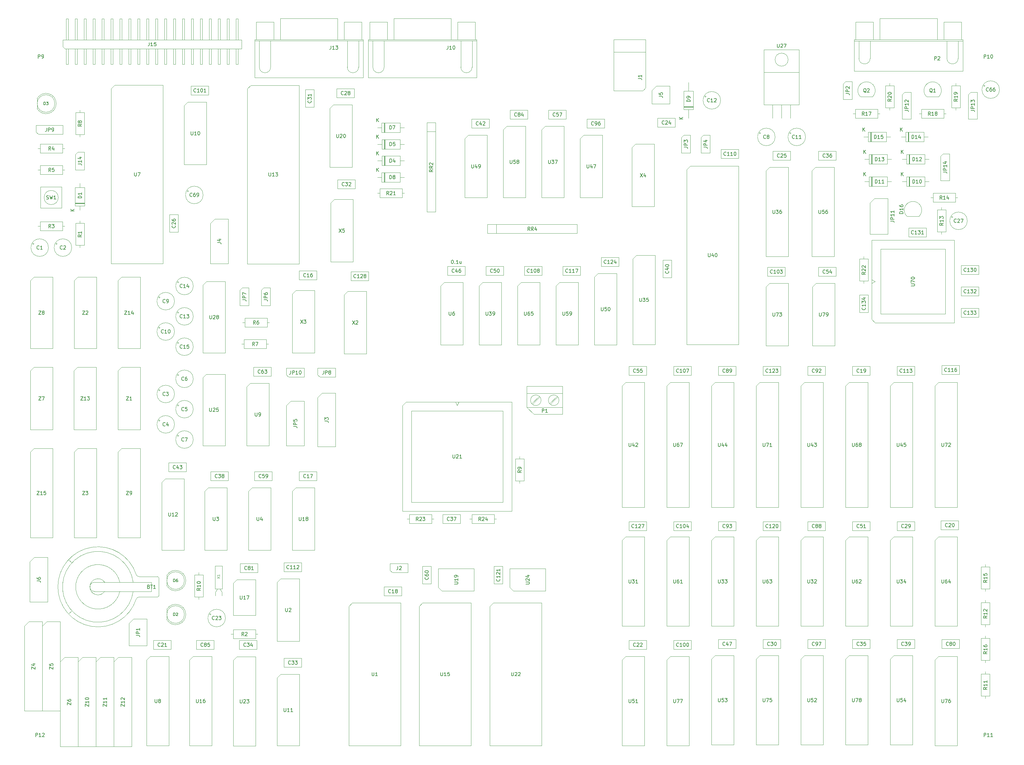
<source format=gbr>
%TF.GenerationSoftware,KiCad,Pcbnew,(5.1.10)-1*%
%TF.CreationDate,2022-03-11T09:02:51-05:00*%
%TF.ProjectId,Z180GDC,5a313830-4744-4432-9e6b-696361645f70,rev?*%
%TF.SameCoordinates,Original*%
%TF.FileFunction,Other,Fab,Top*%
%FSLAX46Y46*%
G04 Gerber Fmt 4.6, Leading zero omitted, Abs format (unit mm)*
G04 Created by KiCad (PCBNEW (5.1.10)-1) date 2022-03-11 09:02:51*
%MOMM*%
%LPD*%
G01*
G04 APERTURE LIST*
%ADD10C,0.100000*%
%ADD11C,0.150000*%
%ADD12C,0.200000*%
%ADD13C,0.105000*%
G04 APERTURE END LIST*
D10*
%TO.C,P2*%
X267329000Y-30094000D02*
X267329000Y-35034000D01*
X270529000Y-30094000D02*
X270529000Y-35034000D01*
X292329000Y-30094000D02*
X292329000Y-35034000D01*
X295529000Y-30094000D02*
X295529000Y-35034000D01*
X266429000Y-29694000D02*
X271429000Y-29694000D01*
X266429000Y-24694000D02*
X266429000Y-29694000D01*
X271429000Y-24694000D02*
X266429000Y-24694000D01*
X271429000Y-29694000D02*
X271429000Y-24694000D01*
X291429000Y-29694000D02*
X296429000Y-29694000D01*
X291429000Y-24694000D02*
X291429000Y-29694000D01*
X296429000Y-24694000D02*
X291429000Y-24694000D01*
X296429000Y-29694000D02*
X296429000Y-24694000D01*
X273279000Y-29694000D02*
X289579000Y-29694000D01*
X273279000Y-23694000D02*
X273279000Y-29694000D01*
X289579000Y-23694000D02*
X273279000Y-23694000D01*
X289579000Y-29694000D02*
X289579000Y-23694000D01*
X266004000Y-30094000D02*
X296854000Y-30094000D01*
X266004000Y-29694000D02*
X266004000Y-30094000D01*
X296854000Y-29694000D02*
X266004000Y-29694000D01*
X296854000Y-30094000D02*
X296854000Y-29694000D01*
X266004000Y-38694000D02*
X296854000Y-38694000D01*
X266004000Y-30094000D02*
X266004000Y-38694000D01*
X296854000Y-30094000D02*
X266004000Y-30094000D01*
X296854000Y-38694000D02*
X296854000Y-30094000D01*
X267329000Y-35034000D02*
G75*
G03*
X270529000Y-35034000I1600000J0D01*
G01*
X292329000Y-35034000D02*
G75*
G03*
X295529000Y-35034000I1600000J0D01*
G01*
%TO.C,JP5*%
X105918000Y-132588000D02*
X109728000Y-132588000D01*
X109728000Y-132588000D02*
X109728000Y-145288000D01*
X109728000Y-145288000D02*
X104648000Y-145288000D01*
X104648000Y-145288000D02*
X104648000Y-133858000D01*
X104648000Y-133858000D02*
X105918000Y-132588000D01*
%TO.C,P1*%
X181549000Y-131196000D02*
X179457000Y-133289000D01*
X181732000Y-131379000D02*
X179640000Y-133472000D01*
X176469000Y-131196000D02*
X174376000Y-133289000D01*
X176652000Y-131379000D02*
X174559000Y-133472000D01*
X172974000Y-130334000D02*
X183134000Y-130334000D01*
X172974000Y-134334000D02*
X183134000Y-134334000D01*
X172974000Y-134334000D02*
X172974000Y-128334000D01*
X174974000Y-136334000D02*
X172974000Y-134334000D01*
X183134000Y-136334000D02*
X174974000Y-136334000D01*
X183134000Y-128334000D02*
X183134000Y-136334000D01*
X172974000Y-128334000D02*
X183134000Y-128334000D01*
X182094000Y-132334000D02*
G75*
G03*
X182094000Y-132334000I-1500000J0D01*
G01*
X177014000Y-132334000D02*
G75*
G03*
X177014000Y-132334000I-1500000J0D01*
G01*
%TO.C,U27*%
X247904000Y-48260000D02*
X247904000Y-52070000D01*
X245364000Y-48260000D02*
X245364000Y-52070000D01*
X242824000Y-48260000D02*
X242824000Y-52070000D01*
X250364000Y-48260000D02*
X240364000Y-48260000D01*
X250364000Y-39010000D02*
X250364000Y-48260000D01*
X240364000Y-39010000D02*
X250364000Y-39010000D01*
X240364000Y-48260000D02*
X240364000Y-39010000D01*
X250364000Y-39010000D02*
X240364000Y-39010000D01*
X250364000Y-32610000D02*
X250364000Y-39010000D01*
X240364000Y-32610000D02*
X250364000Y-32610000D01*
X240364000Y-39010000D02*
X240364000Y-32610000D01*
X247214000Y-35410000D02*
G75*
G03*
X247214000Y-35410000I-1850000J0D01*
G01*
%TO.C,D16*%
X280932000Y-79982000D02*
X284432000Y-79982000D01*
X280948375Y-79985625D02*
G75*
G02*
X282702000Y-75752000I1753625J1753625D01*
G01*
X284455625Y-79985625D02*
G75*
G03*
X282702000Y-75752000I-1753625J1753625D01*
G01*
%TO.C,J5*%
X209804000Y-42926000D02*
X213614000Y-42926000D01*
X213614000Y-42926000D02*
X213614000Y-48006000D01*
X213614000Y-48006000D02*
X208534000Y-48006000D01*
X208534000Y-48006000D02*
X208534000Y-44196000D01*
X208534000Y-44196000D02*
X209804000Y-42926000D01*
%TO.C,R24*%
X164338000Y-166116000D02*
X163678000Y-166116000D01*
X156718000Y-166116000D02*
X157378000Y-166116000D01*
X163678000Y-164866000D02*
X157378000Y-164866000D01*
X163678000Y-167366000D02*
X163678000Y-164866000D01*
X157378000Y-167366000D02*
X163678000Y-167366000D01*
X157378000Y-164866000D02*
X157378000Y-167366000D01*
%TO.C,R23*%
X138938000Y-166116000D02*
X139598000Y-166116000D01*
X146558000Y-166116000D02*
X145898000Y-166116000D01*
X139598000Y-167366000D02*
X145898000Y-167366000D01*
X139598000Y-164866000D02*
X139598000Y-167366000D01*
X145898000Y-164866000D02*
X139598000Y-164866000D01*
X145898000Y-167366000D02*
X145898000Y-164866000D01*
%TO.C,R22*%
X268732000Y-91440000D02*
X268732000Y-92100000D01*
X268732000Y-99060000D02*
X268732000Y-98400000D01*
X267482000Y-92100000D02*
X267482000Y-98400000D01*
X269982000Y-92100000D02*
X267482000Y-92100000D01*
X269982000Y-98400000D02*
X269982000Y-92100000D01*
X267482000Y-98400000D02*
X269982000Y-98400000D01*
%TO.C,Z12*%
X55626000Y-206756000D02*
X56896000Y-205486000D01*
X55626000Y-230886000D02*
X55626000Y-206756000D01*
X60706000Y-230886000D02*
X55626000Y-230886000D01*
X60706000Y-205486000D02*
X60706000Y-230886000D01*
X56896000Y-205486000D02*
X60706000Y-205486000D01*
%TO.C,Z11*%
X50546000Y-206756000D02*
X51816000Y-205486000D01*
X50546000Y-230886000D02*
X50546000Y-206756000D01*
X55626000Y-230886000D02*
X50546000Y-230886000D01*
X55626000Y-205486000D02*
X55626000Y-230886000D01*
X51816000Y-205486000D02*
X55626000Y-205486000D01*
%TO.C,Z10*%
X45466000Y-206756000D02*
X46736000Y-205486000D01*
X45466000Y-230886000D02*
X45466000Y-206756000D01*
X50546000Y-230886000D02*
X45466000Y-230886000D01*
X50546000Y-205486000D02*
X50546000Y-230886000D01*
X46736000Y-205486000D02*
X50546000Y-205486000D01*
%TO.C,Z6*%
X40386000Y-206756000D02*
X41656000Y-205486000D01*
X40386000Y-230886000D02*
X40386000Y-206756000D01*
X45466000Y-230886000D02*
X40386000Y-230886000D01*
X45466000Y-205486000D02*
X45466000Y-230886000D01*
X41656000Y-205486000D02*
X45466000Y-205486000D01*
%TO.C,Z5*%
X35306000Y-196596000D02*
X36576000Y-195326000D01*
X35306000Y-220726000D02*
X35306000Y-196596000D01*
X40386000Y-220726000D02*
X35306000Y-220726000D01*
X40386000Y-195326000D02*
X40386000Y-220726000D01*
X36576000Y-195326000D02*
X40386000Y-195326000D01*
%TO.C,Z4*%
X30226000Y-196596000D02*
X31496000Y-195326000D01*
X30226000Y-220726000D02*
X30226000Y-196596000D01*
X35306000Y-220726000D02*
X30226000Y-220726000D01*
X35306000Y-195326000D02*
X35306000Y-220726000D01*
X31496000Y-195326000D02*
X35306000Y-195326000D01*
%TO.C,D9*%
X217598000Y-49590000D02*
X220298000Y-49590000D01*
X220298000Y-49590000D02*
X220298000Y-44390000D01*
X220298000Y-44390000D02*
X217598000Y-44390000D01*
X217598000Y-44390000D02*
X217598000Y-49590000D01*
X218948000Y-52070000D02*
X218948000Y-49590000D01*
X218948000Y-41910000D02*
X218948000Y-44390000D01*
X217598000Y-48810000D02*
X220298000Y-48810000D01*
X217598000Y-48710000D02*
X220298000Y-48710000D01*
X217598000Y-48910000D02*
X220298000Y-48910000D01*
%TO.C,C40*%
X214102000Y-92456000D02*
X211602000Y-92456000D01*
X211602000Y-92456000D02*
X211602000Y-97456000D01*
X211602000Y-97456000D02*
X214102000Y-97456000D01*
X214102000Y-97456000D02*
X214102000Y-92456000D01*
%TO.C,C37*%
X149098000Y-164866000D02*
X149098000Y-167366000D01*
X149098000Y-167366000D02*
X154098000Y-167366000D01*
X154098000Y-167366000D02*
X154098000Y-164866000D01*
X154098000Y-164866000D02*
X149098000Y-164866000D01*
%TO.C,C36*%
X260858000Y-63988000D02*
X260858000Y-61488000D01*
X260858000Y-61488000D02*
X255858000Y-61488000D01*
X255858000Y-61488000D02*
X255858000Y-63988000D01*
X255858000Y-63988000D02*
X260858000Y-63988000D01*
%TO.C,C35*%
X270510000Y-202926000D02*
X270510000Y-200426000D01*
X270510000Y-200426000D02*
X265510000Y-200426000D01*
X265510000Y-200426000D02*
X265510000Y-202926000D01*
X265510000Y-202926000D02*
X270510000Y-202926000D01*
%TO.C,C32*%
X124206000Y-72116000D02*
X124206000Y-69616000D01*
X124206000Y-69616000D02*
X119206000Y-69616000D01*
X119206000Y-69616000D02*
X119206000Y-72116000D01*
X119206000Y-72116000D02*
X124206000Y-72116000D01*
%TO.C,C31*%
X112502000Y-43942000D02*
X110002000Y-43942000D01*
X110002000Y-43942000D02*
X110002000Y-48942000D01*
X110002000Y-48942000D02*
X112502000Y-48942000D01*
X112502000Y-48942000D02*
X112502000Y-43942000D01*
%TO.C,C28*%
X123952000Y-46208000D02*
X123952000Y-43708000D01*
X123952000Y-43708000D02*
X118952000Y-43708000D01*
X118952000Y-43708000D02*
X118952000Y-46208000D01*
X118952000Y-46208000D02*
X123952000Y-46208000D01*
%TO.C,C26*%
X73894000Y-79502000D02*
X71394000Y-79502000D01*
X71394000Y-79502000D02*
X71394000Y-84502000D01*
X71394000Y-84502000D02*
X73894000Y-84502000D01*
X73894000Y-84502000D02*
X73894000Y-79502000D01*
%TO.C,Z14*%
X57769000Y-97282000D02*
X63119000Y-97282000D01*
X63119000Y-97282000D02*
X63119000Y-117602000D01*
X63119000Y-117602000D02*
X56769000Y-117602000D01*
X56769000Y-117602000D02*
X56769000Y-98282000D01*
X56769000Y-98282000D02*
X57769000Y-97282000D01*
%TO.C,U65*%
X171307000Y-98806000D02*
X176657000Y-98806000D01*
X176657000Y-98806000D02*
X176657000Y-116586000D01*
X176657000Y-116586000D02*
X170307000Y-116586000D01*
X170307000Y-116586000D02*
X170307000Y-99806000D01*
X170307000Y-99806000D02*
X171307000Y-98806000D01*
%TO.C,BT1*%
X66294000Y-186720000D02*
X66294000Y-184120000D01*
X50094000Y-186720000D02*
X66294000Y-186720000D01*
X66294000Y-184120000D02*
X50094000Y-184120000D01*
X68394000Y-187920000D02*
X68394000Y-182920000D01*
X67994000Y-182520000D02*
X62763400Y-182520000D01*
X62763400Y-188320000D02*
X67994000Y-188320000D01*
X42722800Y-193141600D02*
X43662600Y-192278000D01*
X42722800Y-177698400D02*
X43637200Y-178536600D01*
X61948277Y-181927818D02*
G75*
G03*
X62794000Y-182520000I845723J307818D01*
G01*
X39693701Y-185495351D02*
G75*
G02*
X61944000Y-181920000I11400299J75351D01*
G01*
X39693701Y-185344649D02*
G75*
G03*
X61944000Y-188920000I11400299J-75351D01*
G01*
X41094000Y-186720000D02*
G75*
G02*
X61094000Y-184120000I10000000J1300000D01*
G01*
X44762450Y-185623631D02*
G75*
G02*
X57294000Y-184120000I6331550J203631D01*
G01*
X48798552Y-185595833D02*
G75*
G02*
X52994000Y-184120000I2295448J175833D01*
G01*
X48798552Y-185244167D02*
G75*
G03*
X52994000Y-186720000I2295448J-175833D01*
G01*
X44762450Y-185216369D02*
G75*
G03*
X57294000Y-186720000I6331550J-203631D01*
G01*
X41094000Y-184120000D02*
G75*
G03*
X61094000Y-186720000I10000000J-1300000D01*
G01*
X61948277Y-188912182D02*
G75*
G02*
X62794000Y-188320000I845723J-307818D01*
G01*
X50094000Y-184120000D02*
G75*
G03*
X50094000Y-186720000I0J-1300000D01*
G01*
X67994000Y-182520000D02*
G75*
G02*
X68394000Y-182920000I0J-400000D01*
G01*
X67994000Y-188320000D02*
G75*
G03*
X68394000Y-187920000I0J400000D01*
G01*
%TO.C,C1*%
X37024000Y-88900000D02*
G75*
G03*
X37024000Y-88900000I-2500000J0D01*
G01*
X32390395Y-87812500D02*
X32890395Y-87812500D01*
X32640395Y-87562500D02*
X32640395Y-88062500D01*
%TO.C,C2*%
X39244395Y-87562500D02*
X39244395Y-88062500D01*
X38994395Y-87812500D02*
X39494395Y-87812500D01*
X43628000Y-88900000D02*
G75*
G03*
X43628000Y-88900000I-2500000J0D01*
G01*
%TO.C,C3*%
X72838000Y-130556000D02*
G75*
G03*
X72838000Y-130556000I-2500000J0D01*
G01*
X68204395Y-129468500D02*
X68704395Y-129468500D01*
X68454395Y-129218500D02*
X68454395Y-129718500D01*
%TO.C,C4*%
X68454395Y-137854500D02*
X68454395Y-138354500D01*
X68204395Y-138104500D02*
X68704395Y-138104500D01*
X72838000Y-139192000D02*
G75*
G03*
X72838000Y-139192000I-2500000J0D01*
G01*
%TO.C,C5*%
X78172000Y-134874000D02*
G75*
G03*
X78172000Y-134874000I-2500000J0D01*
G01*
X73538395Y-133786500D02*
X74038395Y-133786500D01*
X73788395Y-133536500D02*
X73788395Y-134036500D01*
%TO.C,C6*%
X78172000Y-126238000D02*
G75*
G03*
X78172000Y-126238000I-2500000J0D01*
G01*
X73538395Y-125150500D02*
X74038395Y-125150500D01*
X73788395Y-124900500D02*
X73788395Y-125400500D01*
%TO.C,C7*%
X73788395Y-142172500D02*
X73788395Y-142672500D01*
X73538395Y-142422500D02*
X74038395Y-142422500D01*
X78172000Y-143510000D02*
G75*
G03*
X78172000Y-143510000I-2500000J0D01*
G01*
%TO.C,C8*%
X239142395Y-56066500D02*
X239142395Y-56566500D01*
X238892395Y-56316500D02*
X239392395Y-56316500D01*
X243526000Y-57404000D02*
G75*
G03*
X243526000Y-57404000I-2500000J0D01*
G01*
%TO.C,C9*%
X68454395Y-102802500D02*
X68454395Y-103302500D01*
X68204395Y-103052500D02*
X68704395Y-103052500D01*
X72838000Y-104140000D02*
G75*
G03*
X72838000Y-104140000I-2500000J0D01*
G01*
%TO.C,C10*%
X72838000Y-112776000D02*
G75*
G03*
X72838000Y-112776000I-2500000J0D01*
G01*
X68204395Y-111688500D02*
X68704395Y-111688500D01*
X68454395Y-111438500D02*
X68454395Y-111938500D01*
%TO.C,C11*%
X252162000Y-57404000D02*
G75*
G03*
X252162000Y-57404000I-2500000J0D01*
G01*
X247528395Y-56316500D02*
X248028395Y-56316500D01*
X247778395Y-56066500D02*
X247778395Y-56566500D01*
%TO.C,C12*%
X223648395Y-45652500D02*
X223648395Y-46152500D01*
X223398395Y-45902500D02*
X223898395Y-45902500D01*
X228032000Y-46990000D02*
G75*
G03*
X228032000Y-46990000I-2500000J0D01*
G01*
%TO.C,C13*%
X73788395Y-107120500D02*
X73788395Y-107620500D01*
X73538395Y-107370500D02*
X74038395Y-107370500D01*
X78172000Y-108458000D02*
G75*
G03*
X78172000Y-108458000I-2500000J0D01*
G01*
%TO.C,C14*%
X78172000Y-99822000D02*
G75*
G03*
X78172000Y-99822000I-2500000J0D01*
G01*
X73538395Y-98734500D02*
X74038395Y-98734500D01*
X73788395Y-98484500D02*
X73788395Y-98984500D01*
%TO.C,C15*%
X78172000Y-117094000D02*
G75*
G03*
X78172000Y-117094000I-2500000J0D01*
G01*
X73538395Y-116006500D02*
X74038395Y-116006500D01*
X73788395Y-115756500D02*
X73788395Y-116256500D01*
%TO.C,C16*%
X108284000Y-98024000D02*
X113284000Y-98024000D01*
X108284000Y-95524000D02*
X108284000Y-98024000D01*
X113284000Y-95524000D02*
X108284000Y-95524000D01*
X113284000Y-98024000D02*
X113284000Y-95524000D01*
%TO.C,C17*%
X113284000Y-155174000D02*
X113284000Y-152674000D01*
X113284000Y-152674000D02*
X108284000Y-152674000D01*
X108284000Y-152674000D02*
X108284000Y-155174000D01*
X108284000Y-155174000D02*
X113284000Y-155174000D01*
%TO.C,C18*%
X137414000Y-187940000D02*
X137414000Y-185440000D01*
X137414000Y-185440000D02*
X132414000Y-185440000D01*
X132414000Y-185440000D02*
X132414000Y-187940000D01*
X132414000Y-187940000D02*
X137414000Y-187940000D01*
%TO.C,C19*%
X270510000Y-125202000D02*
X270510000Y-122702000D01*
X270510000Y-122702000D02*
X265510000Y-122702000D01*
X265510000Y-122702000D02*
X265510000Y-125202000D01*
X265510000Y-125202000D02*
X270510000Y-125202000D01*
%TO.C,C20*%
X295656000Y-169144000D02*
X295656000Y-166644000D01*
X295656000Y-166644000D02*
X290656000Y-166644000D01*
X290656000Y-166644000D02*
X290656000Y-169144000D01*
X290656000Y-169144000D02*
X295656000Y-169144000D01*
%TO.C,C21*%
X71882000Y-203180000D02*
X71882000Y-200680000D01*
X71882000Y-200680000D02*
X66882000Y-200680000D01*
X66882000Y-200680000D02*
X66882000Y-203180000D01*
X66882000Y-203180000D02*
X71882000Y-203180000D01*
%TO.C,C22*%
X202010000Y-203180000D02*
X207010000Y-203180000D01*
X202010000Y-200680000D02*
X202010000Y-203180000D01*
X207010000Y-200680000D02*
X202010000Y-200680000D01*
X207010000Y-203180000D02*
X207010000Y-200680000D01*
%TO.C,C23*%
X82932395Y-192972500D02*
X82932395Y-193472500D01*
X82682395Y-193222500D02*
X83182395Y-193222500D01*
X87316000Y-194310000D02*
G75*
G03*
X87316000Y-194310000I-2500000J0D01*
G01*
%TO.C,C24*%
X215138000Y-54590000D02*
X215138000Y-52090000D01*
X215138000Y-52090000D02*
X210138000Y-52090000D01*
X210138000Y-52090000D02*
X210138000Y-54590000D01*
X210138000Y-54590000D02*
X215138000Y-54590000D01*
%TO.C,C25*%
X242904000Y-63988000D02*
X247904000Y-63988000D01*
X242904000Y-61488000D02*
X242904000Y-63988000D01*
X247904000Y-61488000D02*
X242904000Y-61488000D01*
X247904000Y-63988000D02*
X247904000Y-61488000D01*
%TO.C,C27*%
X293752395Y-79942500D02*
X293752395Y-80442500D01*
X293502395Y-80192500D02*
X294002395Y-80192500D01*
X298136000Y-81280000D02*
G75*
G03*
X298136000Y-81280000I-2500000J0D01*
G01*
%TO.C,C29*%
X278210000Y-169398000D02*
X283210000Y-169398000D01*
X278210000Y-166898000D02*
X278210000Y-169398000D01*
X283210000Y-166898000D02*
X278210000Y-166898000D01*
X283210000Y-169398000D02*
X283210000Y-166898000D01*
%TO.C,C30*%
X245110000Y-202926000D02*
X245110000Y-200426000D01*
X245110000Y-200426000D02*
X240110000Y-200426000D01*
X240110000Y-200426000D02*
X240110000Y-202926000D01*
X240110000Y-202926000D02*
X245110000Y-202926000D01*
%TO.C,C33*%
X108966000Y-208260000D02*
X108966000Y-205760000D01*
X108966000Y-205760000D02*
X103966000Y-205760000D01*
X103966000Y-205760000D02*
X103966000Y-208260000D01*
X103966000Y-208260000D02*
X108966000Y-208260000D01*
%TO.C,C34*%
X91266000Y-203180000D02*
X96266000Y-203180000D01*
X91266000Y-200680000D02*
X91266000Y-203180000D01*
X96266000Y-200680000D02*
X91266000Y-200680000D01*
X96266000Y-203180000D02*
X96266000Y-200680000D01*
%TO.C,C38*%
X88138000Y-155174000D02*
X88138000Y-152674000D01*
X88138000Y-152674000D02*
X83138000Y-152674000D01*
X83138000Y-152674000D02*
X83138000Y-155174000D01*
X83138000Y-155174000D02*
X88138000Y-155174000D01*
%TO.C,C39*%
X283210000Y-202926000D02*
X283210000Y-200426000D01*
X283210000Y-200426000D02*
X278210000Y-200426000D01*
X278210000Y-200426000D02*
X278210000Y-202926000D01*
X278210000Y-202926000D02*
X283210000Y-202926000D01*
%TO.C,C42*%
X162306000Y-54844000D02*
X162306000Y-52344000D01*
X162306000Y-52344000D02*
X157306000Y-52344000D01*
X157306000Y-52344000D02*
X157306000Y-54844000D01*
X157306000Y-54844000D02*
X162306000Y-54844000D01*
%TO.C,C43*%
X71200000Y-152634000D02*
X76200000Y-152634000D01*
X71200000Y-150134000D02*
X71200000Y-152634000D01*
X76200000Y-150134000D02*
X71200000Y-150134000D01*
X76200000Y-152634000D02*
X76200000Y-150134000D01*
%TO.C,C46*%
X150448000Y-96754000D02*
X155448000Y-96754000D01*
X150448000Y-94254000D02*
X150448000Y-96754000D01*
X155448000Y-94254000D02*
X150448000Y-94254000D01*
X155448000Y-96754000D02*
X155448000Y-94254000D01*
%TO.C,C47*%
X232410000Y-202926000D02*
X232410000Y-200426000D01*
X232410000Y-200426000D02*
X227410000Y-200426000D01*
X227410000Y-200426000D02*
X227410000Y-202926000D01*
X227410000Y-202926000D02*
X232410000Y-202926000D01*
%TO.C,C50*%
X166370000Y-96754000D02*
X166370000Y-94254000D01*
X166370000Y-94254000D02*
X161370000Y-94254000D01*
X161370000Y-94254000D02*
X161370000Y-96754000D01*
X161370000Y-96754000D02*
X166370000Y-96754000D01*
%TO.C,C51*%
X265510000Y-169398000D02*
X270510000Y-169398000D01*
X265510000Y-166898000D02*
X265510000Y-169398000D01*
X270510000Y-166898000D02*
X265510000Y-166898000D01*
X270510000Y-169398000D02*
X270510000Y-166898000D01*
%TO.C,C54*%
X260858000Y-97008000D02*
X260858000Y-94508000D01*
X260858000Y-94508000D02*
X255858000Y-94508000D01*
X255858000Y-94508000D02*
X255858000Y-97008000D01*
X255858000Y-97008000D02*
X260858000Y-97008000D01*
%TO.C,C55*%
X207010000Y-125202000D02*
X207010000Y-122702000D01*
X207010000Y-122702000D02*
X202010000Y-122702000D01*
X202010000Y-122702000D02*
X202010000Y-125202000D01*
X202010000Y-125202000D02*
X207010000Y-125202000D01*
%TO.C,C57*%
X179150000Y-52304000D02*
X184150000Y-52304000D01*
X179150000Y-49804000D02*
X179150000Y-52304000D01*
X184150000Y-49804000D02*
X179150000Y-49804000D01*
X184150000Y-52304000D02*
X184150000Y-49804000D01*
%TO.C,C59*%
X95584000Y-155174000D02*
X100584000Y-155174000D01*
X95584000Y-152674000D02*
X95584000Y-155174000D01*
X100584000Y-152674000D02*
X95584000Y-152674000D01*
X100584000Y-155174000D02*
X100584000Y-152674000D01*
%TO.C,C60*%
X145776000Y-179578000D02*
X143276000Y-179578000D01*
X143276000Y-179578000D02*
X143276000Y-184578000D01*
X143276000Y-184578000D02*
X145776000Y-184578000D01*
X145776000Y-184578000D02*
X145776000Y-179578000D01*
%TO.C,C63*%
X95330000Y-125456000D02*
X100330000Y-125456000D01*
X95330000Y-122956000D02*
X95330000Y-125456000D01*
X100330000Y-122956000D02*
X95330000Y-122956000D01*
X100330000Y-125456000D02*
X100330000Y-122956000D01*
%TO.C,C66*%
X302896395Y-42604500D02*
X302896395Y-43104500D01*
X302646395Y-42854500D02*
X303146395Y-42854500D01*
X307280000Y-43942000D02*
G75*
G03*
X307280000Y-43942000I-2500000J0D01*
G01*
%TO.C,C69*%
X80966000Y-73914000D02*
G75*
G03*
X80966000Y-73914000I-2500000J0D01*
G01*
X76332395Y-72826500D02*
X76832395Y-72826500D01*
X76582395Y-72576500D02*
X76582395Y-73076500D01*
%TO.C,C80*%
X295910000Y-202926000D02*
X295910000Y-200426000D01*
X295910000Y-200426000D02*
X290910000Y-200426000D01*
X290910000Y-200426000D02*
X290910000Y-202926000D01*
X290910000Y-202926000D02*
X295910000Y-202926000D01*
%TO.C,C81*%
X96520000Y-181336000D02*
X96520000Y-178836000D01*
X96520000Y-178836000D02*
X91520000Y-178836000D01*
X91520000Y-178836000D02*
X91520000Y-181336000D01*
X91520000Y-181336000D02*
X96520000Y-181336000D01*
%TO.C,C84*%
X168228000Y-52304000D02*
X173228000Y-52304000D01*
X168228000Y-49804000D02*
X168228000Y-52304000D01*
X173228000Y-49804000D02*
X168228000Y-49804000D01*
X173228000Y-52304000D02*
X173228000Y-49804000D01*
%TO.C,C85*%
X79074000Y-203180000D02*
X84074000Y-203180000D01*
X79074000Y-200680000D02*
X79074000Y-203180000D01*
X84074000Y-200680000D02*
X79074000Y-200680000D01*
X84074000Y-203180000D02*
X84074000Y-200680000D01*
%TO.C,C88*%
X252810000Y-169398000D02*
X257810000Y-169398000D01*
X252810000Y-166898000D02*
X252810000Y-169398000D01*
X257810000Y-166898000D02*
X252810000Y-166898000D01*
X257810000Y-169398000D02*
X257810000Y-166898000D01*
%TO.C,C89*%
X227410000Y-125202000D02*
X232410000Y-125202000D01*
X227410000Y-122702000D02*
X227410000Y-125202000D01*
X232410000Y-122702000D02*
X227410000Y-122702000D01*
X232410000Y-125202000D02*
X232410000Y-122702000D01*
%TO.C,C92*%
X257810000Y-125202000D02*
X257810000Y-122702000D01*
X257810000Y-122702000D02*
X252810000Y-122702000D01*
X252810000Y-122702000D02*
X252810000Y-125202000D01*
X252810000Y-125202000D02*
X257810000Y-125202000D01*
%TO.C,C93*%
X232410000Y-169398000D02*
X232410000Y-166898000D01*
X232410000Y-166898000D02*
X227410000Y-166898000D01*
X227410000Y-166898000D02*
X227410000Y-169398000D01*
X227410000Y-169398000D02*
X232410000Y-169398000D01*
%TO.C,C96*%
X190072000Y-54844000D02*
X195072000Y-54844000D01*
X190072000Y-52344000D02*
X190072000Y-54844000D01*
X195072000Y-52344000D02*
X190072000Y-52344000D01*
X195072000Y-54844000D02*
X195072000Y-52344000D01*
%TO.C,C97*%
X252810000Y-202926000D02*
X257810000Y-202926000D01*
X252810000Y-200426000D02*
X252810000Y-202926000D01*
X257810000Y-200426000D02*
X252810000Y-200426000D01*
X257810000Y-202926000D02*
X257810000Y-200426000D01*
%TO.C,C100*%
X214710000Y-203180000D02*
X219710000Y-203180000D01*
X214710000Y-200680000D02*
X214710000Y-203180000D01*
X219710000Y-200680000D02*
X214710000Y-200680000D01*
X219710000Y-203180000D02*
X219710000Y-200680000D01*
%TO.C,C101*%
X77550000Y-45446000D02*
X82550000Y-45446000D01*
X77550000Y-42946000D02*
X77550000Y-45446000D01*
X82550000Y-42946000D02*
X77550000Y-42946000D01*
X82550000Y-45446000D02*
X82550000Y-42946000D01*
%TO.C,C103*%
X246380000Y-97008000D02*
X246380000Y-94508000D01*
X246380000Y-94508000D02*
X241380000Y-94508000D01*
X241380000Y-94508000D02*
X241380000Y-97008000D01*
X241380000Y-97008000D02*
X246380000Y-97008000D01*
%TO.C,C104*%
X219710000Y-169398000D02*
X219710000Y-166898000D01*
X219710000Y-166898000D02*
X214710000Y-166898000D01*
X214710000Y-166898000D02*
X214710000Y-169398000D01*
X214710000Y-169398000D02*
X219710000Y-169398000D01*
%TO.C,C107*%
X219710000Y-125202000D02*
X219710000Y-122702000D01*
X219710000Y-122702000D02*
X214710000Y-122702000D01*
X214710000Y-122702000D02*
X214710000Y-125202000D01*
X214710000Y-125202000D02*
X219710000Y-125202000D01*
%TO.C,C108*%
X177292000Y-96754000D02*
X177292000Y-94254000D01*
X177292000Y-94254000D02*
X172292000Y-94254000D01*
X172292000Y-94254000D02*
X172292000Y-96754000D01*
X172292000Y-96754000D02*
X177292000Y-96754000D01*
%TO.C,C110*%
X228172000Y-63480000D02*
X233172000Y-63480000D01*
X228172000Y-60980000D02*
X228172000Y-63480000D01*
X233172000Y-60980000D02*
X228172000Y-60980000D01*
X233172000Y-63480000D02*
X233172000Y-60980000D01*
%TO.C,C112*%
X103966000Y-181082000D02*
X108966000Y-181082000D01*
X103966000Y-178582000D02*
X103966000Y-181082000D01*
X108966000Y-178582000D02*
X103966000Y-178582000D01*
X108966000Y-181082000D02*
X108966000Y-178582000D01*
%TO.C,C113*%
X278210000Y-125202000D02*
X283210000Y-125202000D01*
X278210000Y-122702000D02*
X278210000Y-125202000D01*
X283210000Y-122702000D02*
X278210000Y-122702000D01*
X283210000Y-125202000D02*
X283210000Y-122702000D01*
%TO.C,C116*%
X290910000Y-124948000D02*
X295910000Y-124948000D01*
X290910000Y-122448000D02*
X290910000Y-124948000D01*
X295910000Y-122448000D02*
X290910000Y-122448000D01*
X295910000Y-124948000D02*
X295910000Y-122448000D01*
%TO.C,C117*%
X188214000Y-96754000D02*
X188214000Y-94254000D01*
X188214000Y-94254000D02*
X183214000Y-94254000D01*
X183214000Y-94254000D02*
X183214000Y-96754000D01*
X183214000Y-96754000D02*
X188214000Y-96754000D01*
%TO.C,C120*%
X240110000Y-169398000D02*
X245110000Y-169398000D01*
X240110000Y-166898000D02*
X240110000Y-169398000D01*
X245110000Y-166898000D02*
X240110000Y-166898000D01*
X245110000Y-169398000D02*
X245110000Y-166898000D01*
%TO.C,C121*%
X166096000Y-184578000D02*
X166096000Y-179578000D01*
X163596000Y-184578000D02*
X166096000Y-184578000D01*
X163596000Y-179578000D02*
X163596000Y-184578000D01*
X166096000Y-179578000D02*
X163596000Y-179578000D01*
%TO.C,C123*%
X245110000Y-125202000D02*
X245110000Y-122702000D01*
X245110000Y-122702000D02*
X240110000Y-122702000D01*
X240110000Y-122702000D02*
X240110000Y-125202000D01*
X240110000Y-125202000D02*
X245110000Y-125202000D01*
%TO.C,C124*%
X199136000Y-94214000D02*
X199136000Y-91714000D01*
X199136000Y-91714000D02*
X194136000Y-91714000D01*
X194136000Y-91714000D02*
X194136000Y-94214000D01*
X194136000Y-94214000D02*
X199136000Y-94214000D01*
%TO.C,C127*%
X207010000Y-169398000D02*
X207010000Y-166898000D01*
X207010000Y-166898000D02*
X202010000Y-166898000D01*
X202010000Y-166898000D02*
X202010000Y-169398000D01*
X202010000Y-169398000D02*
X207010000Y-169398000D01*
%TO.C,C128*%
X123016000Y-98278000D02*
X128016000Y-98278000D01*
X123016000Y-95778000D02*
X123016000Y-98278000D01*
X128016000Y-95778000D02*
X123016000Y-95778000D01*
X128016000Y-98278000D02*
X128016000Y-95778000D01*
%TO.C,C130*%
X296418000Y-94000000D02*
X296418000Y-96500000D01*
X296418000Y-96500000D02*
X301418000Y-96500000D01*
X301418000Y-96500000D02*
X301418000Y-94000000D01*
X301418000Y-94000000D02*
X296418000Y-94000000D01*
%TO.C,C131*%
X281512000Y-85832000D02*
X286512000Y-85832000D01*
X281512000Y-83332000D02*
X281512000Y-85832000D01*
X286512000Y-83332000D02*
X281512000Y-83332000D01*
X286512000Y-85832000D02*
X286512000Y-83332000D01*
%TO.C,C132*%
X301418000Y-100096000D02*
X296418000Y-100096000D01*
X301418000Y-102596000D02*
X301418000Y-100096000D01*
X296418000Y-102596000D02*
X301418000Y-102596000D01*
X296418000Y-100096000D02*
X296418000Y-102596000D01*
%TO.C,C133*%
X301418000Y-106192000D02*
X296418000Y-106192000D01*
X301418000Y-108692000D02*
X301418000Y-106192000D01*
X296418000Y-108692000D02*
X301418000Y-108692000D01*
X296418000Y-106192000D02*
X296418000Y-108692000D01*
%TO.C,C134*%
X269982000Y-102362000D02*
X267482000Y-102362000D01*
X267482000Y-102362000D02*
X267482000Y-107362000D01*
X267482000Y-107362000D02*
X269982000Y-107362000D01*
X269982000Y-107362000D02*
X269982000Y-102362000D01*
%TO.C,D1*%
X44624000Y-76342000D02*
X47324000Y-76342000D01*
X44624000Y-76142000D02*
X47324000Y-76142000D01*
X44624000Y-76242000D02*
X47324000Y-76242000D01*
X45974000Y-70612000D02*
X45974000Y-71822000D01*
X45974000Y-78232000D02*
X45974000Y-77022000D01*
X44624000Y-71822000D02*
X44624000Y-77022000D01*
X47324000Y-71822000D02*
X44624000Y-71822000D01*
X47324000Y-77022000D02*
X47324000Y-71822000D01*
X44624000Y-77022000D02*
X47324000Y-77022000D01*
%TO.C,D2*%
X70652000Y-191824306D02*
X70652000Y-194763694D01*
X75652000Y-193294000D02*
G75*
G03*
X75652000Y-193294000I-2500000J0D01*
G01*
X70651984Y-194763666D02*
G75*
G03*
X70652000Y-191824306I2500016J1469666D01*
G01*
%TO.C,D3*%
X33822000Y-46432306D02*
X33822000Y-49371694D01*
X38822000Y-47902000D02*
G75*
G03*
X38822000Y-47902000I-2500000J0D01*
G01*
X33821984Y-49371666D02*
G75*
G03*
X33822000Y-46432306I2500016J1469666D01*
G01*
%TO.C,D4*%
X132446000Y-62832000D02*
X132446000Y-65532000D01*
X132646000Y-62832000D02*
X132646000Y-65532000D01*
X132546000Y-62832000D02*
X132546000Y-65532000D01*
X138176000Y-64182000D02*
X136966000Y-64182000D01*
X130556000Y-64182000D02*
X131766000Y-64182000D01*
X136966000Y-62832000D02*
X131766000Y-62832000D01*
X136966000Y-65532000D02*
X136966000Y-62832000D01*
X131766000Y-65532000D02*
X136966000Y-65532000D01*
X131766000Y-62832000D02*
X131766000Y-65532000D01*
%TO.C,D5*%
X131766000Y-58122000D02*
X131766000Y-60822000D01*
X131766000Y-60822000D02*
X136966000Y-60822000D01*
X136966000Y-60822000D02*
X136966000Y-58122000D01*
X136966000Y-58122000D02*
X131766000Y-58122000D01*
X130556000Y-59472000D02*
X131766000Y-59472000D01*
X138176000Y-59472000D02*
X136966000Y-59472000D01*
X132546000Y-58122000D02*
X132546000Y-60822000D01*
X132646000Y-58122000D02*
X132646000Y-60822000D01*
X132446000Y-58122000D02*
X132446000Y-60822000D01*
%TO.C,D6*%
X75652000Y-183642000D02*
G75*
G03*
X75652000Y-183642000I-2500000J0D01*
G01*
X70652000Y-182172306D02*
X70652000Y-185111694D01*
X70651984Y-185111666D02*
G75*
G03*
X70652000Y-182172306I2500016J1469666D01*
G01*
%TO.C,D7*%
X132402000Y-53404000D02*
X132402000Y-56104000D01*
X132602000Y-53404000D02*
X132602000Y-56104000D01*
X132502000Y-53404000D02*
X132502000Y-56104000D01*
X138132000Y-54754000D02*
X136922000Y-54754000D01*
X130512000Y-54754000D02*
X131722000Y-54754000D01*
X136922000Y-53404000D02*
X131722000Y-53404000D01*
X136922000Y-56104000D02*
X136922000Y-53404000D01*
X131722000Y-56104000D02*
X136922000Y-56104000D01*
X131722000Y-53404000D02*
X131722000Y-56104000D01*
%TO.C,D8*%
X132402000Y-67542000D02*
X132402000Y-70242000D01*
X132602000Y-67542000D02*
X132602000Y-70242000D01*
X132502000Y-67542000D02*
X132502000Y-70242000D01*
X138132000Y-68892000D02*
X136922000Y-68892000D01*
X130512000Y-68892000D02*
X131722000Y-68892000D01*
X136922000Y-67542000D02*
X131722000Y-67542000D01*
X136922000Y-70242000D02*
X136922000Y-67542000D01*
X131722000Y-70242000D02*
X136922000Y-70242000D01*
X131722000Y-67542000D02*
X131722000Y-70242000D01*
%TO.C,D10*%
X281544000Y-68754000D02*
X281544000Y-71454000D01*
X281744000Y-68754000D02*
X281744000Y-71454000D01*
X281644000Y-68754000D02*
X281644000Y-71454000D01*
X287274000Y-70104000D02*
X286064000Y-70104000D01*
X279654000Y-70104000D02*
X280864000Y-70104000D01*
X286064000Y-68754000D02*
X280864000Y-68754000D01*
X286064000Y-71454000D02*
X286064000Y-68754000D01*
X280864000Y-71454000D02*
X286064000Y-71454000D01*
X280864000Y-68754000D02*
X280864000Y-71454000D01*
%TO.C,D11*%
X270196000Y-68754000D02*
X270196000Y-71454000D01*
X270196000Y-71454000D02*
X275396000Y-71454000D01*
X275396000Y-71454000D02*
X275396000Y-68754000D01*
X275396000Y-68754000D02*
X270196000Y-68754000D01*
X268986000Y-70104000D02*
X270196000Y-70104000D01*
X276606000Y-70104000D02*
X275396000Y-70104000D01*
X270976000Y-68754000D02*
X270976000Y-71454000D01*
X271076000Y-68754000D02*
X271076000Y-71454000D01*
X270876000Y-68754000D02*
X270876000Y-71454000D01*
%TO.C,D12*%
X280864000Y-62404000D02*
X280864000Y-65104000D01*
X280864000Y-65104000D02*
X286064000Y-65104000D01*
X286064000Y-65104000D02*
X286064000Y-62404000D01*
X286064000Y-62404000D02*
X280864000Y-62404000D01*
X279654000Y-63754000D02*
X280864000Y-63754000D01*
X287274000Y-63754000D02*
X286064000Y-63754000D01*
X281644000Y-62404000D02*
X281644000Y-65104000D01*
X281744000Y-62404000D02*
X281744000Y-65104000D01*
X281544000Y-62404000D02*
X281544000Y-65104000D01*
%TO.C,D13*%
X270876000Y-62404000D02*
X270876000Y-65104000D01*
X271076000Y-62404000D02*
X271076000Y-65104000D01*
X270976000Y-62404000D02*
X270976000Y-65104000D01*
X276606000Y-63754000D02*
X275396000Y-63754000D01*
X268986000Y-63754000D02*
X270196000Y-63754000D01*
X275396000Y-62404000D02*
X270196000Y-62404000D01*
X275396000Y-65104000D02*
X275396000Y-62404000D01*
X270196000Y-65104000D02*
X275396000Y-65104000D01*
X270196000Y-62404000D02*
X270196000Y-65104000D01*
%TO.C,D14*%
X281290000Y-56054000D02*
X281290000Y-58754000D01*
X281490000Y-56054000D02*
X281490000Y-58754000D01*
X281390000Y-56054000D02*
X281390000Y-58754000D01*
X287020000Y-57404000D02*
X285810000Y-57404000D01*
X279400000Y-57404000D02*
X280610000Y-57404000D01*
X285810000Y-56054000D02*
X280610000Y-56054000D01*
X285810000Y-58754000D02*
X285810000Y-56054000D01*
X280610000Y-58754000D02*
X285810000Y-58754000D01*
X280610000Y-56054000D02*
X280610000Y-58754000D01*
%TO.C,D15*%
X269942000Y-56054000D02*
X269942000Y-58754000D01*
X269942000Y-58754000D02*
X275142000Y-58754000D01*
X275142000Y-58754000D02*
X275142000Y-56054000D01*
X275142000Y-56054000D02*
X269942000Y-56054000D01*
X268732000Y-57404000D02*
X269942000Y-57404000D01*
X276352000Y-57404000D02*
X275142000Y-57404000D01*
X270722000Y-56054000D02*
X270722000Y-58754000D01*
X270822000Y-56054000D02*
X270822000Y-58754000D01*
X270622000Y-56054000D02*
X270622000Y-58754000D01*
%TO.C,J1*%
X206684000Y-43434000D02*
X206684000Y-29734000D01*
X197684000Y-44234000D02*
X205934000Y-44234000D01*
X197684000Y-29734000D02*
X197684000Y-44234000D01*
X206684000Y-29734000D02*
X197684000Y-29734000D01*
X206684000Y-33234000D02*
X197684000Y-33234000D01*
X206689425Y-43430787D02*
X205934000Y-44234000D01*
%TO.C,JP8*%
X113538000Y-125095000D02*
X113538000Y-123190000D01*
X113538000Y-123190000D02*
X118618000Y-123190000D01*
X118618000Y-123190000D02*
X118618000Y-125730000D01*
X118618000Y-125730000D02*
X114173000Y-125730000D01*
X114173000Y-125730000D02*
X113538000Y-125095000D01*
%TO.C,JP10*%
X105283000Y-125730000D02*
X104648000Y-125095000D01*
X109728000Y-125730000D02*
X105283000Y-125730000D01*
X109728000Y-123190000D02*
X109728000Y-125730000D01*
X104648000Y-123190000D02*
X109728000Y-123190000D01*
X104648000Y-125095000D02*
X104648000Y-123190000D01*
%TO.C,JP2*%
X262890000Y-42291000D02*
X263525000Y-41656000D01*
X262890000Y-46736000D02*
X262890000Y-42291000D01*
X265430000Y-46736000D02*
X262890000Y-46736000D01*
X265430000Y-41656000D02*
X265430000Y-46736000D01*
X263525000Y-41656000D02*
X265430000Y-41656000D01*
%TO.C,JP6*%
X98171000Y-100330000D02*
X100076000Y-100330000D01*
X100076000Y-100330000D02*
X100076000Y-105410000D01*
X100076000Y-105410000D02*
X97536000Y-105410000D01*
X97536000Y-105410000D02*
X97536000Y-100965000D01*
X97536000Y-100965000D02*
X98171000Y-100330000D01*
%TO.C,JP7*%
X91440000Y-100965000D02*
X92075000Y-100330000D01*
X91440000Y-105410000D02*
X91440000Y-100965000D01*
X93980000Y-105410000D02*
X91440000Y-105410000D01*
X93980000Y-100330000D02*
X93980000Y-105410000D01*
X92075000Y-100330000D02*
X93980000Y-100330000D01*
%TO.C,JP9*%
X33528000Y-56007000D02*
X33528000Y-54102000D01*
X33528000Y-54102000D02*
X41148000Y-54102000D01*
X41148000Y-54102000D02*
X41148000Y-56642000D01*
X41148000Y-56642000D02*
X34163000Y-56642000D01*
X34163000Y-56642000D02*
X33528000Y-56007000D01*
%TO.C,JP12*%
X280289000Y-44704000D02*
X282194000Y-44704000D01*
X282194000Y-44704000D02*
X282194000Y-52324000D01*
X282194000Y-52324000D02*
X279654000Y-52324000D01*
X279654000Y-52324000D02*
X279654000Y-45339000D01*
X279654000Y-45339000D02*
X280289000Y-44704000D01*
%TO.C,JP13*%
X298450000Y-45339000D02*
X299085000Y-44704000D01*
X298450000Y-52324000D02*
X298450000Y-45339000D01*
X300990000Y-52324000D02*
X298450000Y-52324000D01*
X300990000Y-44704000D02*
X300990000Y-52324000D01*
X299085000Y-44704000D02*
X300990000Y-44704000D01*
%TO.C,JP14*%
X290576000Y-62865000D02*
X291211000Y-62230000D01*
X290576000Y-69850000D02*
X290576000Y-62865000D01*
X293116000Y-69850000D02*
X290576000Y-69850000D01*
X293116000Y-62230000D02*
X293116000Y-69850000D01*
X291211000Y-62230000D02*
X293116000Y-62230000D01*
%TO.C,JP1*%
X59944000Y-195834000D02*
X61214000Y-194564000D01*
X59944000Y-202184000D02*
X59944000Y-195834000D01*
X65024000Y-202184000D02*
X59944000Y-202184000D01*
X65024000Y-194564000D02*
X65024000Y-202184000D01*
X61214000Y-194564000D02*
X65024000Y-194564000D01*
%TO.C,X2*%
X121031000Y-102346000D02*
X122031000Y-101346000D01*
X121031000Y-119126000D02*
X121031000Y-102346000D01*
X127381000Y-119126000D02*
X121031000Y-119126000D01*
X127381000Y-101346000D02*
X127381000Y-119126000D01*
X122031000Y-101346000D02*
X127381000Y-101346000D01*
%TO.C,J14*%
X45339000Y-61722000D02*
X47244000Y-61722000D01*
X47244000Y-61722000D02*
X47244000Y-66802000D01*
X47244000Y-66802000D02*
X44704000Y-66802000D01*
X44704000Y-66802000D02*
X44704000Y-62357000D01*
X44704000Y-62357000D02*
X45339000Y-61722000D01*
%TO.C,J2*%
X134747000Y-181356000D02*
X134112000Y-180721000D01*
X139192000Y-181356000D02*
X134747000Y-181356000D01*
X139192000Y-178816000D02*
X139192000Y-181356000D01*
X134112000Y-178816000D02*
X139192000Y-178816000D01*
X134112000Y-180721000D02*
X134112000Y-178816000D01*
%TO.C,X3*%
X107299000Y-101092000D02*
X112649000Y-101092000D01*
X112649000Y-101092000D02*
X112649000Y-118872000D01*
X112649000Y-118872000D02*
X106299000Y-118872000D01*
X106299000Y-118872000D02*
X106299000Y-102092000D01*
X106299000Y-102092000D02*
X107299000Y-101092000D01*
%TO.C,J15*%
X90926000Y-29798000D02*
X90926000Y-23798000D01*
X90286000Y-23798000D02*
X90926000Y-23798000D01*
X90286000Y-29798000D02*
X90286000Y-23798000D01*
X90926000Y-36698000D02*
X90926000Y-32338000D01*
X90286000Y-36698000D02*
X90926000Y-36698000D01*
X90286000Y-36698000D02*
X90286000Y-32338000D01*
X88386000Y-29798000D02*
X88386000Y-23798000D01*
X87746000Y-23798000D02*
X88386000Y-23798000D01*
X87746000Y-29798000D02*
X87746000Y-23798000D01*
X88386000Y-36698000D02*
X88386000Y-32338000D01*
X87746000Y-36698000D02*
X88386000Y-36698000D01*
X87746000Y-36698000D02*
X87746000Y-32338000D01*
X85846000Y-29798000D02*
X85846000Y-23798000D01*
X85206000Y-23798000D02*
X85846000Y-23798000D01*
X85206000Y-29798000D02*
X85206000Y-23798000D01*
X85846000Y-36698000D02*
X85846000Y-32338000D01*
X85206000Y-36698000D02*
X85846000Y-36698000D01*
X85206000Y-36698000D02*
X85206000Y-32338000D01*
X83306000Y-29798000D02*
X83306000Y-23798000D01*
X82666000Y-23798000D02*
X83306000Y-23798000D01*
X82666000Y-29798000D02*
X82666000Y-23798000D01*
X83306000Y-36698000D02*
X83306000Y-32338000D01*
X82666000Y-36698000D02*
X83306000Y-36698000D01*
X82666000Y-36698000D02*
X82666000Y-32338000D01*
X80766000Y-29798000D02*
X80766000Y-23798000D01*
X80126000Y-23798000D02*
X80766000Y-23798000D01*
X80126000Y-29798000D02*
X80126000Y-23798000D01*
X80766000Y-36698000D02*
X80766000Y-32338000D01*
X80126000Y-36698000D02*
X80766000Y-36698000D01*
X80126000Y-36698000D02*
X80126000Y-32338000D01*
X78226000Y-29798000D02*
X78226000Y-23798000D01*
X77586000Y-23798000D02*
X78226000Y-23798000D01*
X77586000Y-29798000D02*
X77586000Y-23798000D01*
X78226000Y-36698000D02*
X78226000Y-32338000D01*
X77586000Y-36698000D02*
X78226000Y-36698000D01*
X77586000Y-36698000D02*
X77586000Y-32338000D01*
X75686000Y-29798000D02*
X75686000Y-23798000D01*
X75046000Y-23798000D02*
X75686000Y-23798000D01*
X75046000Y-29798000D02*
X75046000Y-23798000D01*
X75686000Y-36698000D02*
X75686000Y-32338000D01*
X75046000Y-36698000D02*
X75686000Y-36698000D01*
X75046000Y-36698000D02*
X75046000Y-32338000D01*
X73146000Y-29798000D02*
X73146000Y-23798000D01*
X72506000Y-23798000D02*
X73146000Y-23798000D01*
X72506000Y-29798000D02*
X72506000Y-23798000D01*
X73146000Y-36698000D02*
X73146000Y-32338000D01*
X72506000Y-36698000D02*
X73146000Y-36698000D01*
X72506000Y-36698000D02*
X72506000Y-32338000D01*
X70606000Y-29798000D02*
X70606000Y-23798000D01*
X69966000Y-23798000D02*
X70606000Y-23798000D01*
X69966000Y-29798000D02*
X69966000Y-23798000D01*
X70606000Y-36698000D02*
X70606000Y-32338000D01*
X69966000Y-36698000D02*
X70606000Y-36698000D01*
X69966000Y-36698000D02*
X69966000Y-32338000D01*
X68066000Y-29798000D02*
X68066000Y-23798000D01*
X67426000Y-23798000D02*
X68066000Y-23798000D01*
X67426000Y-29798000D02*
X67426000Y-23798000D01*
X68066000Y-36698000D02*
X68066000Y-32338000D01*
X67426000Y-36698000D02*
X68066000Y-36698000D01*
X67426000Y-36698000D02*
X67426000Y-32338000D01*
X65526000Y-29798000D02*
X65526000Y-23798000D01*
X64886000Y-23798000D02*
X65526000Y-23798000D01*
X64886000Y-29798000D02*
X64886000Y-23798000D01*
X65526000Y-36698000D02*
X65526000Y-32338000D01*
X64886000Y-36698000D02*
X65526000Y-36698000D01*
X64886000Y-36698000D02*
X64886000Y-32338000D01*
X62986000Y-29798000D02*
X62986000Y-23798000D01*
X62346000Y-23798000D02*
X62986000Y-23798000D01*
X62346000Y-29798000D02*
X62346000Y-23798000D01*
X62986000Y-36698000D02*
X62986000Y-32338000D01*
X62346000Y-36698000D02*
X62986000Y-36698000D01*
X62346000Y-36698000D02*
X62346000Y-32338000D01*
X60446000Y-29798000D02*
X60446000Y-23798000D01*
X59806000Y-23798000D02*
X60446000Y-23798000D01*
X59806000Y-29798000D02*
X59806000Y-23798000D01*
X60446000Y-36698000D02*
X60446000Y-32338000D01*
X59806000Y-36698000D02*
X60446000Y-36698000D01*
X59806000Y-36698000D02*
X59806000Y-32338000D01*
X57906000Y-29798000D02*
X57906000Y-23798000D01*
X57266000Y-23798000D02*
X57906000Y-23798000D01*
X57266000Y-29798000D02*
X57266000Y-23798000D01*
X57906000Y-36698000D02*
X57906000Y-32338000D01*
X57266000Y-36698000D02*
X57906000Y-36698000D01*
X57266000Y-36698000D02*
X57266000Y-32338000D01*
X55366000Y-29798000D02*
X55366000Y-23798000D01*
X54726000Y-23798000D02*
X55366000Y-23798000D01*
X54726000Y-29798000D02*
X54726000Y-23798000D01*
X55366000Y-36698000D02*
X55366000Y-32338000D01*
X54726000Y-36698000D02*
X55366000Y-36698000D01*
X54726000Y-36698000D02*
X54726000Y-32338000D01*
X52826000Y-29798000D02*
X52826000Y-23798000D01*
X52186000Y-23798000D02*
X52826000Y-23798000D01*
X52186000Y-29798000D02*
X52186000Y-23798000D01*
X52826000Y-36698000D02*
X52826000Y-32338000D01*
X52186000Y-36698000D02*
X52826000Y-36698000D01*
X52186000Y-36698000D02*
X52186000Y-32338000D01*
X50286000Y-29798000D02*
X50286000Y-23798000D01*
X49646000Y-23798000D02*
X50286000Y-23798000D01*
X49646000Y-29798000D02*
X49646000Y-23798000D01*
X50286000Y-36698000D02*
X50286000Y-32338000D01*
X49646000Y-36698000D02*
X50286000Y-36698000D01*
X49646000Y-36698000D02*
X49646000Y-32338000D01*
X47746000Y-29798000D02*
X47746000Y-23798000D01*
X47106000Y-23798000D02*
X47746000Y-23798000D01*
X47106000Y-29798000D02*
X47106000Y-23798000D01*
X47746000Y-36698000D02*
X47746000Y-32338000D01*
X47106000Y-36698000D02*
X47746000Y-36698000D01*
X47106000Y-36698000D02*
X47106000Y-32338000D01*
X45206000Y-29798000D02*
X45206000Y-23798000D01*
X44566000Y-23798000D02*
X45206000Y-23798000D01*
X44566000Y-29798000D02*
X44566000Y-23798000D01*
X45206000Y-36698000D02*
X45206000Y-32338000D01*
X44566000Y-36698000D02*
X45206000Y-36698000D01*
X44566000Y-36698000D02*
X44566000Y-32338000D01*
X42666000Y-29798000D02*
X42666000Y-23798000D01*
X42026000Y-23798000D02*
X42666000Y-23798000D01*
X42026000Y-29798000D02*
X42026000Y-23798000D01*
X42666000Y-36698000D02*
X42666000Y-32338000D01*
X42026000Y-36698000D02*
X42666000Y-36698000D01*
X42026000Y-36698000D02*
X42026000Y-32338000D01*
X41711000Y-32338000D02*
X41076000Y-31703000D01*
X91876000Y-32338000D02*
X41711000Y-32338000D01*
X91876000Y-29798000D02*
X91876000Y-32338000D01*
X41076000Y-29798000D02*
X91876000Y-29798000D01*
X41076000Y-31703000D02*
X41076000Y-29798000D01*
%TO.C,X4*%
X202819000Y-60436000D02*
X203819000Y-59436000D01*
X202819000Y-77216000D02*
X202819000Y-60436000D01*
X209169000Y-77216000D02*
X202819000Y-77216000D01*
X209169000Y-59436000D02*
X209169000Y-77216000D01*
X203819000Y-59436000D02*
X209169000Y-59436000D01*
%TO.C,JP11*%
X270510000Y-76200000D02*
X271780000Y-74930000D01*
X270510000Y-85090000D02*
X270510000Y-76200000D01*
X275590000Y-85090000D02*
X270510000Y-85090000D01*
X275590000Y-74930000D02*
X275590000Y-85090000D01*
X271780000Y-74930000D02*
X275590000Y-74930000D01*
%TO.C,Z8*%
X31877000Y-98282000D02*
X32877000Y-97282000D01*
X31877000Y-117602000D02*
X31877000Y-98282000D01*
X38227000Y-117602000D02*
X31877000Y-117602000D01*
X38227000Y-97282000D02*
X38227000Y-117602000D01*
X32877000Y-97282000D02*
X38227000Y-97282000D01*
%TO.C,Z2*%
X45323000Y-97282000D02*
X50673000Y-97282000D01*
X50673000Y-97282000D02*
X50673000Y-117602000D01*
X50673000Y-117602000D02*
X44323000Y-117602000D01*
X44323000Y-117602000D02*
X44323000Y-98282000D01*
X44323000Y-98282000D02*
X45323000Y-97282000D01*
%TO.C,Z3*%
X44323000Y-147050000D02*
X45323000Y-146050000D01*
X44323000Y-171450000D02*
X44323000Y-147050000D01*
X50673000Y-171450000D02*
X44323000Y-171450000D01*
X50673000Y-146050000D02*
X50673000Y-171450000D01*
X45323000Y-146050000D02*
X50673000Y-146050000D01*
%TO.C,Z9*%
X57769000Y-146050000D02*
X63119000Y-146050000D01*
X63119000Y-146050000D02*
X63119000Y-171450000D01*
X63119000Y-171450000D02*
X56769000Y-171450000D01*
X56769000Y-171450000D02*
X56769000Y-147050000D01*
X56769000Y-147050000D02*
X57769000Y-146050000D01*
%TO.C,Z15*%
X32877000Y-146050000D02*
X38227000Y-146050000D01*
X38227000Y-146050000D02*
X38227000Y-171450000D01*
X38227000Y-171450000D02*
X31877000Y-171450000D01*
X31877000Y-171450000D02*
X31877000Y-147050000D01*
X31877000Y-147050000D02*
X32877000Y-146050000D01*
%TO.C,Q1*%
X286520000Y-45946000D02*
X290020000Y-45946000D01*
X286536375Y-45949625D02*
G75*
G02*
X288290000Y-41716000I1753625J1753625D01*
G01*
X290043625Y-45949625D02*
G75*
G03*
X288290000Y-41716000I-1753625J1753625D01*
G01*
%TO.C,Q2*%
X267724000Y-45946000D02*
X271224000Y-45946000D01*
X271247625Y-45949625D02*
G75*
G03*
X269494000Y-41716000I-1753625J1753625D01*
G01*
X267740375Y-45949625D02*
G75*
G02*
X269494000Y-41716000I1753625J1753625D01*
G01*
%TO.C,R1*%
X45974000Y-81280000D02*
X45974000Y-81940000D01*
X45974000Y-88900000D02*
X45974000Y-88240000D01*
X44724000Y-81940000D02*
X44724000Y-88240000D01*
X47224000Y-81940000D02*
X44724000Y-81940000D01*
X47224000Y-88240000D02*
X47224000Y-81940000D01*
X44724000Y-88240000D02*
X47224000Y-88240000D01*
%TO.C,R2*%
X95860000Y-200132000D02*
X95860000Y-197632000D01*
X95860000Y-197632000D02*
X89560000Y-197632000D01*
X89560000Y-197632000D02*
X89560000Y-200132000D01*
X89560000Y-200132000D02*
X95860000Y-200132000D01*
X96520000Y-198882000D02*
X95860000Y-198882000D01*
X88900000Y-198882000D02*
X89560000Y-198882000D01*
%TO.C,R3*%
X34696000Y-81554000D02*
X34696000Y-84054000D01*
X34696000Y-84054000D02*
X40996000Y-84054000D01*
X40996000Y-84054000D02*
X40996000Y-81554000D01*
X40996000Y-81554000D02*
X34696000Y-81554000D01*
X34036000Y-82804000D02*
X34696000Y-82804000D01*
X41656000Y-82804000D02*
X40996000Y-82804000D01*
%TO.C,R4*%
X41656000Y-60706000D02*
X40996000Y-60706000D01*
X34036000Y-60706000D02*
X34696000Y-60706000D01*
X40996000Y-59456000D02*
X34696000Y-59456000D01*
X40996000Y-61956000D02*
X40996000Y-59456000D01*
X34696000Y-61956000D02*
X40996000Y-61956000D01*
X34696000Y-59456000D02*
X34696000Y-61956000D01*
%TO.C,R5*%
X34696000Y-65552000D02*
X34696000Y-68052000D01*
X34696000Y-68052000D02*
X40996000Y-68052000D01*
X40996000Y-68052000D02*
X40996000Y-65552000D01*
X40996000Y-65552000D02*
X34696000Y-65552000D01*
X34036000Y-66802000D02*
X34696000Y-66802000D01*
X41656000Y-66802000D02*
X40996000Y-66802000D01*
%TO.C,R6*%
X92862000Y-108986000D02*
X92862000Y-111486000D01*
X92862000Y-111486000D02*
X99162000Y-111486000D01*
X99162000Y-111486000D02*
X99162000Y-108986000D01*
X99162000Y-108986000D02*
X92862000Y-108986000D01*
X92202000Y-110236000D02*
X92862000Y-110236000D01*
X99822000Y-110236000D02*
X99162000Y-110236000D01*
%TO.C,R7*%
X92608000Y-115082000D02*
X92608000Y-117582000D01*
X92608000Y-117582000D02*
X98908000Y-117582000D01*
X98908000Y-117582000D02*
X98908000Y-115082000D01*
X98908000Y-115082000D02*
X92608000Y-115082000D01*
X91948000Y-116332000D02*
X92608000Y-116332000D01*
X99568000Y-116332000D02*
X98908000Y-116332000D01*
%TO.C,R8*%
X44724000Y-56744000D02*
X47224000Y-56744000D01*
X47224000Y-56744000D02*
X47224000Y-50444000D01*
X47224000Y-50444000D02*
X44724000Y-50444000D01*
X44724000Y-50444000D02*
X44724000Y-56744000D01*
X45974000Y-57404000D02*
X45974000Y-56744000D01*
X45974000Y-49784000D02*
X45974000Y-50444000D01*
%TO.C,R9*%
X170942000Y-155956000D02*
X170942000Y-155296000D01*
X170942000Y-148336000D02*
X170942000Y-148996000D01*
X172192000Y-155296000D02*
X172192000Y-148996000D01*
X169692000Y-155296000D02*
X172192000Y-155296000D01*
X169692000Y-148996000D02*
X169692000Y-155296000D01*
X172192000Y-148996000D02*
X169692000Y-148996000D01*
%TO.C,R10*%
X79756000Y-188976000D02*
X79756000Y-188316000D01*
X79756000Y-181356000D02*
X79756000Y-182016000D01*
X81006000Y-188316000D02*
X81006000Y-182016000D01*
X78506000Y-188316000D02*
X81006000Y-188316000D01*
X78506000Y-182016000D02*
X78506000Y-188316000D01*
X81006000Y-182016000D02*
X78506000Y-182016000D01*
%TO.C,R11*%
X303276000Y-217170000D02*
X303276000Y-216510000D01*
X303276000Y-209550000D02*
X303276000Y-210210000D01*
X304526000Y-216510000D02*
X304526000Y-210210000D01*
X302026000Y-216510000D02*
X304526000Y-216510000D01*
X302026000Y-210210000D02*
X302026000Y-216510000D01*
X304526000Y-210210000D02*
X302026000Y-210210000D01*
%TO.C,R12*%
X303276000Y-196850000D02*
X303276000Y-196190000D01*
X303276000Y-189230000D02*
X303276000Y-189890000D01*
X304526000Y-196190000D02*
X304526000Y-189890000D01*
X302026000Y-196190000D02*
X304526000Y-196190000D01*
X302026000Y-189890000D02*
X302026000Y-196190000D01*
X304526000Y-189890000D02*
X302026000Y-189890000D01*
%TO.C,R13*%
X289580000Y-84430000D02*
X292080000Y-84430000D01*
X292080000Y-84430000D02*
X292080000Y-78130000D01*
X292080000Y-78130000D02*
X289580000Y-78130000D01*
X289580000Y-78130000D02*
X289580000Y-84430000D01*
X290830000Y-85090000D02*
X290830000Y-84430000D01*
X290830000Y-77470000D02*
X290830000Y-78130000D01*
%TO.C,R14*%
X295402000Y-74676000D02*
X294742000Y-74676000D01*
X287782000Y-74676000D02*
X288442000Y-74676000D01*
X294742000Y-73426000D02*
X288442000Y-73426000D01*
X294742000Y-75926000D02*
X294742000Y-73426000D01*
X288442000Y-75926000D02*
X294742000Y-75926000D01*
X288442000Y-73426000D02*
X288442000Y-75926000D01*
%TO.C,R15*%
X303276000Y-186690000D02*
X303276000Y-186030000D01*
X303276000Y-179070000D02*
X303276000Y-179730000D01*
X304526000Y-186030000D02*
X304526000Y-179730000D01*
X302026000Y-186030000D02*
X304526000Y-186030000D01*
X302026000Y-179730000D02*
X302026000Y-186030000D01*
X304526000Y-179730000D02*
X302026000Y-179730000D01*
%TO.C,R16*%
X304526000Y-200050000D02*
X302026000Y-200050000D01*
X302026000Y-200050000D02*
X302026000Y-206350000D01*
X302026000Y-206350000D02*
X304526000Y-206350000D01*
X304526000Y-206350000D02*
X304526000Y-200050000D01*
X303276000Y-199390000D02*
X303276000Y-200050000D01*
X303276000Y-207010000D02*
X303276000Y-206350000D01*
%TO.C,R17*%
X273304000Y-50800000D02*
X272644000Y-50800000D01*
X265684000Y-50800000D02*
X266344000Y-50800000D01*
X272644000Y-49550000D02*
X266344000Y-49550000D01*
X272644000Y-52050000D02*
X272644000Y-49550000D01*
X266344000Y-52050000D02*
X272644000Y-52050000D01*
X266344000Y-49550000D02*
X266344000Y-52050000D01*
%TO.C,R18*%
X285140000Y-49550000D02*
X285140000Y-52050000D01*
X285140000Y-52050000D02*
X291440000Y-52050000D01*
X291440000Y-52050000D02*
X291440000Y-49550000D01*
X291440000Y-49550000D02*
X285140000Y-49550000D01*
X284480000Y-50800000D02*
X285140000Y-50800000D01*
X292100000Y-50800000D02*
X291440000Y-50800000D01*
%TO.C,R19*%
X293644000Y-49124000D02*
X296144000Y-49124000D01*
X296144000Y-49124000D02*
X296144000Y-42824000D01*
X296144000Y-42824000D02*
X293644000Y-42824000D01*
X293644000Y-42824000D02*
X293644000Y-49124000D01*
X294894000Y-49784000D02*
X294894000Y-49124000D01*
X294894000Y-42164000D02*
X294894000Y-42824000D01*
%TO.C,R20*%
X276098000Y-42164000D02*
X276098000Y-42824000D01*
X276098000Y-49784000D02*
X276098000Y-49124000D01*
X274848000Y-42824000D02*
X274848000Y-49124000D01*
X277348000Y-42824000D02*
X274848000Y-42824000D01*
X277348000Y-49124000D02*
X277348000Y-42824000D01*
X274848000Y-49124000D02*
X277348000Y-49124000D01*
%TO.C,R21*%
X138176000Y-73406000D02*
X137516000Y-73406000D01*
X130556000Y-73406000D02*
X131216000Y-73406000D01*
X137516000Y-72156000D02*
X131216000Y-72156000D01*
X137516000Y-74656000D02*
X137516000Y-72156000D01*
X131216000Y-74656000D02*
X137516000Y-74656000D01*
X131216000Y-72156000D02*
X131216000Y-74656000D01*
%TO.C,RR2*%
X147046000Y-55880000D02*
X144546000Y-55880000D01*
X147046000Y-78760000D02*
X147046000Y-53320000D01*
X144546000Y-78760000D02*
X147046000Y-78760000D01*
X144546000Y-53320000D02*
X144546000Y-78760000D01*
X147046000Y-53320000D02*
X144546000Y-53320000D01*
%TO.C,RR4*%
X161778000Y-82316000D02*
X161778000Y-84816000D01*
X161778000Y-84816000D02*
X187218000Y-84816000D01*
X187218000Y-84816000D02*
X187218000Y-82316000D01*
X187218000Y-82316000D02*
X161778000Y-82316000D01*
X164338000Y-82316000D02*
X164338000Y-84816000D01*
%TO.C,SW1*%
X39809564Y-74640000D02*
G75*
G03*
X39809564Y-74640000I-2015564J0D01*
G01*
X34794000Y-71640000D02*
X37794000Y-71640000D01*
X34794000Y-77640000D02*
X34794000Y-71640000D01*
X40794000Y-77640000D02*
X34794000Y-77640000D01*
X40794000Y-71640000D02*
X40794000Y-77640000D01*
X37794000Y-71640000D02*
X40794000Y-71640000D01*
%TO.C,U1*%
X122361000Y-190988000D02*
X123361000Y-189988000D01*
X122361000Y-230628000D02*
X122361000Y-190988000D01*
X137091000Y-230628000D02*
X122361000Y-230628000D01*
X137091000Y-189988000D02*
X137091000Y-230628000D01*
X123361000Y-189988000D02*
X137091000Y-189988000D01*
%TO.C,U2*%
X102981000Y-183134000D02*
X108331000Y-183134000D01*
X108331000Y-183134000D02*
X108331000Y-200914000D01*
X108331000Y-200914000D02*
X101981000Y-200914000D01*
X101981000Y-200914000D02*
X101981000Y-184134000D01*
X101981000Y-184134000D02*
X102981000Y-183134000D01*
%TO.C,U3*%
X81407000Y-158226000D02*
X82407000Y-157226000D01*
X81407000Y-175006000D02*
X81407000Y-158226000D01*
X87757000Y-175006000D02*
X81407000Y-175006000D01*
X87757000Y-157226000D02*
X87757000Y-175006000D01*
X82407000Y-157226000D02*
X87757000Y-157226000D01*
%TO.C,U4*%
X93853000Y-158226000D02*
X94853000Y-157226000D01*
X93853000Y-175006000D02*
X93853000Y-158226000D01*
X100203000Y-175006000D02*
X93853000Y-175006000D01*
X100203000Y-157226000D02*
X100203000Y-175006000D01*
X94853000Y-157226000D02*
X100203000Y-157226000D01*
%TO.C,X5*%
X117221000Y-76184000D02*
X118221000Y-75184000D01*
X117221000Y-92964000D02*
X117221000Y-76184000D01*
X123571000Y-92964000D02*
X117221000Y-92964000D01*
X123571000Y-75184000D02*
X123571000Y-92964000D01*
X118221000Y-75184000D02*
X123571000Y-75184000D01*
%TO.C,U6*%
X148463000Y-99806000D02*
X149463000Y-98806000D01*
X148463000Y-116586000D02*
X148463000Y-99806000D01*
X154813000Y-116586000D02*
X148463000Y-116586000D01*
X154813000Y-98806000D02*
X154813000Y-116586000D01*
X149463000Y-98806000D02*
X154813000Y-98806000D01*
%TO.C,U7*%
X54865000Y-43672000D02*
X55865000Y-42672000D01*
X54865000Y-93472000D02*
X54865000Y-43672000D01*
X69595000Y-93472000D02*
X54865000Y-93472000D01*
X69595000Y-42672000D02*
X69595000Y-93472000D01*
X55865000Y-42672000D02*
X69595000Y-42672000D01*
%TO.C,U8*%
X65897000Y-205232000D02*
X71247000Y-205232000D01*
X71247000Y-205232000D02*
X71247000Y-230632000D01*
X71247000Y-230632000D02*
X64897000Y-230632000D01*
X64897000Y-230632000D02*
X64897000Y-206232000D01*
X64897000Y-206232000D02*
X65897000Y-205232000D01*
%TO.C,U9*%
X93345000Y-128508000D02*
X94345000Y-127508000D01*
X93345000Y-145288000D02*
X93345000Y-128508000D01*
X99695000Y-145288000D02*
X93345000Y-145288000D01*
X99695000Y-127508000D02*
X99695000Y-145288000D01*
X94345000Y-127508000D02*
X99695000Y-127508000D01*
%TO.C,U10*%
X76565000Y-47498000D02*
X81915000Y-47498000D01*
X81915000Y-47498000D02*
X81915000Y-65278000D01*
X81915000Y-65278000D02*
X75565000Y-65278000D01*
X75565000Y-65278000D02*
X75565000Y-48498000D01*
X75565000Y-48498000D02*
X76565000Y-47498000D01*
%TO.C,U11*%
X101981000Y-211312000D02*
X102981000Y-210312000D01*
X101981000Y-230632000D02*
X101981000Y-211312000D01*
X108331000Y-230632000D02*
X101981000Y-230632000D01*
X108331000Y-210312000D02*
X108331000Y-230632000D01*
X102981000Y-210312000D02*
X108331000Y-210312000D01*
%TO.C,U12*%
X69215000Y-155686000D02*
X70215000Y-154686000D01*
X69215000Y-175006000D02*
X69215000Y-155686000D01*
X75565000Y-175006000D02*
X69215000Y-175006000D01*
X75565000Y-154686000D02*
X75565000Y-175006000D01*
X70215000Y-154686000D02*
X75565000Y-154686000D01*
%TO.C,U13*%
X93517000Y-43714000D02*
X94517000Y-42714000D01*
X93517000Y-93514000D02*
X93517000Y-43714000D01*
X108247000Y-93514000D02*
X93517000Y-93514000D01*
X108247000Y-42714000D02*
X108247000Y-93514000D01*
X94517000Y-42714000D02*
X108247000Y-42714000D01*
%TO.C,U15*%
X142343000Y-190988000D02*
X143343000Y-189988000D01*
X142343000Y-230628000D02*
X142343000Y-190988000D01*
X157073000Y-230628000D02*
X142343000Y-230628000D01*
X157073000Y-189988000D02*
X157073000Y-230628000D01*
X143343000Y-189988000D02*
X157073000Y-189988000D01*
%TO.C,U16*%
X78089000Y-205232000D02*
X83439000Y-205232000D01*
X83439000Y-205232000D02*
X83439000Y-230632000D01*
X83439000Y-230632000D02*
X77089000Y-230632000D01*
X77089000Y-230632000D02*
X77089000Y-206232000D01*
X77089000Y-206232000D02*
X78089000Y-205232000D01*
%TO.C,U17*%
X89535000Y-184398000D02*
X90535000Y-183398000D01*
X89535000Y-193558000D02*
X89535000Y-184398000D01*
X95885000Y-193558000D02*
X89535000Y-193558000D01*
X95885000Y-183398000D02*
X95885000Y-193558000D01*
X90535000Y-183398000D02*
X95885000Y-183398000D01*
%TO.C,U18*%
X106299000Y-158226000D02*
X107299000Y-157226000D01*
X106299000Y-175006000D02*
X106299000Y-158226000D01*
X112649000Y-175006000D02*
X106299000Y-175006000D01*
X112649000Y-157226000D02*
X112649000Y-175006000D01*
X107299000Y-157226000D02*
X112649000Y-157226000D01*
%TO.C,U19*%
X148828000Y-186563000D02*
X147828000Y-185563000D01*
X157988000Y-186563000D02*
X148828000Y-186563000D01*
X157988000Y-180213000D02*
X157988000Y-186563000D01*
X147828000Y-180213000D02*
X157988000Y-180213000D01*
X147828000Y-185563000D02*
X147828000Y-180213000D01*
%TO.C,U20*%
X116967000Y-49260000D02*
X117967000Y-48260000D01*
X116967000Y-66040000D02*
X116967000Y-49260000D01*
X123317000Y-66040000D02*
X116967000Y-66040000D01*
X123317000Y-48260000D02*
X123317000Y-66040000D01*
X117967000Y-48260000D02*
X123317000Y-48260000D01*
%TO.C,U21*%
X153162000Y-133811000D02*
X153662000Y-132811000D01*
X152662000Y-132811000D02*
X153162000Y-133811000D01*
X166147000Y-135351000D02*
X140177000Y-135351000D01*
X166147000Y-161321000D02*
X166147000Y-135351000D01*
X140177000Y-161321000D02*
X166147000Y-161321000D01*
X140177000Y-135351000D02*
X140177000Y-161321000D01*
X168687000Y-132811000D02*
X138637000Y-132811000D01*
X168687000Y-163861000D02*
X168687000Y-132811000D01*
X137637000Y-163861000D02*
X168687000Y-163861000D01*
X137637000Y-133811000D02*
X137637000Y-163861000D01*
X138637000Y-132811000D02*
X137637000Y-133811000D01*
%TO.C,U22*%
X162451000Y-190988000D02*
X163451000Y-189988000D01*
X162451000Y-230628000D02*
X162451000Y-190988000D01*
X177181000Y-230628000D02*
X162451000Y-230628000D01*
X177181000Y-189988000D02*
X177181000Y-230628000D01*
X163451000Y-189988000D02*
X177181000Y-189988000D01*
%TO.C,U23*%
X90535000Y-205334000D02*
X95885000Y-205334000D01*
X95885000Y-205334000D02*
X95885000Y-230734000D01*
X95885000Y-230734000D02*
X89535000Y-230734000D01*
X89535000Y-230734000D02*
X89535000Y-206334000D01*
X89535000Y-206334000D02*
X90535000Y-205334000D01*
%TO.C,U24*%
X169148000Y-186563000D02*
X168148000Y-185563000D01*
X178308000Y-186563000D02*
X169148000Y-186563000D01*
X178308000Y-180213000D02*
X178308000Y-186563000D01*
X168148000Y-180213000D02*
X178308000Y-180213000D01*
X168148000Y-185563000D02*
X168148000Y-180213000D01*
%TO.C,U25*%
X80865000Y-125916000D02*
X81865000Y-124916000D01*
X80865000Y-145236000D02*
X80865000Y-125916000D01*
X87215000Y-145236000D02*
X80865000Y-145236000D01*
X87215000Y-124916000D02*
X87215000Y-145236000D01*
X81865000Y-124916000D02*
X87215000Y-124916000D01*
%TO.C,Z7*%
X32877000Y-122936000D02*
X38227000Y-122936000D01*
X38227000Y-122936000D02*
X38227000Y-140716000D01*
X38227000Y-140716000D02*
X31877000Y-140716000D01*
X31877000Y-140716000D02*
X31877000Y-123936000D01*
X31877000Y-123936000D02*
X32877000Y-122936000D01*
%TO.C,U28*%
X81899000Y-98552000D02*
X87249000Y-98552000D01*
X87249000Y-98552000D02*
X87249000Y-118872000D01*
X87249000Y-118872000D02*
X80899000Y-118872000D01*
X80899000Y-118872000D02*
X80899000Y-99552000D01*
X80899000Y-99552000D02*
X81899000Y-98552000D01*
%TO.C,Z13*%
X45273000Y-122936000D02*
X50623000Y-122936000D01*
X50623000Y-122936000D02*
X50623000Y-140716000D01*
X50623000Y-140716000D02*
X44273000Y-140716000D01*
X44273000Y-140716000D02*
X44273000Y-123936000D01*
X44273000Y-123936000D02*
X45273000Y-122936000D01*
%TO.C,U31*%
X200025000Y-172196000D02*
X201025000Y-171196000D01*
X200025000Y-196596000D02*
X200025000Y-172196000D01*
X206375000Y-196596000D02*
X200025000Y-196596000D01*
X206375000Y-171196000D02*
X206375000Y-196596000D01*
X201025000Y-171196000D02*
X206375000Y-171196000D01*
%TO.C,U32*%
X251825000Y-171196000D02*
X257175000Y-171196000D01*
X257175000Y-171196000D02*
X257175000Y-196596000D01*
X257175000Y-196596000D02*
X250825000Y-196596000D01*
X250825000Y-196596000D02*
X250825000Y-172196000D01*
X250825000Y-172196000D02*
X251825000Y-171196000D01*
%TO.C,U33*%
X225425000Y-172196000D02*
X226425000Y-171196000D01*
X225425000Y-196596000D02*
X225425000Y-172196000D01*
X231775000Y-196596000D02*
X225425000Y-196596000D01*
X231775000Y-171196000D02*
X231775000Y-196596000D01*
X226425000Y-171196000D02*
X231775000Y-171196000D01*
%TO.C,U34*%
X277225000Y-171196000D02*
X282575000Y-171196000D01*
X282575000Y-171196000D02*
X282575000Y-196596000D01*
X282575000Y-196596000D02*
X276225000Y-196596000D01*
X276225000Y-196596000D02*
X276225000Y-172196000D01*
X276225000Y-172196000D02*
X277225000Y-171196000D01*
%TO.C,U35*%
X203073000Y-92091000D02*
X204073000Y-91091000D01*
X203073000Y-116491000D02*
X203073000Y-92091000D01*
X209423000Y-116491000D02*
X203073000Y-116491000D01*
X209423000Y-91091000D02*
X209423000Y-116491000D01*
X204073000Y-91091000D02*
X209423000Y-91091000D01*
%TO.C,U36*%
X240919000Y-67040000D02*
X241919000Y-66040000D01*
X240919000Y-91440000D02*
X240919000Y-67040000D01*
X247269000Y-91440000D02*
X240919000Y-91440000D01*
X247269000Y-66040000D02*
X247269000Y-91440000D01*
X241919000Y-66040000D02*
X247269000Y-66040000D01*
%TO.C,U37*%
X178165000Y-54356000D02*
X183515000Y-54356000D01*
X183515000Y-54356000D02*
X183515000Y-74676000D01*
X183515000Y-74676000D02*
X177165000Y-74676000D01*
X177165000Y-74676000D02*
X177165000Y-55356000D01*
X177165000Y-55356000D02*
X178165000Y-54356000D01*
%TO.C,U39*%
X159385000Y-99806000D02*
X160385000Y-98806000D01*
X159385000Y-116586000D02*
X159385000Y-99806000D01*
X165735000Y-116586000D02*
X159385000Y-116586000D01*
X165735000Y-98806000D02*
X165735000Y-116586000D01*
X160385000Y-98806000D02*
X165735000Y-98806000D01*
%TO.C,U40*%
X219388000Y-65663000D02*
X233118000Y-65663000D01*
X233118000Y-65663000D02*
X233118000Y-116463000D01*
X233118000Y-116463000D02*
X218388000Y-116463000D01*
X218388000Y-116463000D02*
X218388000Y-66663000D01*
X218388000Y-66663000D02*
X219388000Y-65663000D01*
%TO.C,Z1*%
X56769000Y-123936000D02*
X57769000Y-122936000D01*
X56769000Y-140716000D02*
X56769000Y-123936000D01*
X63119000Y-140716000D02*
X56769000Y-140716000D01*
X63119000Y-122936000D02*
X63119000Y-140716000D01*
X57769000Y-122936000D02*
X63119000Y-122936000D01*
%TO.C,U42*%
X201025000Y-127254000D02*
X206375000Y-127254000D01*
X206375000Y-127254000D02*
X206375000Y-162814000D01*
X206375000Y-162814000D02*
X200025000Y-162814000D01*
X200025000Y-162814000D02*
X200025000Y-128254000D01*
X200025000Y-128254000D02*
X201025000Y-127254000D01*
%TO.C,U43*%
X250825000Y-128254000D02*
X251825000Y-127254000D01*
X250825000Y-162814000D02*
X250825000Y-128254000D01*
X257175000Y-162814000D02*
X250825000Y-162814000D01*
X257175000Y-127254000D02*
X257175000Y-162814000D01*
X251825000Y-127254000D02*
X257175000Y-127254000D01*
%TO.C,U44*%
X226425000Y-127254000D02*
X231775000Y-127254000D01*
X231775000Y-127254000D02*
X231775000Y-162814000D01*
X231775000Y-162814000D02*
X225425000Y-162814000D01*
X225425000Y-162814000D02*
X225425000Y-128254000D01*
X225425000Y-128254000D02*
X226425000Y-127254000D01*
%TO.C,U45*%
X276225000Y-128254000D02*
X277225000Y-127254000D01*
X276225000Y-162814000D02*
X276225000Y-128254000D01*
X282575000Y-162814000D02*
X276225000Y-162814000D01*
X282575000Y-127254000D02*
X282575000Y-162814000D01*
X277225000Y-127254000D02*
X282575000Y-127254000D01*
%TO.C,U47*%
X189087000Y-56896000D02*
X194437000Y-56896000D01*
X194437000Y-56896000D02*
X194437000Y-74676000D01*
X194437000Y-74676000D02*
X188087000Y-74676000D01*
X188087000Y-74676000D02*
X188087000Y-57896000D01*
X188087000Y-57896000D02*
X189087000Y-56896000D01*
%TO.C,U49*%
X156321000Y-56896000D02*
X161671000Y-56896000D01*
X161671000Y-56896000D02*
X161671000Y-74676000D01*
X161671000Y-74676000D02*
X155321000Y-74676000D01*
X155321000Y-74676000D02*
X155321000Y-57896000D01*
X155321000Y-57896000D02*
X156321000Y-56896000D01*
%TO.C,U50*%
X192151000Y-97266000D02*
X193151000Y-96266000D01*
X192151000Y-116586000D02*
X192151000Y-97266000D01*
X198501000Y-116586000D02*
X192151000Y-116586000D01*
X198501000Y-96266000D02*
X198501000Y-116586000D01*
X193151000Y-96266000D02*
X198501000Y-96266000D01*
%TO.C,U51*%
X200025000Y-206232000D02*
X201025000Y-205232000D01*
X200025000Y-230632000D02*
X200025000Y-206232000D01*
X206375000Y-230632000D02*
X200025000Y-230632000D01*
X206375000Y-205232000D02*
X206375000Y-230632000D01*
X201025000Y-205232000D02*
X206375000Y-205232000D01*
%TO.C,U52*%
X250825000Y-205978000D02*
X251825000Y-204978000D01*
X250825000Y-230378000D02*
X250825000Y-205978000D01*
X257175000Y-230378000D02*
X250825000Y-230378000D01*
X257175000Y-204978000D02*
X257175000Y-230378000D01*
X251825000Y-204978000D02*
X257175000Y-204978000D01*
%TO.C,U53*%
X225425000Y-205978000D02*
X226425000Y-204978000D01*
X225425000Y-230378000D02*
X225425000Y-205978000D01*
X231775000Y-230378000D02*
X225425000Y-230378000D01*
X231775000Y-204978000D02*
X231775000Y-230378000D01*
X226425000Y-204978000D02*
X231775000Y-204978000D01*
%TO.C,U54*%
X277225000Y-204978000D02*
X282575000Y-204978000D01*
X282575000Y-204978000D02*
X282575000Y-230378000D01*
X282575000Y-230378000D02*
X276225000Y-230378000D01*
X276225000Y-230378000D02*
X276225000Y-205978000D01*
X276225000Y-205978000D02*
X277225000Y-204978000D01*
%TO.C,U56*%
X255000000Y-66040000D02*
X260350000Y-66040000D01*
X260350000Y-66040000D02*
X260350000Y-91440000D01*
X260350000Y-91440000D02*
X254000000Y-91440000D01*
X254000000Y-91440000D02*
X254000000Y-67040000D01*
X254000000Y-67040000D02*
X255000000Y-66040000D01*
%TO.C,U58*%
X167243000Y-54356000D02*
X172593000Y-54356000D01*
X172593000Y-54356000D02*
X172593000Y-74676000D01*
X172593000Y-74676000D02*
X166243000Y-74676000D01*
X166243000Y-74676000D02*
X166243000Y-55356000D01*
X166243000Y-55356000D02*
X167243000Y-54356000D01*
%TO.C,U59*%
X182229000Y-98806000D02*
X187579000Y-98806000D01*
X187579000Y-98806000D02*
X187579000Y-116586000D01*
X187579000Y-116586000D02*
X181229000Y-116586000D01*
X181229000Y-116586000D02*
X181229000Y-99806000D01*
X181229000Y-99806000D02*
X182229000Y-98806000D01*
%TO.C,U61*%
X213725000Y-171196000D02*
X219075000Y-171196000D01*
X219075000Y-171196000D02*
X219075000Y-196596000D01*
X219075000Y-196596000D02*
X212725000Y-196596000D01*
X212725000Y-196596000D02*
X212725000Y-172196000D01*
X212725000Y-172196000D02*
X213725000Y-171196000D01*
%TO.C,U62*%
X263525000Y-172196000D02*
X264525000Y-171196000D01*
X263525000Y-196596000D02*
X263525000Y-172196000D01*
X269875000Y-196596000D02*
X263525000Y-196596000D01*
X269875000Y-171196000D02*
X269875000Y-196596000D01*
X264525000Y-171196000D02*
X269875000Y-171196000D01*
%TO.C,U63*%
X238125000Y-172196000D02*
X239125000Y-171196000D01*
X238125000Y-196596000D02*
X238125000Y-172196000D01*
X244475000Y-196596000D02*
X238125000Y-196596000D01*
X244475000Y-171196000D02*
X244475000Y-196596000D01*
X239125000Y-171196000D02*
X244475000Y-171196000D01*
%TO.C,U64*%
X289925000Y-171196000D02*
X295275000Y-171196000D01*
X295275000Y-171196000D02*
X295275000Y-196596000D01*
X295275000Y-196596000D02*
X288925000Y-196596000D01*
X288925000Y-196596000D02*
X288925000Y-172196000D01*
X288925000Y-172196000D02*
X289925000Y-171196000D01*
%TO.C,U67*%
X212725000Y-128254000D02*
X213725000Y-127254000D01*
X212725000Y-162814000D02*
X212725000Y-128254000D01*
X219075000Y-162814000D02*
X212725000Y-162814000D01*
X219075000Y-127254000D02*
X219075000Y-162814000D01*
X213725000Y-127254000D02*
X219075000Y-127254000D01*
%TO.C,U68*%
X264525000Y-127254000D02*
X269875000Y-127254000D01*
X269875000Y-127254000D02*
X269875000Y-162814000D01*
X269875000Y-162814000D02*
X263525000Y-162814000D01*
X263525000Y-162814000D02*
X263525000Y-128254000D01*
X263525000Y-128254000D02*
X264525000Y-127254000D01*
%TO.C,U70*%
X271952000Y-98552000D02*
X270952000Y-98052000D01*
X270952000Y-99052000D02*
X271952000Y-98552000D01*
X273492000Y-89342000D02*
X273492000Y-107762000D01*
X291912000Y-89342000D02*
X273492000Y-89342000D01*
X291912000Y-107762000D02*
X291912000Y-89342000D01*
X273492000Y-107762000D02*
X291912000Y-107762000D01*
X270952000Y-86802000D02*
X270952000Y-109302000D01*
X294452000Y-86802000D02*
X270952000Y-86802000D01*
X294452000Y-110302000D02*
X294452000Y-86802000D01*
X271952000Y-110302000D02*
X294452000Y-110302000D01*
X270952000Y-109302000D02*
X271952000Y-110302000D01*
%TO.C,U71*%
X239125000Y-127254000D02*
X244475000Y-127254000D01*
X244475000Y-127254000D02*
X244475000Y-162814000D01*
X244475000Y-162814000D02*
X238125000Y-162814000D01*
X238125000Y-162814000D02*
X238125000Y-128254000D01*
X238125000Y-128254000D02*
X239125000Y-127254000D01*
%TO.C,U72*%
X288925000Y-128254000D02*
X289925000Y-127254000D01*
X288925000Y-162814000D02*
X288925000Y-128254000D01*
X295275000Y-162814000D02*
X288925000Y-162814000D01*
X295275000Y-127254000D02*
X295275000Y-162814000D01*
X289925000Y-127254000D02*
X295275000Y-127254000D01*
%TO.C,U73*%
X241919000Y-99060000D02*
X247269000Y-99060000D01*
X247269000Y-99060000D02*
X247269000Y-116840000D01*
X247269000Y-116840000D02*
X240919000Y-116840000D01*
X240919000Y-116840000D02*
X240919000Y-100060000D01*
X240919000Y-100060000D02*
X241919000Y-99060000D01*
%TO.C,U75*%
X239125000Y-204978000D02*
X244475000Y-204978000D01*
X244475000Y-204978000D02*
X244475000Y-230378000D01*
X244475000Y-230378000D02*
X238125000Y-230378000D01*
X238125000Y-230378000D02*
X238125000Y-205978000D01*
X238125000Y-205978000D02*
X239125000Y-204978000D01*
%TO.C,U76*%
X288925000Y-206232000D02*
X289925000Y-205232000D01*
X288925000Y-230632000D02*
X288925000Y-206232000D01*
X295275000Y-230632000D02*
X288925000Y-230632000D01*
X295275000Y-205232000D02*
X295275000Y-230632000D01*
X289925000Y-205232000D02*
X295275000Y-205232000D01*
%TO.C,U77*%
X212725000Y-206232000D02*
X213725000Y-205232000D01*
X212725000Y-230632000D02*
X212725000Y-206232000D01*
X219075000Y-230632000D02*
X212725000Y-230632000D01*
X219075000Y-205232000D02*
X219075000Y-230632000D01*
X213725000Y-205232000D02*
X219075000Y-205232000D01*
%TO.C,U78*%
X263525000Y-205978000D02*
X264525000Y-204978000D01*
X263525000Y-230378000D02*
X263525000Y-205978000D01*
X269875000Y-230378000D02*
X263525000Y-230378000D01*
X269875000Y-204978000D02*
X269875000Y-230378000D01*
X264525000Y-204978000D02*
X269875000Y-204978000D01*
%TO.C,U79*%
X255127000Y-99060000D02*
X260477000Y-99060000D01*
X260477000Y-99060000D02*
X260477000Y-116840000D01*
X260477000Y-116840000D02*
X254127000Y-116840000D01*
X254127000Y-116840000D02*
X254127000Y-100060000D01*
X254127000Y-100060000D02*
X255127000Y-99060000D01*
%TO.C,X1*%
X84460000Y-186960000D02*
X84460000Y-187960000D01*
X85060000Y-185960000D02*
X84460000Y-186960000D01*
X86360000Y-186960000D02*
X86360000Y-187960000D01*
X85760000Y-185960000D02*
X86360000Y-186960000D01*
X84380000Y-185960000D02*
X86440000Y-185960000D01*
X84380000Y-179460000D02*
X84380000Y-185960000D01*
X86440000Y-179460000D02*
X84380000Y-179460000D01*
X86440000Y-185960000D02*
X86440000Y-179460000D01*
%TO.C,JP3*%
X217551000Y-56896000D02*
X219456000Y-56896000D01*
X219456000Y-56896000D02*
X219456000Y-61976000D01*
X219456000Y-61976000D02*
X216916000Y-61976000D01*
X216916000Y-61976000D02*
X216916000Y-57531000D01*
X216916000Y-57531000D02*
X217551000Y-56896000D01*
%TO.C,JP4*%
X222504000Y-57531000D02*
X223139000Y-56896000D01*
X222504000Y-61976000D02*
X222504000Y-57531000D01*
X225044000Y-61976000D02*
X222504000Y-61976000D01*
X225044000Y-56896000D02*
X225044000Y-61976000D01*
X223139000Y-56896000D02*
X225044000Y-56896000D01*
%TO.C,J3*%
X114808000Y-130302000D02*
X118618000Y-130302000D01*
X118618000Y-130302000D02*
X118618000Y-145542000D01*
X118618000Y-145542000D02*
X113538000Y-145542000D01*
X113538000Y-145542000D02*
X113538000Y-131572000D01*
X113538000Y-131572000D02*
X114808000Y-130302000D01*
%TO.C,J4*%
X83058000Y-82042000D02*
X84328000Y-80772000D01*
X83058000Y-93472000D02*
X83058000Y-82042000D01*
X88138000Y-93472000D02*
X83058000Y-93472000D01*
X88138000Y-80772000D02*
X88138000Y-93472000D01*
X84328000Y-80772000D02*
X88138000Y-80772000D01*
%TO.C,J6*%
X33020000Y-177038000D02*
X36830000Y-177038000D01*
X36830000Y-177038000D02*
X36830000Y-189738000D01*
X36830000Y-189738000D02*
X31750000Y-189738000D01*
X31750000Y-189738000D02*
X31750000Y-178308000D01*
X31750000Y-178308000D02*
X33020000Y-177038000D01*
%TO.C,J10*%
X129204000Y-30066000D02*
X129204000Y-37546000D01*
X132404000Y-30066000D02*
X132404000Y-37546000D01*
X154204000Y-30066000D02*
X154204000Y-37546000D01*
X157404000Y-30066000D02*
X157404000Y-37546000D01*
X128304000Y-29666000D02*
X133304000Y-29666000D01*
X128304000Y-24666000D02*
X128304000Y-29666000D01*
X133304000Y-24666000D02*
X128304000Y-24666000D01*
X133304000Y-29666000D02*
X133304000Y-24666000D01*
X153304000Y-29666000D02*
X158304000Y-29666000D01*
X153304000Y-24666000D02*
X153304000Y-29666000D01*
X158304000Y-24666000D02*
X153304000Y-24666000D01*
X158304000Y-29666000D02*
X158304000Y-24666000D01*
X135154000Y-29666000D02*
X151454000Y-29666000D01*
X135154000Y-23666000D02*
X135154000Y-29666000D01*
X151454000Y-23666000D02*
X135154000Y-23666000D01*
X151454000Y-29666000D02*
X151454000Y-23666000D01*
X127879000Y-30066000D02*
X158729000Y-30066000D01*
X127879000Y-29666000D02*
X127879000Y-30066000D01*
X158729000Y-29666000D02*
X127879000Y-29666000D01*
X158729000Y-30066000D02*
X158729000Y-29666000D01*
X127879000Y-40546000D02*
X158729000Y-40546000D01*
X127879000Y-30066000D02*
X127879000Y-40546000D01*
X158729000Y-30066000D02*
X127879000Y-30066000D01*
X158729000Y-40546000D02*
X158729000Y-30066000D01*
X129204000Y-37546000D02*
G75*
G03*
X132404000Y-37546000I1600000J0D01*
G01*
X154204000Y-37546000D02*
G75*
G03*
X157404000Y-37546000I1600000J0D01*
G01*
%TO.C,J13*%
X126471000Y-40546000D02*
X126471000Y-30066000D01*
X126471000Y-30066000D02*
X95621000Y-30066000D01*
X95621000Y-30066000D02*
X95621000Y-40546000D01*
X95621000Y-40546000D02*
X126471000Y-40546000D01*
X126471000Y-30066000D02*
X126471000Y-29666000D01*
X126471000Y-29666000D02*
X95621000Y-29666000D01*
X95621000Y-29666000D02*
X95621000Y-30066000D01*
X95621000Y-30066000D02*
X126471000Y-30066000D01*
X119196000Y-29666000D02*
X119196000Y-23666000D01*
X119196000Y-23666000D02*
X102896000Y-23666000D01*
X102896000Y-23666000D02*
X102896000Y-29666000D01*
X102896000Y-29666000D02*
X119196000Y-29666000D01*
X126046000Y-29666000D02*
X126046000Y-24666000D01*
X126046000Y-24666000D02*
X121046000Y-24666000D01*
X121046000Y-24666000D02*
X121046000Y-29666000D01*
X121046000Y-29666000D02*
X126046000Y-29666000D01*
X101046000Y-29666000D02*
X101046000Y-24666000D01*
X101046000Y-24666000D02*
X96046000Y-24666000D01*
X96046000Y-24666000D02*
X96046000Y-29666000D01*
X96046000Y-29666000D02*
X101046000Y-29666000D01*
X125146000Y-30066000D02*
X125146000Y-37546000D01*
X121946000Y-30066000D02*
X121946000Y-37546000D01*
X100146000Y-30066000D02*
X100146000Y-37546000D01*
X96946000Y-30066000D02*
X96946000Y-37546000D01*
X121946000Y-37546000D02*
G75*
G03*
X125146000Y-37546000I1600000J0D01*
G01*
X96946000Y-37546000D02*
G75*
G03*
X100146000Y-37546000I1600000J0D01*
G01*
%TD*%
%TO.C,P2*%
D11*
X288821904Y-35504380D02*
X288821904Y-34504380D01*
X289202857Y-34504380D01*
X289298095Y-34552000D01*
X289345714Y-34599619D01*
X289393333Y-34694857D01*
X289393333Y-34837714D01*
X289345714Y-34932952D01*
X289298095Y-34980571D01*
X289202857Y-35028190D01*
X288821904Y-35028190D01*
X289774285Y-34599619D02*
X289821904Y-34552000D01*
X289917142Y-34504380D01*
X290155238Y-34504380D01*
X290250476Y-34552000D01*
X290298095Y-34599619D01*
X290345714Y-34694857D01*
X290345714Y-34790095D01*
X290298095Y-34932952D01*
X289726666Y-35504380D01*
X290345714Y-35504380D01*
%TO.C,JP5*%
X106640380Y-139771333D02*
X107354666Y-139771333D01*
X107497523Y-139818952D01*
X107592761Y-139914190D01*
X107640380Y-140057047D01*
X107640380Y-140152285D01*
X107640380Y-139295142D02*
X106640380Y-139295142D01*
X106640380Y-138914190D01*
X106688000Y-138818952D01*
X106735619Y-138771333D01*
X106830857Y-138723714D01*
X106973714Y-138723714D01*
X107068952Y-138771333D01*
X107116571Y-138818952D01*
X107164190Y-138914190D01*
X107164190Y-139295142D01*
X106640380Y-137818952D02*
X106640380Y-138295142D01*
X107116571Y-138342761D01*
X107068952Y-138295142D01*
X107021333Y-138199904D01*
X107021333Y-137961809D01*
X107068952Y-137866571D01*
X107116571Y-137818952D01*
X107211809Y-137771333D01*
X107449904Y-137771333D01*
X107545142Y-137818952D01*
X107592761Y-137866571D01*
X107640380Y-137961809D01*
X107640380Y-138199904D01*
X107592761Y-138295142D01*
X107545142Y-138342761D01*
%TO.C,P1*%
X177315904Y-135786380D02*
X177315904Y-134786380D01*
X177696857Y-134786380D01*
X177792095Y-134834000D01*
X177839714Y-134881619D01*
X177887333Y-134976857D01*
X177887333Y-135119714D01*
X177839714Y-135214952D01*
X177792095Y-135262571D01*
X177696857Y-135310190D01*
X177315904Y-135310190D01*
X178839714Y-135786380D02*
X178268285Y-135786380D01*
X178554000Y-135786380D02*
X178554000Y-134786380D01*
X178458761Y-134929238D01*
X178363523Y-135024476D01*
X178268285Y-135072095D01*
%TO.C,U27*%
X244125904Y-30942380D02*
X244125904Y-31751904D01*
X244173523Y-31847142D01*
X244221142Y-31894761D01*
X244316380Y-31942380D01*
X244506857Y-31942380D01*
X244602095Y-31894761D01*
X244649714Y-31847142D01*
X244697333Y-31751904D01*
X244697333Y-30942380D01*
X245125904Y-31037619D02*
X245173523Y-30990000D01*
X245268761Y-30942380D01*
X245506857Y-30942380D01*
X245602095Y-30990000D01*
X245649714Y-31037619D01*
X245697333Y-31132857D01*
X245697333Y-31228095D01*
X245649714Y-31370952D01*
X245078285Y-31942380D01*
X245697333Y-31942380D01*
X246030666Y-30942380D02*
X246697333Y-30942380D01*
X246268761Y-31942380D01*
%TO.C,D16*%
X279852380Y-79192285D02*
X278852380Y-79192285D01*
X278852380Y-78954190D01*
X278900000Y-78811333D01*
X278995238Y-78716095D01*
X279090476Y-78668476D01*
X279280952Y-78620857D01*
X279423809Y-78620857D01*
X279614285Y-78668476D01*
X279709523Y-78716095D01*
X279804761Y-78811333D01*
X279852380Y-78954190D01*
X279852380Y-79192285D01*
X279852380Y-77668476D02*
X279852380Y-78239904D01*
X279852380Y-77954190D02*
X278852380Y-77954190D01*
X278995238Y-78049428D01*
X279090476Y-78144666D01*
X279138095Y-78239904D01*
X278852380Y-76811333D02*
X278852380Y-77001809D01*
X278900000Y-77097047D01*
X278947619Y-77144666D01*
X279090476Y-77239904D01*
X279280952Y-77287523D01*
X279661904Y-77287523D01*
X279757142Y-77239904D01*
X279804761Y-77192285D01*
X279852380Y-77097047D01*
X279852380Y-76906571D01*
X279804761Y-76811333D01*
X279757142Y-76763714D01*
X279661904Y-76716095D01*
X279423809Y-76716095D01*
X279328571Y-76763714D01*
X279280952Y-76811333D01*
X279233333Y-76906571D01*
X279233333Y-77097047D01*
X279280952Y-77192285D01*
X279328571Y-77239904D01*
X279423809Y-77287523D01*
%TO.C,J5*%
X210526380Y-45799333D02*
X211240666Y-45799333D01*
X211383523Y-45846952D01*
X211478761Y-45942190D01*
X211526380Y-46085047D01*
X211526380Y-46180285D01*
X210526380Y-44846952D02*
X210526380Y-45323142D01*
X211002571Y-45370761D01*
X210954952Y-45323142D01*
X210907333Y-45227904D01*
X210907333Y-44989809D01*
X210954952Y-44894571D01*
X211002571Y-44846952D01*
X211097809Y-44799333D01*
X211335904Y-44799333D01*
X211431142Y-44846952D01*
X211478761Y-44894571D01*
X211526380Y-44989809D01*
X211526380Y-45227904D01*
X211478761Y-45323142D01*
X211431142Y-45370761D01*
%TO.C,R24*%
X159885142Y-166568380D02*
X159551809Y-166092190D01*
X159313714Y-166568380D02*
X159313714Y-165568380D01*
X159694666Y-165568380D01*
X159789904Y-165616000D01*
X159837523Y-165663619D01*
X159885142Y-165758857D01*
X159885142Y-165901714D01*
X159837523Y-165996952D01*
X159789904Y-166044571D01*
X159694666Y-166092190D01*
X159313714Y-166092190D01*
X160266095Y-165663619D02*
X160313714Y-165616000D01*
X160408952Y-165568380D01*
X160647047Y-165568380D01*
X160742285Y-165616000D01*
X160789904Y-165663619D01*
X160837523Y-165758857D01*
X160837523Y-165854095D01*
X160789904Y-165996952D01*
X160218476Y-166568380D01*
X160837523Y-166568380D01*
X161694666Y-165901714D02*
X161694666Y-166568380D01*
X161456571Y-165520761D02*
X161218476Y-166235047D01*
X161837523Y-166235047D01*
%TO.C,R23*%
X142105142Y-166568380D02*
X141771809Y-166092190D01*
X141533714Y-166568380D02*
X141533714Y-165568380D01*
X141914666Y-165568380D01*
X142009904Y-165616000D01*
X142057523Y-165663619D01*
X142105142Y-165758857D01*
X142105142Y-165901714D01*
X142057523Y-165996952D01*
X142009904Y-166044571D01*
X141914666Y-166092190D01*
X141533714Y-166092190D01*
X142486095Y-165663619D02*
X142533714Y-165616000D01*
X142628952Y-165568380D01*
X142867047Y-165568380D01*
X142962285Y-165616000D01*
X143009904Y-165663619D01*
X143057523Y-165758857D01*
X143057523Y-165854095D01*
X143009904Y-165996952D01*
X142438476Y-166568380D01*
X143057523Y-166568380D01*
X143390857Y-165568380D02*
X144009904Y-165568380D01*
X143676571Y-165949333D01*
X143819428Y-165949333D01*
X143914666Y-165996952D01*
X143962285Y-166044571D01*
X144009904Y-166139809D01*
X144009904Y-166377904D01*
X143962285Y-166473142D01*
X143914666Y-166520761D01*
X143819428Y-166568380D01*
X143533714Y-166568380D01*
X143438476Y-166520761D01*
X143390857Y-166473142D01*
%TO.C,R22*%
X269184380Y-95892857D02*
X268708190Y-96226190D01*
X269184380Y-96464285D02*
X268184380Y-96464285D01*
X268184380Y-96083333D01*
X268232000Y-95988095D01*
X268279619Y-95940476D01*
X268374857Y-95892857D01*
X268517714Y-95892857D01*
X268612952Y-95940476D01*
X268660571Y-95988095D01*
X268708190Y-96083333D01*
X268708190Y-96464285D01*
X268279619Y-95511904D02*
X268232000Y-95464285D01*
X268184380Y-95369047D01*
X268184380Y-95130952D01*
X268232000Y-95035714D01*
X268279619Y-94988095D01*
X268374857Y-94940476D01*
X268470095Y-94940476D01*
X268612952Y-94988095D01*
X269184380Y-95559523D01*
X269184380Y-94940476D01*
X268279619Y-94559523D02*
X268232000Y-94511904D01*
X268184380Y-94416666D01*
X268184380Y-94178571D01*
X268232000Y-94083333D01*
X268279619Y-94035714D01*
X268374857Y-93988095D01*
X268470095Y-93988095D01*
X268612952Y-94035714D01*
X269184380Y-94607142D01*
X269184380Y-93988095D01*
%TO.C,Z12*%
X57618380Y-219471714D02*
X57618380Y-218805047D01*
X58618380Y-219471714D01*
X58618380Y-218805047D01*
X58618380Y-217900285D02*
X58618380Y-218471714D01*
X58618380Y-218186000D02*
X57618380Y-218186000D01*
X57761238Y-218281238D01*
X57856476Y-218376476D01*
X57904095Y-218471714D01*
X57713619Y-217519333D02*
X57666000Y-217471714D01*
X57618380Y-217376476D01*
X57618380Y-217138380D01*
X57666000Y-217043142D01*
X57713619Y-216995523D01*
X57808857Y-216947904D01*
X57904095Y-216947904D01*
X58046952Y-216995523D01*
X58618380Y-217566952D01*
X58618380Y-216947904D01*
%TO.C,Z11*%
X52538380Y-219471714D02*
X52538380Y-218805047D01*
X53538380Y-219471714D01*
X53538380Y-218805047D01*
X53538380Y-217900285D02*
X53538380Y-218471714D01*
X53538380Y-218186000D02*
X52538380Y-218186000D01*
X52681238Y-218281238D01*
X52776476Y-218376476D01*
X52824095Y-218471714D01*
X53538380Y-216947904D02*
X53538380Y-217519333D01*
X53538380Y-217233619D02*
X52538380Y-217233619D01*
X52681238Y-217328857D01*
X52776476Y-217424095D01*
X52824095Y-217519333D01*
%TO.C,Z10*%
X47458380Y-219471714D02*
X47458380Y-218805047D01*
X48458380Y-219471714D01*
X48458380Y-218805047D01*
X48458380Y-217900285D02*
X48458380Y-218471714D01*
X48458380Y-218186000D02*
X47458380Y-218186000D01*
X47601238Y-218281238D01*
X47696476Y-218376476D01*
X47744095Y-218471714D01*
X47458380Y-217281238D02*
X47458380Y-217186000D01*
X47506000Y-217090761D01*
X47553619Y-217043142D01*
X47648857Y-216995523D01*
X47839333Y-216947904D01*
X48077428Y-216947904D01*
X48267904Y-216995523D01*
X48363142Y-217043142D01*
X48410761Y-217090761D01*
X48458380Y-217186000D01*
X48458380Y-217281238D01*
X48410761Y-217376476D01*
X48363142Y-217424095D01*
X48267904Y-217471714D01*
X48077428Y-217519333D01*
X47839333Y-217519333D01*
X47648857Y-217471714D01*
X47553619Y-217424095D01*
X47506000Y-217376476D01*
X47458380Y-217281238D01*
%TO.C,Z6*%
X42378380Y-218995523D02*
X42378380Y-218328857D01*
X43378380Y-218995523D01*
X43378380Y-218328857D01*
X42378380Y-217519333D02*
X42378380Y-217709809D01*
X42426000Y-217805047D01*
X42473619Y-217852666D01*
X42616476Y-217947904D01*
X42806952Y-217995523D01*
X43187904Y-217995523D01*
X43283142Y-217947904D01*
X43330761Y-217900285D01*
X43378380Y-217805047D01*
X43378380Y-217614571D01*
X43330761Y-217519333D01*
X43283142Y-217471714D01*
X43187904Y-217424095D01*
X42949809Y-217424095D01*
X42854571Y-217471714D01*
X42806952Y-217519333D01*
X42759333Y-217614571D01*
X42759333Y-217805047D01*
X42806952Y-217900285D01*
X42854571Y-217947904D01*
X42949809Y-217995523D01*
%TO.C,Z5*%
X37298380Y-208835523D02*
X37298380Y-208168857D01*
X38298380Y-208835523D01*
X38298380Y-208168857D01*
X37298380Y-207311714D02*
X37298380Y-207787904D01*
X37774571Y-207835523D01*
X37726952Y-207787904D01*
X37679333Y-207692666D01*
X37679333Y-207454571D01*
X37726952Y-207359333D01*
X37774571Y-207311714D01*
X37869809Y-207264095D01*
X38107904Y-207264095D01*
X38203142Y-207311714D01*
X38250761Y-207359333D01*
X38298380Y-207454571D01*
X38298380Y-207692666D01*
X38250761Y-207787904D01*
X38203142Y-207835523D01*
%TO.C,Z4*%
X32218380Y-208835523D02*
X32218380Y-208168857D01*
X33218380Y-208835523D01*
X33218380Y-208168857D01*
X32551714Y-207359333D02*
X33218380Y-207359333D01*
X32170761Y-207597428D02*
X32885047Y-207835523D01*
X32885047Y-207216476D01*
%TO.C,D9*%
X217300380Y-52331904D02*
X216300380Y-52331904D01*
X217300380Y-51760476D02*
X216728952Y-52189047D01*
X216300380Y-51760476D02*
X216871809Y-52331904D01*
X219400380Y-47338095D02*
X218400380Y-47338095D01*
X218400380Y-47100000D01*
X218448000Y-46957142D01*
X218543238Y-46861904D01*
X218638476Y-46814285D01*
X218828952Y-46766666D01*
X218971809Y-46766666D01*
X219162285Y-46814285D01*
X219257523Y-46861904D01*
X219352761Y-46957142D01*
X219400380Y-47100000D01*
X219400380Y-47338095D01*
X219400380Y-46290476D02*
X219400380Y-46100000D01*
X219352761Y-46004761D01*
X219305142Y-45957142D01*
X219162285Y-45861904D01*
X218971809Y-45814285D01*
X218590857Y-45814285D01*
X218495619Y-45861904D01*
X218448000Y-45909523D01*
X218400380Y-46004761D01*
X218400380Y-46195238D01*
X218448000Y-46290476D01*
X218495619Y-46338095D01*
X218590857Y-46385714D01*
X218828952Y-46385714D01*
X218924190Y-46338095D01*
X218971809Y-46290476D01*
X219019428Y-46195238D01*
X219019428Y-46004761D01*
X218971809Y-45909523D01*
X218924190Y-45861904D01*
X218828952Y-45814285D01*
%TO.C,C40*%
X213209142Y-95598857D02*
X213256761Y-95646476D01*
X213304380Y-95789333D01*
X213304380Y-95884571D01*
X213256761Y-96027428D01*
X213161523Y-96122666D01*
X213066285Y-96170285D01*
X212875809Y-96217904D01*
X212732952Y-96217904D01*
X212542476Y-96170285D01*
X212447238Y-96122666D01*
X212352000Y-96027428D01*
X212304380Y-95884571D01*
X212304380Y-95789333D01*
X212352000Y-95646476D01*
X212399619Y-95598857D01*
X212637714Y-94741714D02*
X213304380Y-94741714D01*
X212256761Y-94979809D02*
X212971047Y-95217904D01*
X212971047Y-94598857D01*
X212304380Y-94027428D02*
X212304380Y-93932190D01*
X212352000Y-93836952D01*
X212399619Y-93789333D01*
X212494857Y-93741714D01*
X212685333Y-93694095D01*
X212923428Y-93694095D01*
X213113904Y-93741714D01*
X213209142Y-93789333D01*
X213256761Y-93836952D01*
X213304380Y-93932190D01*
X213304380Y-94027428D01*
X213256761Y-94122666D01*
X213209142Y-94170285D01*
X213113904Y-94217904D01*
X212923428Y-94265523D01*
X212685333Y-94265523D01*
X212494857Y-94217904D01*
X212399619Y-94170285D01*
X212352000Y-94122666D01*
X212304380Y-94027428D01*
%TO.C,C37*%
X150955142Y-166473142D02*
X150907523Y-166520761D01*
X150764666Y-166568380D01*
X150669428Y-166568380D01*
X150526571Y-166520761D01*
X150431333Y-166425523D01*
X150383714Y-166330285D01*
X150336095Y-166139809D01*
X150336095Y-165996952D01*
X150383714Y-165806476D01*
X150431333Y-165711238D01*
X150526571Y-165616000D01*
X150669428Y-165568380D01*
X150764666Y-165568380D01*
X150907523Y-165616000D01*
X150955142Y-165663619D01*
X151288476Y-165568380D02*
X151907523Y-165568380D01*
X151574190Y-165949333D01*
X151717047Y-165949333D01*
X151812285Y-165996952D01*
X151859904Y-166044571D01*
X151907523Y-166139809D01*
X151907523Y-166377904D01*
X151859904Y-166473142D01*
X151812285Y-166520761D01*
X151717047Y-166568380D01*
X151431333Y-166568380D01*
X151336095Y-166520761D01*
X151288476Y-166473142D01*
X152240857Y-165568380D02*
X152907523Y-165568380D01*
X152478952Y-166568380D01*
%TO.C,C36*%
X257715142Y-63095142D02*
X257667523Y-63142761D01*
X257524666Y-63190380D01*
X257429428Y-63190380D01*
X257286571Y-63142761D01*
X257191333Y-63047523D01*
X257143714Y-62952285D01*
X257096095Y-62761809D01*
X257096095Y-62618952D01*
X257143714Y-62428476D01*
X257191333Y-62333238D01*
X257286571Y-62238000D01*
X257429428Y-62190380D01*
X257524666Y-62190380D01*
X257667523Y-62238000D01*
X257715142Y-62285619D01*
X258048476Y-62190380D02*
X258667523Y-62190380D01*
X258334190Y-62571333D01*
X258477047Y-62571333D01*
X258572285Y-62618952D01*
X258619904Y-62666571D01*
X258667523Y-62761809D01*
X258667523Y-62999904D01*
X258619904Y-63095142D01*
X258572285Y-63142761D01*
X258477047Y-63190380D01*
X258191333Y-63190380D01*
X258096095Y-63142761D01*
X258048476Y-63095142D01*
X259524666Y-62190380D02*
X259334190Y-62190380D01*
X259238952Y-62238000D01*
X259191333Y-62285619D01*
X259096095Y-62428476D01*
X259048476Y-62618952D01*
X259048476Y-62999904D01*
X259096095Y-63095142D01*
X259143714Y-63142761D01*
X259238952Y-63190380D01*
X259429428Y-63190380D01*
X259524666Y-63142761D01*
X259572285Y-63095142D01*
X259619904Y-62999904D01*
X259619904Y-62761809D01*
X259572285Y-62666571D01*
X259524666Y-62618952D01*
X259429428Y-62571333D01*
X259238952Y-62571333D01*
X259143714Y-62618952D01*
X259096095Y-62666571D01*
X259048476Y-62761809D01*
%TO.C,C35*%
X267367142Y-202033142D02*
X267319523Y-202080761D01*
X267176666Y-202128380D01*
X267081428Y-202128380D01*
X266938571Y-202080761D01*
X266843333Y-201985523D01*
X266795714Y-201890285D01*
X266748095Y-201699809D01*
X266748095Y-201556952D01*
X266795714Y-201366476D01*
X266843333Y-201271238D01*
X266938571Y-201176000D01*
X267081428Y-201128380D01*
X267176666Y-201128380D01*
X267319523Y-201176000D01*
X267367142Y-201223619D01*
X267700476Y-201128380D02*
X268319523Y-201128380D01*
X267986190Y-201509333D01*
X268129047Y-201509333D01*
X268224285Y-201556952D01*
X268271904Y-201604571D01*
X268319523Y-201699809D01*
X268319523Y-201937904D01*
X268271904Y-202033142D01*
X268224285Y-202080761D01*
X268129047Y-202128380D01*
X267843333Y-202128380D01*
X267748095Y-202080761D01*
X267700476Y-202033142D01*
X269224285Y-201128380D02*
X268748095Y-201128380D01*
X268700476Y-201604571D01*
X268748095Y-201556952D01*
X268843333Y-201509333D01*
X269081428Y-201509333D01*
X269176666Y-201556952D01*
X269224285Y-201604571D01*
X269271904Y-201699809D01*
X269271904Y-201937904D01*
X269224285Y-202033142D01*
X269176666Y-202080761D01*
X269081428Y-202128380D01*
X268843333Y-202128380D01*
X268748095Y-202080761D01*
X268700476Y-202033142D01*
%TO.C,C32*%
X121063142Y-71223142D02*
X121015523Y-71270761D01*
X120872666Y-71318380D01*
X120777428Y-71318380D01*
X120634571Y-71270761D01*
X120539333Y-71175523D01*
X120491714Y-71080285D01*
X120444095Y-70889809D01*
X120444095Y-70746952D01*
X120491714Y-70556476D01*
X120539333Y-70461238D01*
X120634571Y-70366000D01*
X120777428Y-70318380D01*
X120872666Y-70318380D01*
X121015523Y-70366000D01*
X121063142Y-70413619D01*
X121396476Y-70318380D02*
X122015523Y-70318380D01*
X121682190Y-70699333D01*
X121825047Y-70699333D01*
X121920285Y-70746952D01*
X121967904Y-70794571D01*
X122015523Y-70889809D01*
X122015523Y-71127904D01*
X121967904Y-71223142D01*
X121920285Y-71270761D01*
X121825047Y-71318380D01*
X121539333Y-71318380D01*
X121444095Y-71270761D01*
X121396476Y-71223142D01*
X122396476Y-70413619D02*
X122444095Y-70366000D01*
X122539333Y-70318380D01*
X122777428Y-70318380D01*
X122872666Y-70366000D01*
X122920285Y-70413619D01*
X122967904Y-70508857D01*
X122967904Y-70604095D01*
X122920285Y-70746952D01*
X122348857Y-71318380D01*
X122967904Y-71318380D01*
%TO.C,C31*%
X111609142Y-47084857D02*
X111656761Y-47132476D01*
X111704380Y-47275333D01*
X111704380Y-47370571D01*
X111656761Y-47513428D01*
X111561523Y-47608666D01*
X111466285Y-47656285D01*
X111275809Y-47703904D01*
X111132952Y-47703904D01*
X110942476Y-47656285D01*
X110847238Y-47608666D01*
X110752000Y-47513428D01*
X110704380Y-47370571D01*
X110704380Y-47275333D01*
X110752000Y-47132476D01*
X110799619Y-47084857D01*
X110704380Y-46751523D02*
X110704380Y-46132476D01*
X111085333Y-46465809D01*
X111085333Y-46322952D01*
X111132952Y-46227714D01*
X111180571Y-46180095D01*
X111275809Y-46132476D01*
X111513904Y-46132476D01*
X111609142Y-46180095D01*
X111656761Y-46227714D01*
X111704380Y-46322952D01*
X111704380Y-46608666D01*
X111656761Y-46703904D01*
X111609142Y-46751523D01*
X111704380Y-45180095D02*
X111704380Y-45751523D01*
X111704380Y-45465809D02*
X110704380Y-45465809D01*
X110847238Y-45561047D01*
X110942476Y-45656285D01*
X110990095Y-45751523D01*
%TO.C,C28*%
X120809142Y-45315142D02*
X120761523Y-45362761D01*
X120618666Y-45410380D01*
X120523428Y-45410380D01*
X120380571Y-45362761D01*
X120285333Y-45267523D01*
X120237714Y-45172285D01*
X120190095Y-44981809D01*
X120190095Y-44838952D01*
X120237714Y-44648476D01*
X120285333Y-44553238D01*
X120380571Y-44458000D01*
X120523428Y-44410380D01*
X120618666Y-44410380D01*
X120761523Y-44458000D01*
X120809142Y-44505619D01*
X121190095Y-44505619D02*
X121237714Y-44458000D01*
X121332952Y-44410380D01*
X121571047Y-44410380D01*
X121666285Y-44458000D01*
X121713904Y-44505619D01*
X121761523Y-44600857D01*
X121761523Y-44696095D01*
X121713904Y-44838952D01*
X121142476Y-45410380D01*
X121761523Y-45410380D01*
X122332952Y-44838952D02*
X122237714Y-44791333D01*
X122190095Y-44743714D01*
X122142476Y-44648476D01*
X122142476Y-44600857D01*
X122190095Y-44505619D01*
X122237714Y-44458000D01*
X122332952Y-44410380D01*
X122523428Y-44410380D01*
X122618666Y-44458000D01*
X122666285Y-44505619D01*
X122713904Y-44600857D01*
X122713904Y-44648476D01*
X122666285Y-44743714D01*
X122618666Y-44791333D01*
X122523428Y-44838952D01*
X122332952Y-44838952D01*
X122237714Y-44886571D01*
X122190095Y-44934190D01*
X122142476Y-45029428D01*
X122142476Y-45219904D01*
X122190095Y-45315142D01*
X122237714Y-45362761D01*
X122332952Y-45410380D01*
X122523428Y-45410380D01*
X122618666Y-45362761D01*
X122666285Y-45315142D01*
X122713904Y-45219904D01*
X122713904Y-45029428D01*
X122666285Y-44934190D01*
X122618666Y-44886571D01*
X122523428Y-44838952D01*
%TO.C,C26*%
X73001142Y-82644857D02*
X73048761Y-82692476D01*
X73096380Y-82835333D01*
X73096380Y-82930571D01*
X73048761Y-83073428D01*
X72953523Y-83168666D01*
X72858285Y-83216285D01*
X72667809Y-83263904D01*
X72524952Y-83263904D01*
X72334476Y-83216285D01*
X72239238Y-83168666D01*
X72144000Y-83073428D01*
X72096380Y-82930571D01*
X72096380Y-82835333D01*
X72144000Y-82692476D01*
X72191619Y-82644857D01*
X72191619Y-82263904D02*
X72144000Y-82216285D01*
X72096380Y-82121047D01*
X72096380Y-81882952D01*
X72144000Y-81787714D01*
X72191619Y-81740095D01*
X72286857Y-81692476D01*
X72382095Y-81692476D01*
X72524952Y-81740095D01*
X73096380Y-82311523D01*
X73096380Y-81692476D01*
X72096380Y-80835333D02*
X72096380Y-81025809D01*
X72144000Y-81121047D01*
X72191619Y-81168666D01*
X72334476Y-81263904D01*
X72524952Y-81311523D01*
X72905904Y-81311523D01*
X73001142Y-81263904D01*
X73048761Y-81216285D01*
X73096380Y-81121047D01*
X73096380Y-80930571D01*
X73048761Y-80835333D01*
X73001142Y-80787714D01*
X72905904Y-80740095D01*
X72667809Y-80740095D01*
X72572571Y-80787714D01*
X72524952Y-80835333D01*
X72477333Y-80930571D01*
X72477333Y-81121047D01*
X72524952Y-81216285D01*
X72572571Y-81263904D01*
X72667809Y-81311523D01*
%TO.C,Z14*%
X58658285Y-106894380D02*
X59324952Y-106894380D01*
X58658285Y-107894380D01*
X59324952Y-107894380D01*
X60229714Y-107894380D02*
X59658285Y-107894380D01*
X59944000Y-107894380D02*
X59944000Y-106894380D01*
X59848761Y-107037238D01*
X59753523Y-107132476D01*
X59658285Y-107180095D01*
X61086857Y-107227714D02*
X61086857Y-107894380D01*
X60848761Y-106846761D02*
X60610666Y-107561047D01*
X61229714Y-107561047D01*
%TO.C,U65*%
X172243904Y-107148380D02*
X172243904Y-107957904D01*
X172291523Y-108053142D01*
X172339142Y-108100761D01*
X172434380Y-108148380D01*
X172624857Y-108148380D01*
X172720095Y-108100761D01*
X172767714Y-108053142D01*
X172815333Y-107957904D01*
X172815333Y-107148380D01*
X173720095Y-107148380D02*
X173529619Y-107148380D01*
X173434380Y-107196000D01*
X173386761Y-107243619D01*
X173291523Y-107386476D01*
X173243904Y-107576952D01*
X173243904Y-107957904D01*
X173291523Y-108053142D01*
X173339142Y-108100761D01*
X173434380Y-108148380D01*
X173624857Y-108148380D01*
X173720095Y-108100761D01*
X173767714Y-108053142D01*
X173815333Y-107957904D01*
X173815333Y-107719809D01*
X173767714Y-107624571D01*
X173720095Y-107576952D01*
X173624857Y-107529333D01*
X173434380Y-107529333D01*
X173339142Y-107576952D01*
X173291523Y-107624571D01*
X173243904Y-107719809D01*
X174720095Y-107148380D02*
X174243904Y-107148380D01*
X174196285Y-107624571D01*
X174243904Y-107576952D01*
X174339142Y-107529333D01*
X174577238Y-107529333D01*
X174672476Y-107576952D01*
X174720095Y-107624571D01*
X174767714Y-107719809D01*
X174767714Y-107957904D01*
X174720095Y-108053142D01*
X174672476Y-108100761D01*
X174577238Y-108148380D01*
X174339142Y-108148380D01*
X174243904Y-108100761D01*
X174196285Y-108053142D01*
%TO.C,BT1*%
X65508285Y-185348571D02*
X65651142Y-185396190D01*
X65698761Y-185443809D01*
X65746380Y-185539047D01*
X65746380Y-185681904D01*
X65698761Y-185777142D01*
X65651142Y-185824761D01*
X65555904Y-185872380D01*
X65174952Y-185872380D01*
X65174952Y-184872380D01*
X65508285Y-184872380D01*
X65603523Y-184920000D01*
X65651142Y-184967619D01*
X65698761Y-185062857D01*
X65698761Y-185158095D01*
X65651142Y-185253333D01*
X65603523Y-185300952D01*
X65508285Y-185348571D01*
X65174952Y-185348571D01*
X66032095Y-184872380D02*
X66603523Y-184872380D01*
X66317809Y-185872380D02*
X66317809Y-184872380D01*
X67460666Y-185872380D02*
X66889238Y-185872380D01*
X67174952Y-185872380D02*
X67174952Y-184872380D01*
X67079714Y-185015238D01*
X66984476Y-185110476D01*
X66889238Y-185158095D01*
%TO.C,C1*%
X34357333Y-89257142D02*
X34309714Y-89304761D01*
X34166857Y-89352380D01*
X34071619Y-89352380D01*
X33928761Y-89304761D01*
X33833523Y-89209523D01*
X33785904Y-89114285D01*
X33738285Y-88923809D01*
X33738285Y-88780952D01*
X33785904Y-88590476D01*
X33833523Y-88495238D01*
X33928761Y-88400000D01*
X34071619Y-88352380D01*
X34166857Y-88352380D01*
X34309714Y-88400000D01*
X34357333Y-88447619D01*
X35309714Y-89352380D02*
X34738285Y-89352380D01*
X35024000Y-89352380D02*
X35024000Y-88352380D01*
X34928761Y-88495238D01*
X34833523Y-88590476D01*
X34738285Y-88638095D01*
%TO.C,C2*%
X40961333Y-89257142D02*
X40913714Y-89304761D01*
X40770857Y-89352380D01*
X40675619Y-89352380D01*
X40532761Y-89304761D01*
X40437523Y-89209523D01*
X40389904Y-89114285D01*
X40342285Y-88923809D01*
X40342285Y-88780952D01*
X40389904Y-88590476D01*
X40437523Y-88495238D01*
X40532761Y-88400000D01*
X40675619Y-88352380D01*
X40770857Y-88352380D01*
X40913714Y-88400000D01*
X40961333Y-88447619D01*
X41342285Y-88447619D02*
X41389904Y-88400000D01*
X41485142Y-88352380D01*
X41723238Y-88352380D01*
X41818476Y-88400000D01*
X41866095Y-88447619D01*
X41913714Y-88542857D01*
X41913714Y-88638095D01*
X41866095Y-88780952D01*
X41294666Y-89352380D01*
X41913714Y-89352380D01*
%TO.C,C3*%
X70171333Y-130913142D02*
X70123714Y-130960761D01*
X69980857Y-131008380D01*
X69885619Y-131008380D01*
X69742761Y-130960761D01*
X69647523Y-130865523D01*
X69599904Y-130770285D01*
X69552285Y-130579809D01*
X69552285Y-130436952D01*
X69599904Y-130246476D01*
X69647523Y-130151238D01*
X69742761Y-130056000D01*
X69885619Y-130008380D01*
X69980857Y-130008380D01*
X70123714Y-130056000D01*
X70171333Y-130103619D01*
X70504666Y-130008380D02*
X71123714Y-130008380D01*
X70790380Y-130389333D01*
X70933238Y-130389333D01*
X71028476Y-130436952D01*
X71076095Y-130484571D01*
X71123714Y-130579809D01*
X71123714Y-130817904D01*
X71076095Y-130913142D01*
X71028476Y-130960761D01*
X70933238Y-131008380D01*
X70647523Y-131008380D01*
X70552285Y-130960761D01*
X70504666Y-130913142D01*
%TO.C,C4*%
X70171333Y-139549142D02*
X70123714Y-139596761D01*
X69980857Y-139644380D01*
X69885619Y-139644380D01*
X69742761Y-139596761D01*
X69647523Y-139501523D01*
X69599904Y-139406285D01*
X69552285Y-139215809D01*
X69552285Y-139072952D01*
X69599904Y-138882476D01*
X69647523Y-138787238D01*
X69742761Y-138692000D01*
X69885619Y-138644380D01*
X69980857Y-138644380D01*
X70123714Y-138692000D01*
X70171333Y-138739619D01*
X71028476Y-138977714D02*
X71028476Y-139644380D01*
X70790380Y-138596761D02*
X70552285Y-139311047D01*
X71171333Y-139311047D01*
%TO.C,C5*%
X75505333Y-135231142D02*
X75457714Y-135278761D01*
X75314857Y-135326380D01*
X75219619Y-135326380D01*
X75076761Y-135278761D01*
X74981523Y-135183523D01*
X74933904Y-135088285D01*
X74886285Y-134897809D01*
X74886285Y-134754952D01*
X74933904Y-134564476D01*
X74981523Y-134469238D01*
X75076761Y-134374000D01*
X75219619Y-134326380D01*
X75314857Y-134326380D01*
X75457714Y-134374000D01*
X75505333Y-134421619D01*
X76410095Y-134326380D02*
X75933904Y-134326380D01*
X75886285Y-134802571D01*
X75933904Y-134754952D01*
X76029142Y-134707333D01*
X76267238Y-134707333D01*
X76362476Y-134754952D01*
X76410095Y-134802571D01*
X76457714Y-134897809D01*
X76457714Y-135135904D01*
X76410095Y-135231142D01*
X76362476Y-135278761D01*
X76267238Y-135326380D01*
X76029142Y-135326380D01*
X75933904Y-135278761D01*
X75886285Y-135231142D01*
%TO.C,C6*%
X75505333Y-126595142D02*
X75457714Y-126642761D01*
X75314857Y-126690380D01*
X75219619Y-126690380D01*
X75076761Y-126642761D01*
X74981523Y-126547523D01*
X74933904Y-126452285D01*
X74886285Y-126261809D01*
X74886285Y-126118952D01*
X74933904Y-125928476D01*
X74981523Y-125833238D01*
X75076761Y-125738000D01*
X75219619Y-125690380D01*
X75314857Y-125690380D01*
X75457714Y-125738000D01*
X75505333Y-125785619D01*
X76362476Y-125690380D02*
X76172000Y-125690380D01*
X76076761Y-125738000D01*
X76029142Y-125785619D01*
X75933904Y-125928476D01*
X75886285Y-126118952D01*
X75886285Y-126499904D01*
X75933904Y-126595142D01*
X75981523Y-126642761D01*
X76076761Y-126690380D01*
X76267238Y-126690380D01*
X76362476Y-126642761D01*
X76410095Y-126595142D01*
X76457714Y-126499904D01*
X76457714Y-126261809D01*
X76410095Y-126166571D01*
X76362476Y-126118952D01*
X76267238Y-126071333D01*
X76076761Y-126071333D01*
X75981523Y-126118952D01*
X75933904Y-126166571D01*
X75886285Y-126261809D01*
%TO.C,C7*%
X75505333Y-143867142D02*
X75457714Y-143914761D01*
X75314857Y-143962380D01*
X75219619Y-143962380D01*
X75076761Y-143914761D01*
X74981523Y-143819523D01*
X74933904Y-143724285D01*
X74886285Y-143533809D01*
X74886285Y-143390952D01*
X74933904Y-143200476D01*
X74981523Y-143105238D01*
X75076761Y-143010000D01*
X75219619Y-142962380D01*
X75314857Y-142962380D01*
X75457714Y-143010000D01*
X75505333Y-143057619D01*
X75838666Y-142962380D02*
X76505333Y-142962380D01*
X76076761Y-143962380D01*
%TO.C,C8*%
X240859333Y-57761142D02*
X240811714Y-57808761D01*
X240668857Y-57856380D01*
X240573619Y-57856380D01*
X240430761Y-57808761D01*
X240335523Y-57713523D01*
X240287904Y-57618285D01*
X240240285Y-57427809D01*
X240240285Y-57284952D01*
X240287904Y-57094476D01*
X240335523Y-56999238D01*
X240430761Y-56904000D01*
X240573619Y-56856380D01*
X240668857Y-56856380D01*
X240811714Y-56904000D01*
X240859333Y-56951619D01*
X241430761Y-57284952D02*
X241335523Y-57237333D01*
X241287904Y-57189714D01*
X241240285Y-57094476D01*
X241240285Y-57046857D01*
X241287904Y-56951619D01*
X241335523Y-56904000D01*
X241430761Y-56856380D01*
X241621238Y-56856380D01*
X241716476Y-56904000D01*
X241764095Y-56951619D01*
X241811714Y-57046857D01*
X241811714Y-57094476D01*
X241764095Y-57189714D01*
X241716476Y-57237333D01*
X241621238Y-57284952D01*
X241430761Y-57284952D01*
X241335523Y-57332571D01*
X241287904Y-57380190D01*
X241240285Y-57475428D01*
X241240285Y-57665904D01*
X241287904Y-57761142D01*
X241335523Y-57808761D01*
X241430761Y-57856380D01*
X241621238Y-57856380D01*
X241716476Y-57808761D01*
X241764095Y-57761142D01*
X241811714Y-57665904D01*
X241811714Y-57475428D01*
X241764095Y-57380190D01*
X241716476Y-57332571D01*
X241621238Y-57284952D01*
%TO.C,C9*%
X70171333Y-104497142D02*
X70123714Y-104544761D01*
X69980857Y-104592380D01*
X69885619Y-104592380D01*
X69742761Y-104544761D01*
X69647523Y-104449523D01*
X69599904Y-104354285D01*
X69552285Y-104163809D01*
X69552285Y-104020952D01*
X69599904Y-103830476D01*
X69647523Y-103735238D01*
X69742761Y-103640000D01*
X69885619Y-103592380D01*
X69980857Y-103592380D01*
X70123714Y-103640000D01*
X70171333Y-103687619D01*
X70647523Y-104592380D02*
X70838000Y-104592380D01*
X70933238Y-104544761D01*
X70980857Y-104497142D01*
X71076095Y-104354285D01*
X71123714Y-104163809D01*
X71123714Y-103782857D01*
X71076095Y-103687619D01*
X71028476Y-103640000D01*
X70933238Y-103592380D01*
X70742761Y-103592380D01*
X70647523Y-103640000D01*
X70599904Y-103687619D01*
X70552285Y-103782857D01*
X70552285Y-104020952D01*
X70599904Y-104116190D01*
X70647523Y-104163809D01*
X70742761Y-104211428D01*
X70933238Y-104211428D01*
X71028476Y-104163809D01*
X71076095Y-104116190D01*
X71123714Y-104020952D01*
%TO.C,C10*%
X69695142Y-113133142D02*
X69647523Y-113180761D01*
X69504666Y-113228380D01*
X69409428Y-113228380D01*
X69266571Y-113180761D01*
X69171333Y-113085523D01*
X69123714Y-112990285D01*
X69076095Y-112799809D01*
X69076095Y-112656952D01*
X69123714Y-112466476D01*
X69171333Y-112371238D01*
X69266571Y-112276000D01*
X69409428Y-112228380D01*
X69504666Y-112228380D01*
X69647523Y-112276000D01*
X69695142Y-112323619D01*
X70647523Y-113228380D02*
X70076095Y-113228380D01*
X70361809Y-113228380D02*
X70361809Y-112228380D01*
X70266571Y-112371238D01*
X70171333Y-112466476D01*
X70076095Y-112514095D01*
X71266571Y-112228380D02*
X71361809Y-112228380D01*
X71457047Y-112276000D01*
X71504666Y-112323619D01*
X71552285Y-112418857D01*
X71599904Y-112609333D01*
X71599904Y-112847428D01*
X71552285Y-113037904D01*
X71504666Y-113133142D01*
X71457047Y-113180761D01*
X71361809Y-113228380D01*
X71266571Y-113228380D01*
X71171333Y-113180761D01*
X71123714Y-113133142D01*
X71076095Y-113037904D01*
X71028476Y-112847428D01*
X71028476Y-112609333D01*
X71076095Y-112418857D01*
X71123714Y-112323619D01*
X71171333Y-112276000D01*
X71266571Y-112228380D01*
%TO.C,C11*%
X249019142Y-57761142D02*
X248971523Y-57808761D01*
X248828666Y-57856380D01*
X248733428Y-57856380D01*
X248590571Y-57808761D01*
X248495333Y-57713523D01*
X248447714Y-57618285D01*
X248400095Y-57427809D01*
X248400095Y-57284952D01*
X248447714Y-57094476D01*
X248495333Y-56999238D01*
X248590571Y-56904000D01*
X248733428Y-56856380D01*
X248828666Y-56856380D01*
X248971523Y-56904000D01*
X249019142Y-56951619D01*
X249971523Y-57856380D02*
X249400095Y-57856380D01*
X249685809Y-57856380D02*
X249685809Y-56856380D01*
X249590571Y-56999238D01*
X249495333Y-57094476D01*
X249400095Y-57142095D01*
X250923904Y-57856380D02*
X250352476Y-57856380D01*
X250638190Y-57856380D02*
X250638190Y-56856380D01*
X250542952Y-56999238D01*
X250447714Y-57094476D01*
X250352476Y-57142095D01*
%TO.C,C12*%
X224889142Y-47347142D02*
X224841523Y-47394761D01*
X224698666Y-47442380D01*
X224603428Y-47442380D01*
X224460571Y-47394761D01*
X224365333Y-47299523D01*
X224317714Y-47204285D01*
X224270095Y-47013809D01*
X224270095Y-46870952D01*
X224317714Y-46680476D01*
X224365333Y-46585238D01*
X224460571Y-46490000D01*
X224603428Y-46442380D01*
X224698666Y-46442380D01*
X224841523Y-46490000D01*
X224889142Y-46537619D01*
X225841523Y-47442380D02*
X225270095Y-47442380D01*
X225555809Y-47442380D02*
X225555809Y-46442380D01*
X225460571Y-46585238D01*
X225365333Y-46680476D01*
X225270095Y-46728095D01*
X226222476Y-46537619D02*
X226270095Y-46490000D01*
X226365333Y-46442380D01*
X226603428Y-46442380D01*
X226698666Y-46490000D01*
X226746285Y-46537619D01*
X226793904Y-46632857D01*
X226793904Y-46728095D01*
X226746285Y-46870952D01*
X226174857Y-47442380D01*
X226793904Y-47442380D01*
%TO.C,C13*%
X75029142Y-108815142D02*
X74981523Y-108862761D01*
X74838666Y-108910380D01*
X74743428Y-108910380D01*
X74600571Y-108862761D01*
X74505333Y-108767523D01*
X74457714Y-108672285D01*
X74410095Y-108481809D01*
X74410095Y-108338952D01*
X74457714Y-108148476D01*
X74505333Y-108053238D01*
X74600571Y-107958000D01*
X74743428Y-107910380D01*
X74838666Y-107910380D01*
X74981523Y-107958000D01*
X75029142Y-108005619D01*
X75981523Y-108910380D02*
X75410095Y-108910380D01*
X75695809Y-108910380D02*
X75695809Y-107910380D01*
X75600571Y-108053238D01*
X75505333Y-108148476D01*
X75410095Y-108196095D01*
X76314857Y-107910380D02*
X76933904Y-107910380D01*
X76600571Y-108291333D01*
X76743428Y-108291333D01*
X76838666Y-108338952D01*
X76886285Y-108386571D01*
X76933904Y-108481809D01*
X76933904Y-108719904D01*
X76886285Y-108815142D01*
X76838666Y-108862761D01*
X76743428Y-108910380D01*
X76457714Y-108910380D01*
X76362476Y-108862761D01*
X76314857Y-108815142D01*
%TO.C,C14*%
X75029142Y-100179142D02*
X74981523Y-100226761D01*
X74838666Y-100274380D01*
X74743428Y-100274380D01*
X74600571Y-100226761D01*
X74505333Y-100131523D01*
X74457714Y-100036285D01*
X74410095Y-99845809D01*
X74410095Y-99702952D01*
X74457714Y-99512476D01*
X74505333Y-99417238D01*
X74600571Y-99322000D01*
X74743428Y-99274380D01*
X74838666Y-99274380D01*
X74981523Y-99322000D01*
X75029142Y-99369619D01*
X75981523Y-100274380D02*
X75410095Y-100274380D01*
X75695809Y-100274380D02*
X75695809Y-99274380D01*
X75600571Y-99417238D01*
X75505333Y-99512476D01*
X75410095Y-99560095D01*
X76838666Y-99607714D02*
X76838666Y-100274380D01*
X76600571Y-99226761D02*
X76362476Y-99941047D01*
X76981523Y-99941047D01*
%TO.C,C15*%
X75029142Y-117451142D02*
X74981523Y-117498761D01*
X74838666Y-117546380D01*
X74743428Y-117546380D01*
X74600571Y-117498761D01*
X74505333Y-117403523D01*
X74457714Y-117308285D01*
X74410095Y-117117809D01*
X74410095Y-116974952D01*
X74457714Y-116784476D01*
X74505333Y-116689238D01*
X74600571Y-116594000D01*
X74743428Y-116546380D01*
X74838666Y-116546380D01*
X74981523Y-116594000D01*
X75029142Y-116641619D01*
X75981523Y-117546380D02*
X75410095Y-117546380D01*
X75695809Y-117546380D02*
X75695809Y-116546380D01*
X75600571Y-116689238D01*
X75505333Y-116784476D01*
X75410095Y-116832095D01*
X76886285Y-116546380D02*
X76410095Y-116546380D01*
X76362476Y-117022571D01*
X76410095Y-116974952D01*
X76505333Y-116927333D01*
X76743428Y-116927333D01*
X76838666Y-116974952D01*
X76886285Y-117022571D01*
X76933904Y-117117809D01*
X76933904Y-117355904D01*
X76886285Y-117451142D01*
X76838666Y-117498761D01*
X76743428Y-117546380D01*
X76505333Y-117546380D01*
X76410095Y-117498761D01*
X76362476Y-117451142D01*
%TO.C,C16*%
X110141142Y-97131142D02*
X110093523Y-97178761D01*
X109950666Y-97226380D01*
X109855428Y-97226380D01*
X109712571Y-97178761D01*
X109617333Y-97083523D01*
X109569714Y-96988285D01*
X109522095Y-96797809D01*
X109522095Y-96654952D01*
X109569714Y-96464476D01*
X109617333Y-96369238D01*
X109712571Y-96274000D01*
X109855428Y-96226380D01*
X109950666Y-96226380D01*
X110093523Y-96274000D01*
X110141142Y-96321619D01*
X111093523Y-97226380D02*
X110522095Y-97226380D01*
X110807809Y-97226380D02*
X110807809Y-96226380D01*
X110712571Y-96369238D01*
X110617333Y-96464476D01*
X110522095Y-96512095D01*
X111950666Y-96226380D02*
X111760190Y-96226380D01*
X111664952Y-96274000D01*
X111617333Y-96321619D01*
X111522095Y-96464476D01*
X111474476Y-96654952D01*
X111474476Y-97035904D01*
X111522095Y-97131142D01*
X111569714Y-97178761D01*
X111664952Y-97226380D01*
X111855428Y-97226380D01*
X111950666Y-97178761D01*
X111998285Y-97131142D01*
X112045904Y-97035904D01*
X112045904Y-96797809D01*
X111998285Y-96702571D01*
X111950666Y-96654952D01*
X111855428Y-96607333D01*
X111664952Y-96607333D01*
X111569714Y-96654952D01*
X111522095Y-96702571D01*
X111474476Y-96797809D01*
%TO.C,C17*%
X110141142Y-154281142D02*
X110093523Y-154328761D01*
X109950666Y-154376380D01*
X109855428Y-154376380D01*
X109712571Y-154328761D01*
X109617333Y-154233523D01*
X109569714Y-154138285D01*
X109522095Y-153947809D01*
X109522095Y-153804952D01*
X109569714Y-153614476D01*
X109617333Y-153519238D01*
X109712571Y-153424000D01*
X109855428Y-153376380D01*
X109950666Y-153376380D01*
X110093523Y-153424000D01*
X110141142Y-153471619D01*
X111093523Y-154376380D02*
X110522095Y-154376380D01*
X110807809Y-154376380D02*
X110807809Y-153376380D01*
X110712571Y-153519238D01*
X110617333Y-153614476D01*
X110522095Y-153662095D01*
X111426857Y-153376380D02*
X112093523Y-153376380D01*
X111664952Y-154376380D01*
%TO.C,C18*%
X134271142Y-187047142D02*
X134223523Y-187094761D01*
X134080666Y-187142380D01*
X133985428Y-187142380D01*
X133842571Y-187094761D01*
X133747333Y-186999523D01*
X133699714Y-186904285D01*
X133652095Y-186713809D01*
X133652095Y-186570952D01*
X133699714Y-186380476D01*
X133747333Y-186285238D01*
X133842571Y-186190000D01*
X133985428Y-186142380D01*
X134080666Y-186142380D01*
X134223523Y-186190000D01*
X134271142Y-186237619D01*
X135223523Y-187142380D02*
X134652095Y-187142380D01*
X134937809Y-187142380D02*
X134937809Y-186142380D01*
X134842571Y-186285238D01*
X134747333Y-186380476D01*
X134652095Y-186428095D01*
X135794952Y-186570952D02*
X135699714Y-186523333D01*
X135652095Y-186475714D01*
X135604476Y-186380476D01*
X135604476Y-186332857D01*
X135652095Y-186237619D01*
X135699714Y-186190000D01*
X135794952Y-186142380D01*
X135985428Y-186142380D01*
X136080666Y-186190000D01*
X136128285Y-186237619D01*
X136175904Y-186332857D01*
X136175904Y-186380476D01*
X136128285Y-186475714D01*
X136080666Y-186523333D01*
X135985428Y-186570952D01*
X135794952Y-186570952D01*
X135699714Y-186618571D01*
X135652095Y-186666190D01*
X135604476Y-186761428D01*
X135604476Y-186951904D01*
X135652095Y-187047142D01*
X135699714Y-187094761D01*
X135794952Y-187142380D01*
X135985428Y-187142380D01*
X136080666Y-187094761D01*
X136128285Y-187047142D01*
X136175904Y-186951904D01*
X136175904Y-186761428D01*
X136128285Y-186666190D01*
X136080666Y-186618571D01*
X135985428Y-186570952D01*
%TO.C,C19*%
X267367142Y-124309142D02*
X267319523Y-124356761D01*
X267176666Y-124404380D01*
X267081428Y-124404380D01*
X266938571Y-124356761D01*
X266843333Y-124261523D01*
X266795714Y-124166285D01*
X266748095Y-123975809D01*
X266748095Y-123832952D01*
X266795714Y-123642476D01*
X266843333Y-123547238D01*
X266938571Y-123452000D01*
X267081428Y-123404380D01*
X267176666Y-123404380D01*
X267319523Y-123452000D01*
X267367142Y-123499619D01*
X268319523Y-124404380D02*
X267748095Y-124404380D01*
X268033809Y-124404380D02*
X268033809Y-123404380D01*
X267938571Y-123547238D01*
X267843333Y-123642476D01*
X267748095Y-123690095D01*
X268795714Y-124404380D02*
X268986190Y-124404380D01*
X269081428Y-124356761D01*
X269129047Y-124309142D01*
X269224285Y-124166285D01*
X269271904Y-123975809D01*
X269271904Y-123594857D01*
X269224285Y-123499619D01*
X269176666Y-123452000D01*
X269081428Y-123404380D01*
X268890952Y-123404380D01*
X268795714Y-123452000D01*
X268748095Y-123499619D01*
X268700476Y-123594857D01*
X268700476Y-123832952D01*
X268748095Y-123928190D01*
X268795714Y-123975809D01*
X268890952Y-124023428D01*
X269081428Y-124023428D01*
X269176666Y-123975809D01*
X269224285Y-123928190D01*
X269271904Y-123832952D01*
%TO.C,C20*%
X292513142Y-168251142D02*
X292465523Y-168298761D01*
X292322666Y-168346380D01*
X292227428Y-168346380D01*
X292084571Y-168298761D01*
X291989333Y-168203523D01*
X291941714Y-168108285D01*
X291894095Y-167917809D01*
X291894095Y-167774952D01*
X291941714Y-167584476D01*
X291989333Y-167489238D01*
X292084571Y-167394000D01*
X292227428Y-167346380D01*
X292322666Y-167346380D01*
X292465523Y-167394000D01*
X292513142Y-167441619D01*
X292894095Y-167441619D02*
X292941714Y-167394000D01*
X293036952Y-167346380D01*
X293275047Y-167346380D01*
X293370285Y-167394000D01*
X293417904Y-167441619D01*
X293465523Y-167536857D01*
X293465523Y-167632095D01*
X293417904Y-167774952D01*
X292846476Y-168346380D01*
X293465523Y-168346380D01*
X294084571Y-167346380D02*
X294179809Y-167346380D01*
X294275047Y-167394000D01*
X294322666Y-167441619D01*
X294370285Y-167536857D01*
X294417904Y-167727333D01*
X294417904Y-167965428D01*
X294370285Y-168155904D01*
X294322666Y-168251142D01*
X294275047Y-168298761D01*
X294179809Y-168346380D01*
X294084571Y-168346380D01*
X293989333Y-168298761D01*
X293941714Y-168251142D01*
X293894095Y-168155904D01*
X293846476Y-167965428D01*
X293846476Y-167727333D01*
X293894095Y-167536857D01*
X293941714Y-167441619D01*
X293989333Y-167394000D01*
X294084571Y-167346380D01*
%TO.C,C21*%
X68739142Y-202287142D02*
X68691523Y-202334761D01*
X68548666Y-202382380D01*
X68453428Y-202382380D01*
X68310571Y-202334761D01*
X68215333Y-202239523D01*
X68167714Y-202144285D01*
X68120095Y-201953809D01*
X68120095Y-201810952D01*
X68167714Y-201620476D01*
X68215333Y-201525238D01*
X68310571Y-201430000D01*
X68453428Y-201382380D01*
X68548666Y-201382380D01*
X68691523Y-201430000D01*
X68739142Y-201477619D01*
X69120095Y-201477619D02*
X69167714Y-201430000D01*
X69262952Y-201382380D01*
X69501047Y-201382380D01*
X69596285Y-201430000D01*
X69643904Y-201477619D01*
X69691523Y-201572857D01*
X69691523Y-201668095D01*
X69643904Y-201810952D01*
X69072476Y-202382380D01*
X69691523Y-202382380D01*
X70643904Y-202382380D02*
X70072476Y-202382380D01*
X70358190Y-202382380D02*
X70358190Y-201382380D01*
X70262952Y-201525238D01*
X70167714Y-201620476D01*
X70072476Y-201668095D01*
%TO.C,C22*%
X203867142Y-202287142D02*
X203819523Y-202334761D01*
X203676666Y-202382380D01*
X203581428Y-202382380D01*
X203438571Y-202334761D01*
X203343333Y-202239523D01*
X203295714Y-202144285D01*
X203248095Y-201953809D01*
X203248095Y-201810952D01*
X203295714Y-201620476D01*
X203343333Y-201525238D01*
X203438571Y-201430000D01*
X203581428Y-201382380D01*
X203676666Y-201382380D01*
X203819523Y-201430000D01*
X203867142Y-201477619D01*
X204248095Y-201477619D02*
X204295714Y-201430000D01*
X204390952Y-201382380D01*
X204629047Y-201382380D01*
X204724285Y-201430000D01*
X204771904Y-201477619D01*
X204819523Y-201572857D01*
X204819523Y-201668095D01*
X204771904Y-201810952D01*
X204200476Y-202382380D01*
X204819523Y-202382380D01*
X205200476Y-201477619D02*
X205248095Y-201430000D01*
X205343333Y-201382380D01*
X205581428Y-201382380D01*
X205676666Y-201430000D01*
X205724285Y-201477619D01*
X205771904Y-201572857D01*
X205771904Y-201668095D01*
X205724285Y-201810952D01*
X205152857Y-202382380D01*
X205771904Y-202382380D01*
%TO.C,C23*%
X84173142Y-194667142D02*
X84125523Y-194714761D01*
X83982666Y-194762380D01*
X83887428Y-194762380D01*
X83744571Y-194714761D01*
X83649333Y-194619523D01*
X83601714Y-194524285D01*
X83554095Y-194333809D01*
X83554095Y-194190952D01*
X83601714Y-194000476D01*
X83649333Y-193905238D01*
X83744571Y-193810000D01*
X83887428Y-193762380D01*
X83982666Y-193762380D01*
X84125523Y-193810000D01*
X84173142Y-193857619D01*
X84554095Y-193857619D02*
X84601714Y-193810000D01*
X84696952Y-193762380D01*
X84935047Y-193762380D01*
X85030285Y-193810000D01*
X85077904Y-193857619D01*
X85125523Y-193952857D01*
X85125523Y-194048095D01*
X85077904Y-194190952D01*
X84506476Y-194762380D01*
X85125523Y-194762380D01*
X85458857Y-193762380D02*
X86077904Y-193762380D01*
X85744571Y-194143333D01*
X85887428Y-194143333D01*
X85982666Y-194190952D01*
X86030285Y-194238571D01*
X86077904Y-194333809D01*
X86077904Y-194571904D01*
X86030285Y-194667142D01*
X85982666Y-194714761D01*
X85887428Y-194762380D01*
X85601714Y-194762380D01*
X85506476Y-194714761D01*
X85458857Y-194667142D01*
%TO.C,C24*%
X211995142Y-53697142D02*
X211947523Y-53744761D01*
X211804666Y-53792380D01*
X211709428Y-53792380D01*
X211566571Y-53744761D01*
X211471333Y-53649523D01*
X211423714Y-53554285D01*
X211376095Y-53363809D01*
X211376095Y-53220952D01*
X211423714Y-53030476D01*
X211471333Y-52935238D01*
X211566571Y-52840000D01*
X211709428Y-52792380D01*
X211804666Y-52792380D01*
X211947523Y-52840000D01*
X211995142Y-52887619D01*
X212376095Y-52887619D02*
X212423714Y-52840000D01*
X212518952Y-52792380D01*
X212757047Y-52792380D01*
X212852285Y-52840000D01*
X212899904Y-52887619D01*
X212947523Y-52982857D01*
X212947523Y-53078095D01*
X212899904Y-53220952D01*
X212328476Y-53792380D01*
X212947523Y-53792380D01*
X213804666Y-53125714D02*
X213804666Y-53792380D01*
X213566571Y-52744761D02*
X213328476Y-53459047D01*
X213947523Y-53459047D01*
%TO.C,C25*%
X244761142Y-63095142D02*
X244713523Y-63142761D01*
X244570666Y-63190380D01*
X244475428Y-63190380D01*
X244332571Y-63142761D01*
X244237333Y-63047523D01*
X244189714Y-62952285D01*
X244142095Y-62761809D01*
X244142095Y-62618952D01*
X244189714Y-62428476D01*
X244237333Y-62333238D01*
X244332571Y-62238000D01*
X244475428Y-62190380D01*
X244570666Y-62190380D01*
X244713523Y-62238000D01*
X244761142Y-62285619D01*
X245142095Y-62285619D02*
X245189714Y-62238000D01*
X245284952Y-62190380D01*
X245523047Y-62190380D01*
X245618285Y-62238000D01*
X245665904Y-62285619D01*
X245713523Y-62380857D01*
X245713523Y-62476095D01*
X245665904Y-62618952D01*
X245094476Y-63190380D01*
X245713523Y-63190380D01*
X246618285Y-62190380D02*
X246142095Y-62190380D01*
X246094476Y-62666571D01*
X246142095Y-62618952D01*
X246237333Y-62571333D01*
X246475428Y-62571333D01*
X246570666Y-62618952D01*
X246618285Y-62666571D01*
X246665904Y-62761809D01*
X246665904Y-62999904D01*
X246618285Y-63095142D01*
X246570666Y-63142761D01*
X246475428Y-63190380D01*
X246237333Y-63190380D01*
X246142095Y-63142761D01*
X246094476Y-63095142D01*
%TO.C,C27*%
X294993142Y-81637142D02*
X294945523Y-81684761D01*
X294802666Y-81732380D01*
X294707428Y-81732380D01*
X294564571Y-81684761D01*
X294469333Y-81589523D01*
X294421714Y-81494285D01*
X294374095Y-81303809D01*
X294374095Y-81160952D01*
X294421714Y-80970476D01*
X294469333Y-80875238D01*
X294564571Y-80780000D01*
X294707428Y-80732380D01*
X294802666Y-80732380D01*
X294945523Y-80780000D01*
X294993142Y-80827619D01*
X295374095Y-80827619D02*
X295421714Y-80780000D01*
X295516952Y-80732380D01*
X295755047Y-80732380D01*
X295850285Y-80780000D01*
X295897904Y-80827619D01*
X295945523Y-80922857D01*
X295945523Y-81018095D01*
X295897904Y-81160952D01*
X295326476Y-81732380D01*
X295945523Y-81732380D01*
X296278857Y-80732380D02*
X296945523Y-80732380D01*
X296516952Y-81732380D01*
%TO.C,C29*%
X280067142Y-168505142D02*
X280019523Y-168552761D01*
X279876666Y-168600380D01*
X279781428Y-168600380D01*
X279638571Y-168552761D01*
X279543333Y-168457523D01*
X279495714Y-168362285D01*
X279448095Y-168171809D01*
X279448095Y-168028952D01*
X279495714Y-167838476D01*
X279543333Y-167743238D01*
X279638571Y-167648000D01*
X279781428Y-167600380D01*
X279876666Y-167600380D01*
X280019523Y-167648000D01*
X280067142Y-167695619D01*
X280448095Y-167695619D02*
X280495714Y-167648000D01*
X280590952Y-167600380D01*
X280829047Y-167600380D01*
X280924285Y-167648000D01*
X280971904Y-167695619D01*
X281019523Y-167790857D01*
X281019523Y-167886095D01*
X280971904Y-168028952D01*
X280400476Y-168600380D01*
X281019523Y-168600380D01*
X281495714Y-168600380D02*
X281686190Y-168600380D01*
X281781428Y-168552761D01*
X281829047Y-168505142D01*
X281924285Y-168362285D01*
X281971904Y-168171809D01*
X281971904Y-167790857D01*
X281924285Y-167695619D01*
X281876666Y-167648000D01*
X281781428Y-167600380D01*
X281590952Y-167600380D01*
X281495714Y-167648000D01*
X281448095Y-167695619D01*
X281400476Y-167790857D01*
X281400476Y-168028952D01*
X281448095Y-168124190D01*
X281495714Y-168171809D01*
X281590952Y-168219428D01*
X281781428Y-168219428D01*
X281876666Y-168171809D01*
X281924285Y-168124190D01*
X281971904Y-168028952D01*
%TO.C,C30*%
X241967142Y-202033142D02*
X241919523Y-202080761D01*
X241776666Y-202128380D01*
X241681428Y-202128380D01*
X241538571Y-202080761D01*
X241443333Y-201985523D01*
X241395714Y-201890285D01*
X241348095Y-201699809D01*
X241348095Y-201556952D01*
X241395714Y-201366476D01*
X241443333Y-201271238D01*
X241538571Y-201176000D01*
X241681428Y-201128380D01*
X241776666Y-201128380D01*
X241919523Y-201176000D01*
X241967142Y-201223619D01*
X242300476Y-201128380D02*
X242919523Y-201128380D01*
X242586190Y-201509333D01*
X242729047Y-201509333D01*
X242824285Y-201556952D01*
X242871904Y-201604571D01*
X242919523Y-201699809D01*
X242919523Y-201937904D01*
X242871904Y-202033142D01*
X242824285Y-202080761D01*
X242729047Y-202128380D01*
X242443333Y-202128380D01*
X242348095Y-202080761D01*
X242300476Y-202033142D01*
X243538571Y-201128380D02*
X243633809Y-201128380D01*
X243729047Y-201176000D01*
X243776666Y-201223619D01*
X243824285Y-201318857D01*
X243871904Y-201509333D01*
X243871904Y-201747428D01*
X243824285Y-201937904D01*
X243776666Y-202033142D01*
X243729047Y-202080761D01*
X243633809Y-202128380D01*
X243538571Y-202128380D01*
X243443333Y-202080761D01*
X243395714Y-202033142D01*
X243348095Y-201937904D01*
X243300476Y-201747428D01*
X243300476Y-201509333D01*
X243348095Y-201318857D01*
X243395714Y-201223619D01*
X243443333Y-201176000D01*
X243538571Y-201128380D01*
%TO.C,C33*%
X105823142Y-207367142D02*
X105775523Y-207414761D01*
X105632666Y-207462380D01*
X105537428Y-207462380D01*
X105394571Y-207414761D01*
X105299333Y-207319523D01*
X105251714Y-207224285D01*
X105204095Y-207033809D01*
X105204095Y-206890952D01*
X105251714Y-206700476D01*
X105299333Y-206605238D01*
X105394571Y-206510000D01*
X105537428Y-206462380D01*
X105632666Y-206462380D01*
X105775523Y-206510000D01*
X105823142Y-206557619D01*
X106156476Y-206462380D02*
X106775523Y-206462380D01*
X106442190Y-206843333D01*
X106585047Y-206843333D01*
X106680285Y-206890952D01*
X106727904Y-206938571D01*
X106775523Y-207033809D01*
X106775523Y-207271904D01*
X106727904Y-207367142D01*
X106680285Y-207414761D01*
X106585047Y-207462380D01*
X106299333Y-207462380D01*
X106204095Y-207414761D01*
X106156476Y-207367142D01*
X107108857Y-206462380D02*
X107727904Y-206462380D01*
X107394571Y-206843333D01*
X107537428Y-206843333D01*
X107632666Y-206890952D01*
X107680285Y-206938571D01*
X107727904Y-207033809D01*
X107727904Y-207271904D01*
X107680285Y-207367142D01*
X107632666Y-207414761D01*
X107537428Y-207462380D01*
X107251714Y-207462380D01*
X107156476Y-207414761D01*
X107108857Y-207367142D01*
%TO.C,C34*%
X93123142Y-202287142D02*
X93075523Y-202334761D01*
X92932666Y-202382380D01*
X92837428Y-202382380D01*
X92694571Y-202334761D01*
X92599333Y-202239523D01*
X92551714Y-202144285D01*
X92504095Y-201953809D01*
X92504095Y-201810952D01*
X92551714Y-201620476D01*
X92599333Y-201525238D01*
X92694571Y-201430000D01*
X92837428Y-201382380D01*
X92932666Y-201382380D01*
X93075523Y-201430000D01*
X93123142Y-201477619D01*
X93456476Y-201382380D02*
X94075523Y-201382380D01*
X93742190Y-201763333D01*
X93885047Y-201763333D01*
X93980285Y-201810952D01*
X94027904Y-201858571D01*
X94075523Y-201953809D01*
X94075523Y-202191904D01*
X94027904Y-202287142D01*
X93980285Y-202334761D01*
X93885047Y-202382380D01*
X93599333Y-202382380D01*
X93504095Y-202334761D01*
X93456476Y-202287142D01*
X94932666Y-201715714D02*
X94932666Y-202382380D01*
X94694571Y-201334761D02*
X94456476Y-202049047D01*
X95075523Y-202049047D01*
%TO.C,C38*%
X84995142Y-154281142D02*
X84947523Y-154328761D01*
X84804666Y-154376380D01*
X84709428Y-154376380D01*
X84566571Y-154328761D01*
X84471333Y-154233523D01*
X84423714Y-154138285D01*
X84376095Y-153947809D01*
X84376095Y-153804952D01*
X84423714Y-153614476D01*
X84471333Y-153519238D01*
X84566571Y-153424000D01*
X84709428Y-153376380D01*
X84804666Y-153376380D01*
X84947523Y-153424000D01*
X84995142Y-153471619D01*
X85328476Y-153376380D02*
X85947523Y-153376380D01*
X85614190Y-153757333D01*
X85757047Y-153757333D01*
X85852285Y-153804952D01*
X85899904Y-153852571D01*
X85947523Y-153947809D01*
X85947523Y-154185904D01*
X85899904Y-154281142D01*
X85852285Y-154328761D01*
X85757047Y-154376380D01*
X85471333Y-154376380D01*
X85376095Y-154328761D01*
X85328476Y-154281142D01*
X86518952Y-153804952D02*
X86423714Y-153757333D01*
X86376095Y-153709714D01*
X86328476Y-153614476D01*
X86328476Y-153566857D01*
X86376095Y-153471619D01*
X86423714Y-153424000D01*
X86518952Y-153376380D01*
X86709428Y-153376380D01*
X86804666Y-153424000D01*
X86852285Y-153471619D01*
X86899904Y-153566857D01*
X86899904Y-153614476D01*
X86852285Y-153709714D01*
X86804666Y-153757333D01*
X86709428Y-153804952D01*
X86518952Y-153804952D01*
X86423714Y-153852571D01*
X86376095Y-153900190D01*
X86328476Y-153995428D01*
X86328476Y-154185904D01*
X86376095Y-154281142D01*
X86423714Y-154328761D01*
X86518952Y-154376380D01*
X86709428Y-154376380D01*
X86804666Y-154328761D01*
X86852285Y-154281142D01*
X86899904Y-154185904D01*
X86899904Y-153995428D01*
X86852285Y-153900190D01*
X86804666Y-153852571D01*
X86709428Y-153804952D01*
%TO.C,C39*%
X280067142Y-202033142D02*
X280019523Y-202080761D01*
X279876666Y-202128380D01*
X279781428Y-202128380D01*
X279638571Y-202080761D01*
X279543333Y-201985523D01*
X279495714Y-201890285D01*
X279448095Y-201699809D01*
X279448095Y-201556952D01*
X279495714Y-201366476D01*
X279543333Y-201271238D01*
X279638571Y-201176000D01*
X279781428Y-201128380D01*
X279876666Y-201128380D01*
X280019523Y-201176000D01*
X280067142Y-201223619D01*
X280400476Y-201128380D02*
X281019523Y-201128380D01*
X280686190Y-201509333D01*
X280829047Y-201509333D01*
X280924285Y-201556952D01*
X280971904Y-201604571D01*
X281019523Y-201699809D01*
X281019523Y-201937904D01*
X280971904Y-202033142D01*
X280924285Y-202080761D01*
X280829047Y-202128380D01*
X280543333Y-202128380D01*
X280448095Y-202080761D01*
X280400476Y-202033142D01*
X281495714Y-202128380D02*
X281686190Y-202128380D01*
X281781428Y-202080761D01*
X281829047Y-202033142D01*
X281924285Y-201890285D01*
X281971904Y-201699809D01*
X281971904Y-201318857D01*
X281924285Y-201223619D01*
X281876666Y-201176000D01*
X281781428Y-201128380D01*
X281590952Y-201128380D01*
X281495714Y-201176000D01*
X281448095Y-201223619D01*
X281400476Y-201318857D01*
X281400476Y-201556952D01*
X281448095Y-201652190D01*
X281495714Y-201699809D01*
X281590952Y-201747428D01*
X281781428Y-201747428D01*
X281876666Y-201699809D01*
X281924285Y-201652190D01*
X281971904Y-201556952D01*
%TO.C,C42*%
X159163142Y-53951142D02*
X159115523Y-53998761D01*
X158972666Y-54046380D01*
X158877428Y-54046380D01*
X158734571Y-53998761D01*
X158639333Y-53903523D01*
X158591714Y-53808285D01*
X158544095Y-53617809D01*
X158544095Y-53474952D01*
X158591714Y-53284476D01*
X158639333Y-53189238D01*
X158734571Y-53094000D01*
X158877428Y-53046380D01*
X158972666Y-53046380D01*
X159115523Y-53094000D01*
X159163142Y-53141619D01*
X160020285Y-53379714D02*
X160020285Y-54046380D01*
X159782190Y-52998761D02*
X159544095Y-53713047D01*
X160163142Y-53713047D01*
X160496476Y-53141619D02*
X160544095Y-53094000D01*
X160639333Y-53046380D01*
X160877428Y-53046380D01*
X160972666Y-53094000D01*
X161020285Y-53141619D01*
X161067904Y-53236857D01*
X161067904Y-53332095D01*
X161020285Y-53474952D01*
X160448857Y-54046380D01*
X161067904Y-54046380D01*
%TO.C,C43*%
X73057142Y-151741142D02*
X73009523Y-151788761D01*
X72866666Y-151836380D01*
X72771428Y-151836380D01*
X72628571Y-151788761D01*
X72533333Y-151693523D01*
X72485714Y-151598285D01*
X72438095Y-151407809D01*
X72438095Y-151264952D01*
X72485714Y-151074476D01*
X72533333Y-150979238D01*
X72628571Y-150884000D01*
X72771428Y-150836380D01*
X72866666Y-150836380D01*
X73009523Y-150884000D01*
X73057142Y-150931619D01*
X73914285Y-151169714D02*
X73914285Y-151836380D01*
X73676190Y-150788761D02*
X73438095Y-151503047D01*
X74057142Y-151503047D01*
X74342857Y-150836380D02*
X74961904Y-150836380D01*
X74628571Y-151217333D01*
X74771428Y-151217333D01*
X74866666Y-151264952D01*
X74914285Y-151312571D01*
X74961904Y-151407809D01*
X74961904Y-151645904D01*
X74914285Y-151741142D01*
X74866666Y-151788761D01*
X74771428Y-151836380D01*
X74485714Y-151836380D01*
X74390476Y-151788761D01*
X74342857Y-151741142D01*
%TO.C,C46*%
X151733714Y-92456380D02*
X151828952Y-92456380D01*
X151924190Y-92504000D01*
X151971809Y-92551619D01*
X152019428Y-92646857D01*
X152067047Y-92837333D01*
X152067047Y-93075428D01*
X152019428Y-93265904D01*
X151971809Y-93361142D01*
X151924190Y-93408761D01*
X151828952Y-93456380D01*
X151733714Y-93456380D01*
X151638476Y-93408761D01*
X151590857Y-93361142D01*
X151543238Y-93265904D01*
X151495619Y-93075428D01*
X151495619Y-92837333D01*
X151543238Y-92646857D01*
X151590857Y-92551619D01*
X151638476Y-92504000D01*
X151733714Y-92456380D01*
X152495619Y-93361142D02*
X152543238Y-93408761D01*
X152495619Y-93456380D01*
X152448000Y-93408761D01*
X152495619Y-93361142D01*
X152495619Y-93456380D01*
X153495619Y-93456380D02*
X152924190Y-93456380D01*
X153209904Y-93456380D02*
X153209904Y-92456380D01*
X153114666Y-92599238D01*
X153019428Y-92694476D01*
X152924190Y-92742095D01*
X154352761Y-92789714D02*
X154352761Y-93456380D01*
X153924190Y-92789714D02*
X153924190Y-93313523D01*
X153971809Y-93408761D01*
X154067047Y-93456380D01*
X154209904Y-93456380D01*
X154305142Y-93408761D01*
X154352761Y-93361142D01*
X152305142Y-95861142D02*
X152257523Y-95908761D01*
X152114666Y-95956380D01*
X152019428Y-95956380D01*
X151876571Y-95908761D01*
X151781333Y-95813523D01*
X151733714Y-95718285D01*
X151686095Y-95527809D01*
X151686095Y-95384952D01*
X151733714Y-95194476D01*
X151781333Y-95099238D01*
X151876571Y-95004000D01*
X152019428Y-94956380D01*
X152114666Y-94956380D01*
X152257523Y-95004000D01*
X152305142Y-95051619D01*
X153162285Y-95289714D02*
X153162285Y-95956380D01*
X152924190Y-94908761D02*
X152686095Y-95623047D01*
X153305142Y-95623047D01*
X154114666Y-94956380D02*
X153924190Y-94956380D01*
X153828952Y-95004000D01*
X153781333Y-95051619D01*
X153686095Y-95194476D01*
X153638476Y-95384952D01*
X153638476Y-95765904D01*
X153686095Y-95861142D01*
X153733714Y-95908761D01*
X153828952Y-95956380D01*
X154019428Y-95956380D01*
X154114666Y-95908761D01*
X154162285Y-95861142D01*
X154209904Y-95765904D01*
X154209904Y-95527809D01*
X154162285Y-95432571D01*
X154114666Y-95384952D01*
X154019428Y-95337333D01*
X153828952Y-95337333D01*
X153733714Y-95384952D01*
X153686095Y-95432571D01*
X153638476Y-95527809D01*
%TO.C,C47*%
X229267142Y-202033142D02*
X229219523Y-202080761D01*
X229076666Y-202128380D01*
X228981428Y-202128380D01*
X228838571Y-202080761D01*
X228743333Y-201985523D01*
X228695714Y-201890285D01*
X228648095Y-201699809D01*
X228648095Y-201556952D01*
X228695714Y-201366476D01*
X228743333Y-201271238D01*
X228838571Y-201176000D01*
X228981428Y-201128380D01*
X229076666Y-201128380D01*
X229219523Y-201176000D01*
X229267142Y-201223619D01*
X230124285Y-201461714D02*
X230124285Y-202128380D01*
X229886190Y-201080761D02*
X229648095Y-201795047D01*
X230267142Y-201795047D01*
X230552857Y-201128380D02*
X231219523Y-201128380D01*
X230790952Y-202128380D01*
%TO.C,C50*%
X163227142Y-95861142D02*
X163179523Y-95908761D01*
X163036666Y-95956380D01*
X162941428Y-95956380D01*
X162798571Y-95908761D01*
X162703333Y-95813523D01*
X162655714Y-95718285D01*
X162608095Y-95527809D01*
X162608095Y-95384952D01*
X162655714Y-95194476D01*
X162703333Y-95099238D01*
X162798571Y-95004000D01*
X162941428Y-94956380D01*
X163036666Y-94956380D01*
X163179523Y-95004000D01*
X163227142Y-95051619D01*
X164131904Y-94956380D02*
X163655714Y-94956380D01*
X163608095Y-95432571D01*
X163655714Y-95384952D01*
X163750952Y-95337333D01*
X163989047Y-95337333D01*
X164084285Y-95384952D01*
X164131904Y-95432571D01*
X164179523Y-95527809D01*
X164179523Y-95765904D01*
X164131904Y-95861142D01*
X164084285Y-95908761D01*
X163989047Y-95956380D01*
X163750952Y-95956380D01*
X163655714Y-95908761D01*
X163608095Y-95861142D01*
X164798571Y-94956380D02*
X164893809Y-94956380D01*
X164989047Y-95004000D01*
X165036666Y-95051619D01*
X165084285Y-95146857D01*
X165131904Y-95337333D01*
X165131904Y-95575428D01*
X165084285Y-95765904D01*
X165036666Y-95861142D01*
X164989047Y-95908761D01*
X164893809Y-95956380D01*
X164798571Y-95956380D01*
X164703333Y-95908761D01*
X164655714Y-95861142D01*
X164608095Y-95765904D01*
X164560476Y-95575428D01*
X164560476Y-95337333D01*
X164608095Y-95146857D01*
X164655714Y-95051619D01*
X164703333Y-95004000D01*
X164798571Y-94956380D01*
%TO.C,C51*%
X267367142Y-168505142D02*
X267319523Y-168552761D01*
X267176666Y-168600380D01*
X267081428Y-168600380D01*
X266938571Y-168552761D01*
X266843333Y-168457523D01*
X266795714Y-168362285D01*
X266748095Y-168171809D01*
X266748095Y-168028952D01*
X266795714Y-167838476D01*
X266843333Y-167743238D01*
X266938571Y-167648000D01*
X267081428Y-167600380D01*
X267176666Y-167600380D01*
X267319523Y-167648000D01*
X267367142Y-167695619D01*
X268271904Y-167600380D02*
X267795714Y-167600380D01*
X267748095Y-168076571D01*
X267795714Y-168028952D01*
X267890952Y-167981333D01*
X268129047Y-167981333D01*
X268224285Y-168028952D01*
X268271904Y-168076571D01*
X268319523Y-168171809D01*
X268319523Y-168409904D01*
X268271904Y-168505142D01*
X268224285Y-168552761D01*
X268129047Y-168600380D01*
X267890952Y-168600380D01*
X267795714Y-168552761D01*
X267748095Y-168505142D01*
X269271904Y-168600380D02*
X268700476Y-168600380D01*
X268986190Y-168600380D02*
X268986190Y-167600380D01*
X268890952Y-167743238D01*
X268795714Y-167838476D01*
X268700476Y-167886095D01*
%TO.C,C54*%
X257715142Y-96115142D02*
X257667523Y-96162761D01*
X257524666Y-96210380D01*
X257429428Y-96210380D01*
X257286571Y-96162761D01*
X257191333Y-96067523D01*
X257143714Y-95972285D01*
X257096095Y-95781809D01*
X257096095Y-95638952D01*
X257143714Y-95448476D01*
X257191333Y-95353238D01*
X257286571Y-95258000D01*
X257429428Y-95210380D01*
X257524666Y-95210380D01*
X257667523Y-95258000D01*
X257715142Y-95305619D01*
X258619904Y-95210380D02*
X258143714Y-95210380D01*
X258096095Y-95686571D01*
X258143714Y-95638952D01*
X258238952Y-95591333D01*
X258477047Y-95591333D01*
X258572285Y-95638952D01*
X258619904Y-95686571D01*
X258667523Y-95781809D01*
X258667523Y-96019904D01*
X258619904Y-96115142D01*
X258572285Y-96162761D01*
X258477047Y-96210380D01*
X258238952Y-96210380D01*
X258143714Y-96162761D01*
X258096095Y-96115142D01*
X259524666Y-95543714D02*
X259524666Y-96210380D01*
X259286571Y-95162761D02*
X259048476Y-95877047D01*
X259667523Y-95877047D01*
%TO.C,C55*%
X203867142Y-124309142D02*
X203819523Y-124356761D01*
X203676666Y-124404380D01*
X203581428Y-124404380D01*
X203438571Y-124356761D01*
X203343333Y-124261523D01*
X203295714Y-124166285D01*
X203248095Y-123975809D01*
X203248095Y-123832952D01*
X203295714Y-123642476D01*
X203343333Y-123547238D01*
X203438571Y-123452000D01*
X203581428Y-123404380D01*
X203676666Y-123404380D01*
X203819523Y-123452000D01*
X203867142Y-123499619D01*
X204771904Y-123404380D02*
X204295714Y-123404380D01*
X204248095Y-123880571D01*
X204295714Y-123832952D01*
X204390952Y-123785333D01*
X204629047Y-123785333D01*
X204724285Y-123832952D01*
X204771904Y-123880571D01*
X204819523Y-123975809D01*
X204819523Y-124213904D01*
X204771904Y-124309142D01*
X204724285Y-124356761D01*
X204629047Y-124404380D01*
X204390952Y-124404380D01*
X204295714Y-124356761D01*
X204248095Y-124309142D01*
X205724285Y-123404380D02*
X205248095Y-123404380D01*
X205200476Y-123880571D01*
X205248095Y-123832952D01*
X205343333Y-123785333D01*
X205581428Y-123785333D01*
X205676666Y-123832952D01*
X205724285Y-123880571D01*
X205771904Y-123975809D01*
X205771904Y-124213904D01*
X205724285Y-124309142D01*
X205676666Y-124356761D01*
X205581428Y-124404380D01*
X205343333Y-124404380D01*
X205248095Y-124356761D01*
X205200476Y-124309142D01*
%TO.C,C57*%
X181007142Y-51411142D02*
X180959523Y-51458761D01*
X180816666Y-51506380D01*
X180721428Y-51506380D01*
X180578571Y-51458761D01*
X180483333Y-51363523D01*
X180435714Y-51268285D01*
X180388095Y-51077809D01*
X180388095Y-50934952D01*
X180435714Y-50744476D01*
X180483333Y-50649238D01*
X180578571Y-50554000D01*
X180721428Y-50506380D01*
X180816666Y-50506380D01*
X180959523Y-50554000D01*
X181007142Y-50601619D01*
X181911904Y-50506380D02*
X181435714Y-50506380D01*
X181388095Y-50982571D01*
X181435714Y-50934952D01*
X181530952Y-50887333D01*
X181769047Y-50887333D01*
X181864285Y-50934952D01*
X181911904Y-50982571D01*
X181959523Y-51077809D01*
X181959523Y-51315904D01*
X181911904Y-51411142D01*
X181864285Y-51458761D01*
X181769047Y-51506380D01*
X181530952Y-51506380D01*
X181435714Y-51458761D01*
X181388095Y-51411142D01*
X182292857Y-50506380D02*
X182959523Y-50506380D01*
X182530952Y-51506380D01*
%TO.C,C59*%
X97441142Y-154281142D02*
X97393523Y-154328761D01*
X97250666Y-154376380D01*
X97155428Y-154376380D01*
X97012571Y-154328761D01*
X96917333Y-154233523D01*
X96869714Y-154138285D01*
X96822095Y-153947809D01*
X96822095Y-153804952D01*
X96869714Y-153614476D01*
X96917333Y-153519238D01*
X97012571Y-153424000D01*
X97155428Y-153376380D01*
X97250666Y-153376380D01*
X97393523Y-153424000D01*
X97441142Y-153471619D01*
X98345904Y-153376380D02*
X97869714Y-153376380D01*
X97822095Y-153852571D01*
X97869714Y-153804952D01*
X97964952Y-153757333D01*
X98203047Y-153757333D01*
X98298285Y-153804952D01*
X98345904Y-153852571D01*
X98393523Y-153947809D01*
X98393523Y-154185904D01*
X98345904Y-154281142D01*
X98298285Y-154328761D01*
X98203047Y-154376380D01*
X97964952Y-154376380D01*
X97869714Y-154328761D01*
X97822095Y-154281142D01*
X98869714Y-154376380D02*
X99060190Y-154376380D01*
X99155428Y-154328761D01*
X99203047Y-154281142D01*
X99298285Y-154138285D01*
X99345904Y-153947809D01*
X99345904Y-153566857D01*
X99298285Y-153471619D01*
X99250666Y-153424000D01*
X99155428Y-153376380D01*
X98964952Y-153376380D01*
X98869714Y-153424000D01*
X98822095Y-153471619D01*
X98774476Y-153566857D01*
X98774476Y-153804952D01*
X98822095Y-153900190D01*
X98869714Y-153947809D01*
X98964952Y-153995428D01*
X99155428Y-153995428D01*
X99250666Y-153947809D01*
X99298285Y-153900190D01*
X99345904Y-153804952D01*
%TO.C,C60*%
X144883142Y-182720857D02*
X144930761Y-182768476D01*
X144978380Y-182911333D01*
X144978380Y-183006571D01*
X144930761Y-183149428D01*
X144835523Y-183244666D01*
X144740285Y-183292285D01*
X144549809Y-183339904D01*
X144406952Y-183339904D01*
X144216476Y-183292285D01*
X144121238Y-183244666D01*
X144026000Y-183149428D01*
X143978380Y-183006571D01*
X143978380Y-182911333D01*
X144026000Y-182768476D01*
X144073619Y-182720857D01*
X143978380Y-181863714D02*
X143978380Y-182054190D01*
X144026000Y-182149428D01*
X144073619Y-182197047D01*
X144216476Y-182292285D01*
X144406952Y-182339904D01*
X144787904Y-182339904D01*
X144883142Y-182292285D01*
X144930761Y-182244666D01*
X144978380Y-182149428D01*
X144978380Y-181958952D01*
X144930761Y-181863714D01*
X144883142Y-181816095D01*
X144787904Y-181768476D01*
X144549809Y-181768476D01*
X144454571Y-181816095D01*
X144406952Y-181863714D01*
X144359333Y-181958952D01*
X144359333Y-182149428D01*
X144406952Y-182244666D01*
X144454571Y-182292285D01*
X144549809Y-182339904D01*
X143978380Y-181149428D02*
X143978380Y-181054190D01*
X144026000Y-180958952D01*
X144073619Y-180911333D01*
X144168857Y-180863714D01*
X144359333Y-180816095D01*
X144597428Y-180816095D01*
X144787904Y-180863714D01*
X144883142Y-180911333D01*
X144930761Y-180958952D01*
X144978380Y-181054190D01*
X144978380Y-181149428D01*
X144930761Y-181244666D01*
X144883142Y-181292285D01*
X144787904Y-181339904D01*
X144597428Y-181387523D01*
X144359333Y-181387523D01*
X144168857Y-181339904D01*
X144073619Y-181292285D01*
X144026000Y-181244666D01*
X143978380Y-181149428D01*
%TO.C,C63*%
X97187142Y-124563142D02*
X97139523Y-124610761D01*
X96996666Y-124658380D01*
X96901428Y-124658380D01*
X96758571Y-124610761D01*
X96663333Y-124515523D01*
X96615714Y-124420285D01*
X96568095Y-124229809D01*
X96568095Y-124086952D01*
X96615714Y-123896476D01*
X96663333Y-123801238D01*
X96758571Y-123706000D01*
X96901428Y-123658380D01*
X96996666Y-123658380D01*
X97139523Y-123706000D01*
X97187142Y-123753619D01*
X98044285Y-123658380D02*
X97853809Y-123658380D01*
X97758571Y-123706000D01*
X97710952Y-123753619D01*
X97615714Y-123896476D01*
X97568095Y-124086952D01*
X97568095Y-124467904D01*
X97615714Y-124563142D01*
X97663333Y-124610761D01*
X97758571Y-124658380D01*
X97949047Y-124658380D01*
X98044285Y-124610761D01*
X98091904Y-124563142D01*
X98139523Y-124467904D01*
X98139523Y-124229809D01*
X98091904Y-124134571D01*
X98044285Y-124086952D01*
X97949047Y-124039333D01*
X97758571Y-124039333D01*
X97663333Y-124086952D01*
X97615714Y-124134571D01*
X97568095Y-124229809D01*
X98472857Y-123658380D02*
X99091904Y-123658380D01*
X98758571Y-124039333D01*
X98901428Y-124039333D01*
X98996666Y-124086952D01*
X99044285Y-124134571D01*
X99091904Y-124229809D01*
X99091904Y-124467904D01*
X99044285Y-124563142D01*
X98996666Y-124610761D01*
X98901428Y-124658380D01*
X98615714Y-124658380D01*
X98520476Y-124610761D01*
X98472857Y-124563142D01*
%TO.C,C66*%
X304137142Y-44299142D02*
X304089523Y-44346761D01*
X303946666Y-44394380D01*
X303851428Y-44394380D01*
X303708571Y-44346761D01*
X303613333Y-44251523D01*
X303565714Y-44156285D01*
X303518095Y-43965809D01*
X303518095Y-43822952D01*
X303565714Y-43632476D01*
X303613333Y-43537238D01*
X303708571Y-43442000D01*
X303851428Y-43394380D01*
X303946666Y-43394380D01*
X304089523Y-43442000D01*
X304137142Y-43489619D01*
X304994285Y-43394380D02*
X304803809Y-43394380D01*
X304708571Y-43442000D01*
X304660952Y-43489619D01*
X304565714Y-43632476D01*
X304518095Y-43822952D01*
X304518095Y-44203904D01*
X304565714Y-44299142D01*
X304613333Y-44346761D01*
X304708571Y-44394380D01*
X304899047Y-44394380D01*
X304994285Y-44346761D01*
X305041904Y-44299142D01*
X305089523Y-44203904D01*
X305089523Y-43965809D01*
X305041904Y-43870571D01*
X304994285Y-43822952D01*
X304899047Y-43775333D01*
X304708571Y-43775333D01*
X304613333Y-43822952D01*
X304565714Y-43870571D01*
X304518095Y-43965809D01*
X305946666Y-43394380D02*
X305756190Y-43394380D01*
X305660952Y-43442000D01*
X305613333Y-43489619D01*
X305518095Y-43632476D01*
X305470476Y-43822952D01*
X305470476Y-44203904D01*
X305518095Y-44299142D01*
X305565714Y-44346761D01*
X305660952Y-44394380D01*
X305851428Y-44394380D01*
X305946666Y-44346761D01*
X305994285Y-44299142D01*
X306041904Y-44203904D01*
X306041904Y-43965809D01*
X305994285Y-43870571D01*
X305946666Y-43822952D01*
X305851428Y-43775333D01*
X305660952Y-43775333D01*
X305565714Y-43822952D01*
X305518095Y-43870571D01*
X305470476Y-43965809D01*
%TO.C,C69*%
X77823142Y-74271142D02*
X77775523Y-74318761D01*
X77632666Y-74366380D01*
X77537428Y-74366380D01*
X77394571Y-74318761D01*
X77299333Y-74223523D01*
X77251714Y-74128285D01*
X77204095Y-73937809D01*
X77204095Y-73794952D01*
X77251714Y-73604476D01*
X77299333Y-73509238D01*
X77394571Y-73414000D01*
X77537428Y-73366380D01*
X77632666Y-73366380D01*
X77775523Y-73414000D01*
X77823142Y-73461619D01*
X78680285Y-73366380D02*
X78489809Y-73366380D01*
X78394571Y-73414000D01*
X78346952Y-73461619D01*
X78251714Y-73604476D01*
X78204095Y-73794952D01*
X78204095Y-74175904D01*
X78251714Y-74271142D01*
X78299333Y-74318761D01*
X78394571Y-74366380D01*
X78585047Y-74366380D01*
X78680285Y-74318761D01*
X78727904Y-74271142D01*
X78775523Y-74175904D01*
X78775523Y-73937809D01*
X78727904Y-73842571D01*
X78680285Y-73794952D01*
X78585047Y-73747333D01*
X78394571Y-73747333D01*
X78299333Y-73794952D01*
X78251714Y-73842571D01*
X78204095Y-73937809D01*
X79251714Y-74366380D02*
X79442190Y-74366380D01*
X79537428Y-74318761D01*
X79585047Y-74271142D01*
X79680285Y-74128285D01*
X79727904Y-73937809D01*
X79727904Y-73556857D01*
X79680285Y-73461619D01*
X79632666Y-73414000D01*
X79537428Y-73366380D01*
X79346952Y-73366380D01*
X79251714Y-73414000D01*
X79204095Y-73461619D01*
X79156476Y-73556857D01*
X79156476Y-73794952D01*
X79204095Y-73890190D01*
X79251714Y-73937809D01*
X79346952Y-73985428D01*
X79537428Y-73985428D01*
X79632666Y-73937809D01*
X79680285Y-73890190D01*
X79727904Y-73794952D01*
%TO.C,C80*%
X292767142Y-202033142D02*
X292719523Y-202080761D01*
X292576666Y-202128380D01*
X292481428Y-202128380D01*
X292338571Y-202080761D01*
X292243333Y-201985523D01*
X292195714Y-201890285D01*
X292148095Y-201699809D01*
X292148095Y-201556952D01*
X292195714Y-201366476D01*
X292243333Y-201271238D01*
X292338571Y-201176000D01*
X292481428Y-201128380D01*
X292576666Y-201128380D01*
X292719523Y-201176000D01*
X292767142Y-201223619D01*
X293338571Y-201556952D02*
X293243333Y-201509333D01*
X293195714Y-201461714D01*
X293148095Y-201366476D01*
X293148095Y-201318857D01*
X293195714Y-201223619D01*
X293243333Y-201176000D01*
X293338571Y-201128380D01*
X293529047Y-201128380D01*
X293624285Y-201176000D01*
X293671904Y-201223619D01*
X293719523Y-201318857D01*
X293719523Y-201366476D01*
X293671904Y-201461714D01*
X293624285Y-201509333D01*
X293529047Y-201556952D01*
X293338571Y-201556952D01*
X293243333Y-201604571D01*
X293195714Y-201652190D01*
X293148095Y-201747428D01*
X293148095Y-201937904D01*
X293195714Y-202033142D01*
X293243333Y-202080761D01*
X293338571Y-202128380D01*
X293529047Y-202128380D01*
X293624285Y-202080761D01*
X293671904Y-202033142D01*
X293719523Y-201937904D01*
X293719523Y-201747428D01*
X293671904Y-201652190D01*
X293624285Y-201604571D01*
X293529047Y-201556952D01*
X294338571Y-201128380D02*
X294433809Y-201128380D01*
X294529047Y-201176000D01*
X294576666Y-201223619D01*
X294624285Y-201318857D01*
X294671904Y-201509333D01*
X294671904Y-201747428D01*
X294624285Y-201937904D01*
X294576666Y-202033142D01*
X294529047Y-202080761D01*
X294433809Y-202128380D01*
X294338571Y-202128380D01*
X294243333Y-202080761D01*
X294195714Y-202033142D01*
X294148095Y-201937904D01*
X294100476Y-201747428D01*
X294100476Y-201509333D01*
X294148095Y-201318857D01*
X294195714Y-201223619D01*
X294243333Y-201176000D01*
X294338571Y-201128380D01*
%TO.C,C81*%
X93377142Y-180443142D02*
X93329523Y-180490761D01*
X93186666Y-180538380D01*
X93091428Y-180538380D01*
X92948571Y-180490761D01*
X92853333Y-180395523D01*
X92805714Y-180300285D01*
X92758095Y-180109809D01*
X92758095Y-179966952D01*
X92805714Y-179776476D01*
X92853333Y-179681238D01*
X92948571Y-179586000D01*
X93091428Y-179538380D01*
X93186666Y-179538380D01*
X93329523Y-179586000D01*
X93377142Y-179633619D01*
X93948571Y-179966952D02*
X93853333Y-179919333D01*
X93805714Y-179871714D01*
X93758095Y-179776476D01*
X93758095Y-179728857D01*
X93805714Y-179633619D01*
X93853333Y-179586000D01*
X93948571Y-179538380D01*
X94139047Y-179538380D01*
X94234285Y-179586000D01*
X94281904Y-179633619D01*
X94329523Y-179728857D01*
X94329523Y-179776476D01*
X94281904Y-179871714D01*
X94234285Y-179919333D01*
X94139047Y-179966952D01*
X93948571Y-179966952D01*
X93853333Y-180014571D01*
X93805714Y-180062190D01*
X93758095Y-180157428D01*
X93758095Y-180347904D01*
X93805714Y-180443142D01*
X93853333Y-180490761D01*
X93948571Y-180538380D01*
X94139047Y-180538380D01*
X94234285Y-180490761D01*
X94281904Y-180443142D01*
X94329523Y-180347904D01*
X94329523Y-180157428D01*
X94281904Y-180062190D01*
X94234285Y-180014571D01*
X94139047Y-179966952D01*
X95281904Y-180538380D02*
X94710476Y-180538380D01*
X94996190Y-180538380D02*
X94996190Y-179538380D01*
X94900952Y-179681238D01*
X94805714Y-179776476D01*
X94710476Y-179824095D01*
%TO.C,C84*%
X170085142Y-51411142D02*
X170037523Y-51458761D01*
X169894666Y-51506380D01*
X169799428Y-51506380D01*
X169656571Y-51458761D01*
X169561333Y-51363523D01*
X169513714Y-51268285D01*
X169466095Y-51077809D01*
X169466095Y-50934952D01*
X169513714Y-50744476D01*
X169561333Y-50649238D01*
X169656571Y-50554000D01*
X169799428Y-50506380D01*
X169894666Y-50506380D01*
X170037523Y-50554000D01*
X170085142Y-50601619D01*
X170656571Y-50934952D02*
X170561333Y-50887333D01*
X170513714Y-50839714D01*
X170466095Y-50744476D01*
X170466095Y-50696857D01*
X170513714Y-50601619D01*
X170561333Y-50554000D01*
X170656571Y-50506380D01*
X170847047Y-50506380D01*
X170942285Y-50554000D01*
X170989904Y-50601619D01*
X171037523Y-50696857D01*
X171037523Y-50744476D01*
X170989904Y-50839714D01*
X170942285Y-50887333D01*
X170847047Y-50934952D01*
X170656571Y-50934952D01*
X170561333Y-50982571D01*
X170513714Y-51030190D01*
X170466095Y-51125428D01*
X170466095Y-51315904D01*
X170513714Y-51411142D01*
X170561333Y-51458761D01*
X170656571Y-51506380D01*
X170847047Y-51506380D01*
X170942285Y-51458761D01*
X170989904Y-51411142D01*
X171037523Y-51315904D01*
X171037523Y-51125428D01*
X170989904Y-51030190D01*
X170942285Y-50982571D01*
X170847047Y-50934952D01*
X171894666Y-50839714D02*
X171894666Y-51506380D01*
X171656571Y-50458761D02*
X171418476Y-51173047D01*
X172037523Y-51173047D01*
%TO.C,C85*%
X80931142Y-202287142D02*
X80883523Y-202334761D01*
X80740666Y-202382380D01*
X80645428Y-202382380D01*
X80502571Y-202334761D01*
X80407333Y-202239523D01*
X80359714Y-202144285D01*
X80312095Y-201953809D01*
X80312095Y-201810952D01*
X80359714Y-201620476D01*
X80407333Y-201525238D01*
X80502571Y-201430000D01*
X80645428Y-201382380D01*
X80740666Y-201382380D01*
X80883523Y-201430000D01*
X80931142Y-201477619D01*
X81502571Y-201810952D02*
X81407333Y-201763333D01*
X81359714Y-201715714D01*
X81312095Y-201620476D01*
X81312095Y-201572857D01*
X81359714Y-201477619D01*
X81407333Y-201430000D01*
X81502571Y-201382380D01*
X81693047Y-201382380D01*
X81788285Y-201430000D01*
X81835904Y-201477619D01*
X81883523Y-201572857D01*
X81883523Y-201620476D01*
X81835904Y-201715714D01*
X81788285Y-201763333D01*
X81693047Y-201810952D01*
X81502571Y-201810952D01*
X81407333Y-201858571D01*
X81359714Y-201906190D01*
X81312095Y-202001428D01*
X81312095Y-202191904D01*
X81359714Y-202287142D01*
X81407333Y-202334761D01*
X81502571Y-202382380D01*
X81693047Y-202382380D01*
X81788285Y-202334761D01*
X81835904Y-202287142D01*
X81883523Y-202191904D01*
X81883523Y-202001428D01*
X81835904Y-201906190D01*
X81788285Y-201858571D01*
X81693047Y-201810952D01*
X82788285Y-201382380D02*
X82312095Y-201382380D01*
X82264476Y-201858571D01*
X82312095Y-201810952D01*
X82407333Y-201763333D01*
X82645428Y-201763333D01*
X82740666Y-201810952D01*
X82788285Y-201858571D01*
X82835904Y-201953809D01*
X82835904Y-202191904D01*
X82788285Y-202287142D01*
X82740666Y-202334761D01*
X82645428Y-202382380D01*
X82407333Y-202382380D01*
X82312095Y-202334761D01*
X82264476Y-202287142D01*
%TO.C,C88*%
X254667142Y-168505142D02*
X254619523Y-168552761D01*
X254476666Y-168600380D01*
X254381428Y-168600380D01*
X254238571Y-168552761D01*
X254143333Y-168457523D01*
X254095714Y-168362285D01*
X254048095Y-168171809D01*
X254048095Y-168028952D01*
X254095714Y-167838476D01*
X254143333Y-167743238D01*
X254238571Y-167648000D01*
X254381428Y-167600380D01*
X254476666Y-167600380D01*
X254619523Y-167648000D01*
X254667142Y-167695619D01*
X255238571Y-168028952D02*
X255143333Y-167981333D01*
X255095714Y-167933714D01*
X255048095Y-167838476D01*
X255048095Y-167790857D01*
X255095714Y-167695619D01*
X255143333Y-167648000D01*
X255238571Y-167600380D01*
X255429047Y-167600380D01*
X255524285Y-167648000D01*
X255571904Y-167695619D01*
X255619523Y-167790857D01*
X255619523Y-167838476D01*
X255571904Y-167933714D01*
X255524285Y-167981333D01*
X255429047Y-168028952D01*
X255238571Y-168028952D01*
X255143333Y-168076571D01*
X255095714Y-168124190D01*
X255048095Y-168219428D01*
X255048095Y-168409904D01*
X255095714Y-168505142D01*
X255143333Y-168552761D01*
X255238571Y-168600380D01*
X255429047Y-168600380D01*
X255524285Y-168552761D01*
X255571904Y-168505142D01*
X255619523Y-168409904D01*
X255619523Y-168219428D01*
X255571904Y-168124190D01*
X255524285Y-168076571D01*
X255429047Y-168028952D01*
X256190952Y-168028952D02*
X256095714Y-167981333D01*
X256048095Y-167933714D01*
X256000476Y-167838476D01*
X256000476Y-167790857D01*
X256048095Y-167695619D01*
X256095714Y-167648000D01*
X256190952Y-167600380D01*
X256381428Y-167600380D01*
X256476666Y-167648000D01*
X256524285Y-167695619D01*
X256571904Y-167790857D01*
X256571904Y-167838476D01*
X256524285Y-167933714D01*
X256476666Y-167981333D01*
X256381428Y-168028952D01*
X256190952Y-168028952D01*
X256095714Y-168076571D01*
X256048095Y-168124190D01*
X256000476Y-168219428D01*
X256000476Y-168409904D01*
X256048095Y-168505142D01*
X256095714Y-168552761D01*
X256190952Y-168600380D01*
X256381428Y-168600380D01*
X256476666Y-168552761D01*
X256524285Y-168505142D01*
X256571904Y-168409904D01*
X256571904Y-168219428D01*
X256524285Y-168124190D01*
X256476666Y-168076571D01*
X256381428Y-168028952D01*
%TO.C,C89*%
X229267142Y-124309142D02*
X229219523Y-124356761D01*
X229076666Y-124404380D01*
X228981428Y-124404380D01*
X228838571Y-124356761D01*
X228743333Y-124261523D01*
X228695714Y-124166285D01*
X228648095Y-123975809D01*
X228648095Y-123832952D01*
X228695714Y-123642476D01*
X228743333Y-123547238D01*
X228838571Y-123452000D01*
X228981428Y-123404380D01*
X229076666Y-123404380D01*
X229219523Y-123452000D01*
X229267142Y-123499619D01*
X229838571Y-123832952D02*
X229743333Y-123785333D01*
X229695714Y-123737714D01*
X229648095Y-123642476D01*
X229648095Y-123594857D01*
X229695714Y-123499619D01*
X229743333Y-123452000D01*
X229838571Y-123404380D01*
X230029047Y-123404380D01*
X230124285Y-123452000D01*
X230171904Y-123499619D01*
X230219523Y-123594857D01*
X230219523Y-123642476D01*
X230171904Y-123737714D01*
X230124285Y-123785333D01*
X230029047Y-123832952D01*
X229838571Y-123832952D01*
X229743333Y-123880571D01*
X229695714Y-123928190D01*
X229648095Y-124023428D01*
X229648095Y-124213904D01*
X229695714Y-124309142D01*
X229743333Y-124356761D01*
X229838571Y-124404380D01*
X230029047Y-124404380D01*
X230124285Y-124356761D01*
X230171904Y-124309142D01*
X230219523Y-124213904D01*
X230219523Y-124023428D01*
X230171904Y-123928190D01*
X230124285Y-123880571D01*
X230029047Y-123832952D01*
X230695714Y-124404380D02*
X230886190Y-124404380D01*
X230981428Y-124356761D01*
X231029047Y-124309142D01*
X231124285Y-124166285D01*
X231171904Y-123975809D01*
X231171904Y-123594857D01*
X231124285Y-123499619D01*
X231076666Y-123452000D01*
X230981428Y-123404380D01*
X230790952Y-123404380D01*
X230695714Y-123452000D01*
X230648095Y-123499619D01*
X230600476Y-123594857D01*
X230600476Y-123832952D01*
X230648095Y-123928190D01*
X230695714Y-123975809D01*
X230790952Y-124023428D01*
X230981428Y-124023428D01*
X231076666Y-123975809D01*
X231124285Y-123928190D01*
X231171904Y-123832952D01*
%TO.C,C92*%
X254667142Y-124309142D02*
X254619523Y-124356761D01*
X254476666Y-124404380D01*
X254381428Y-124404380D01*
X254238571Y-124356761D01*
X254143333Y-124261523D01*
X254095714Y-124166285D01*
X254048095Y-123975809D01*
X254048095Y-123832952D01*
X254095714Y-123642476D01*
X254143333Y-123547238D01*
X254238571Y-123452000D01*
X254381428Y-123404380D01*
X254476666Y-123404380D01*
X254619523Y-123452000D01*
X254667142Y-123499619D01*
X255143333Y-124404380D02*
X255333809Y-124404380D01*
X255429047Y-124356761D01*
X255476666Y-124309142D01*
X255571904Y-124166285D01*
X255619523Y-123975809D01*
X255619523Y-123594857D01*
X255571904Y-123499619D01*
X255524285Y-123452000D01*
X255429047Y-123404380D01*
X255238571Y-123404380D01*
X255143333Y-123452000D01*
X255095714Y-123499619D01*
X255048095Y-123594857D01*
X255048095Y-123832952D01*
X255095714Y-123928190D01*
X255143333Y-123975809D01*
X255238571Y-124023428D01*
X255429047Y-124023428D01*
X255524285Y-123975809D01*
X255571904Y-123928190D01*
X255619523Y-123832952D01*
X256000476Y-123499619D02*
X256048095Y-123452000D01*
X256143333Y-123404380D01*
X256381428Y-123404380D01*
X256476666Y-123452000D01*
X256524285Y-123499619D01*
X256571904Y-123594857D01*
X256571904Y-123690095D01*
X256524285Y-123832952D01*
X255952857Y-124404380D01*
X256571904Y-124404380D01*
%TO.C,C93*%
X229267142Y-168505142D02*
X229219523Y-168552761D01*
X229076666Y-168600380D01*
X228981428Y-168600380D01*
X228838571Y-168552761D01*
X228743333Y-168457523D01*
X228695714Y-168362285D01*
X228648095Y-168171809D01*
X228648095Y-168028952D01*
X228695714Y-167838476D01*
X228743333Y-167743238D01*
X228838571Y-167648000D01*
X228981428Y-167600380D01*
X229076666Y-167600380D01*
X229219523Y-167648000D01*
X229267142Y-167695619D01*
X229743333Y-168600380D02*
X229933809Y-168600380D01*
X230029047Y-168552761D01*
X230076666Y-168505142D01*
X230171904Y-168362285D01*
X230219523Y-168171809D01*
X230219523Y-167790857D01*
X230171904Y-167695619D01*
X230124285Y-167648000D01*
X230029047Y-167600380D01*
X229838571Y-167600380D01*
X229743333Y-167648000D01*
X229695714Y-167695619D01*
X229648095Y-167790857D01*
X229648095Y-168028952D01*
X229695714Y-168124190D01*
X229743333Y-168171809D01*
X229838571Y-168219428D01*
X230029047Y-168219428D01*
X230124285Y-168171809D01*
X230171904Y-168124190D01*
X230219523Y-168028952D01*
X230552857Y-167600380D02*
X231171904Y-167600380D01*
X230838571Y-167981333D01*
X230981428Y-167981333D01*
X231076666Y-168028952D01*
X231124285Y-168076571D01*
X231171904Y-168171809D01*
X231171904Y-168409904D01*
X231124285Y-168505142D01*
X231076666Y-168552761D01*
X230981428Y-168600380D01*
X230695714Y-168600380D01*
X230600476Y-168552761D01*
X230552857Y-168505142D01*
%TO.C,C96*%
X191929142Y-53951142D02*
X191881523Y-53998761D01*
X191738666Y-54046380D01*
X191643428Y-54046380D01*
X191500571Y-53998761D01*
X191405333Y-53903523D01*
X191357714Y-53808285D01*
X191310095Y-53617809D01*
X191310095Y-53474952D01*
X191357714Y-53284476D01*
X191405333Y-53189238D01*
X191500571Y-53094000D01*
X191643428Y-53046380D01*
X191738666Y-53046380D01*
X191881523Y-53094000D01*
X191929142Y-53141619D01*
X192405333Y-54046380D02*
X192595809Y-54046380D01*
X192691047Y-53998761D01*
X192738666Y-53951142D01*
X192833904Y-53808285D01*
X192881523Y-53617809D01*
X192881523Y-53236857D01*
X192833904Y-53141619D01*
X192786285Y-53094000D01*
X192691047Y-53046380D01*
X192500571Y-53046380D01*
X192405333Y-53094000D01*
X192357714Y-53141619D01*
X192310095Y-53236857D01*
X192310095Y-53474952D01*
X192357714Y-53570190D01*
X192405333Y-53617809D01*
X192500571Y-53665428D01*
X192691047Y-53665428D01*
X192786285Y-53617809D01*
X192833904Y-53570190D01*
X192881523Y-53474952D01*
X193738666Y-53046380D02*
X193548190Y-53046380D01*
X193452952Y-53094000D01*
X193405333Y-53141619D01*
X193310095Y-53284476D01*
X193262476Y-53474952D01*
X193262476Y-53855904D01*
X193310095Y-53951142D01*
X193357714Y-53998761D01*
X193452952Y-54046380D01*
X193643428Y-54046380D01*
X193738666Y-53998761D01*
X193786285Y-53951142D01*
X193833904Y-53855904D01*
X193833904Y-53617809D01*
X193786285Y-53522571D01*
X193738666Y-53474952D01*
X193643428Y-53427333D01*
X193452952Y-53427333D01*
X193357714Y-53474952D01*
X193310095Y-53522571D01*
X193262476Y-53617809D01*
%TO.C,C97*%
X254667142Y-202033142D02*
X254619523Y-202080761D01*
X254476666Y-202128380D01*
X254381428Y-202128380D01*
X254238571Y-202080761D01*
X254143333Y-201985523D01*
X254095714Y-201890285D01*
X254048095Y-201699809D01*
X254048095Y-201556952D01*
X254095714Y-201366476D01*
X254143333Y-201271238D01*
X254238571Y-201176000D01*
X254381428Y-201128380D01*
X254476666Y-201128380D01*
X254619523Y-201176000D01*
X254667142Y-201223619D01*
X255143333Y-202128380D02*
X255333809Y-202128380D01*
X255429047Y-202080761D01*
X255476666Y-202033142D01*
X255571904Y-201890285D01*
X255619523Y-201699809D01*
X255619523Y-201318857D01*
X255571904Y-201223619D01*
X255524285Y-201176000D01*
X255429047Y-201128380D01*
X255238571Y-201128380D01*
X255143333Y-201176000D01*
X255095714Y-201223619D01*
X255048095Y-201318857D01*
X255048095Y-201556952D01*
X255095714Y-201652190D01*
X255143333Y-201699809D01*
X255238571Y-201747428D01*
X255429047Y-201747428D01*
X255524285Y-201699809D01*
X255571904Y-201652190D01*
X255619523Y-201556952D01*
X255952857Y-201128380D02*
X256619523Y-201128380D01*
X256190952Y-202128380D01*
%TO.C,C100*%
X216090952Y-202287142D02*
X216043333Y-202334761D01*
X215900476Y-202382380D01*
X215805238Y-202382380D01*
X215662380Y-202334761D01*
X215567142Y-202239523D01*
X215519523Y-202144285D01*
X215471904Y-201953809D01*
X215471904Y-201810952D01*
X215519523Y-201620476D01*
X215567142Y-201525238D01*
X215662380Y-201430000D01*
X215805238Y-201382380D01*
X215900476Y-201382380D01*
X216043333Y-201430000D01*
X216090952Y-201477619D01*
X217043333Y-202382380D02*
X216471904Y-202382380D01*
X216757619Y-202382380D02*
X216757619Y-201382380D01*
X216662380Y-201525238D01*
X216567142Y-201620476D01*
X216471904Y-201668095D01*
X217662380Y-201382380D02*
X217757619Y-201382380D01*
X217852857Y-201430000D01*
X217900476Y-201477619D01*
X217948095Y-201572857D01*
X217995714Y-201763333D01*
X217995714Y-202001428D01*
X217948095Y-202191904D01*
X217900476Y-202287142D01*
X217852857Y-202334761D01*
X217757619Y-202382380D01*
X217662380Y-202382380D01*
X217567142Y-202334761D01*
X217519523Y-202287142D01*
X217471904Y-202191904D01*
X217424285Y-202001428D01*
X217424285Y-201763333D01*
X217471904Y-201572857D01*
X217519523Y-201477619D01*
X217567142Y-201430000D01*
X217662380Y-201382380D01*
X218614761Y-201382380D02*
X218710000Y-201382380D01*
X218805238Y-201430000D01*
X218852857Y-201477619D01*
X218900476Y-201572857D01*
X218948095Y-201763333D01*
X218948095Y-202001428D01*
X218900476Y-202191904D01*
X218852857Y-202287142D01*
X218805238Y-202334761D01*
X218710000Y-202382380D01*
X218614761Y-202382380D01*
X218519523Y-202334761D01*
X218471904Y-202287142D01*
X218424285Y-202191904D01*
X218376666Y-202001428D01*
X218376666Y-201763333D01*
X218424285Y-201572857D01*
X218471904Y-201477619D01*
X218519523Y-201430000D01*
X218614761Y-201382380D01*
%TO.C,C101*%
X78930952Y-44553142D02*
X78883333Y-44600761D01*
X78740476Y-44648380D01*
X78645238Y-44648380D01*
X78502380Y-44600761D01*
X78407142Y-44505523D01*
X78359523Y-44410285D01*
X78311904Y-44219809D01*
X78311904Y-44076952D01*
X78359523Y-43886476D01*
X78407142Y-43791238D01*
X78502380Y-43696000D01*
X78645238Y-43648380D01*
X78740476Y-43648380D01*
X78883333Y-43696000D01*
X78930952Y-43743619D01*
X79883333Y-44648380D02*
X79311904Y-44648380D01*
X79597619Y-44648380D02*
X79597619Y-43648380D01*
X79502380Y-43791238D01*
X79407142Y-43886476D01*
X79311904Y-43934095D01*
X80502380Y-43648380D02*
X80597619Y-43648380D01*
X80692857Y-43696000D01*
X80740476Y-43743619D01*
X80788095Y-43838857D01*
X80835714Y-44029333D01*
X80835714Y-44267428D01*
X80788095Y-44457904D01*
X80740476Y-44553142D01*
X80692857Y-44600761D01*
X80597619Y-44648380D01*
X80502380Y-44648380D01*
X80407142Y-44600761D01*
X80359523Y-44553142D01*
X80311904Y-44457904D01*
X80264285Y-44267428D01*
X80264285Y-44029333D01*
X80311904Y-43838857D01*
X80359523Y-43743619D01*
X80407142Y-43696000D01*
X80502380Y-43648380D01*
X81788095Y-44648380D02*
X81216666Y-44648380D01*
X81502380Y-44648380D02*
X81502380Y-43648380D01*
X81407142Y-43791238D01*
X81311904Y-43886476D01*
X81216666Y-43934095D01*
%TO.C,C103*%
X242760952Y-96115142D02*
X242713333Y-96162761D01*
X242570476Y-96210380D01*
X242475238Y-96210380D01*
X242332380Y-96162761D01*
X242237142Y-96067523D01*
X242189523Y-95972285D01*
X242141904Y-95781809D01*
X242141904Y-95638952D01*
X242189523Y-95448476D01*
X242237142Y-95353238D01*
X242332380Y-95258000D01*
X242475238Y-95210380D01*
X242570476Y-95210380D01*
X242713333Y-95258000D01*
X242760952Y-95305619D01*
X243713333Y-96210380D02*
X243141904Y-96210380D01*
X243427619Y-96210380D02*
X243427619Y-95210380D01*
X243332380Y-95353238D01*
X243237142Y-95448476D01*
X243141904Y-95496095D01*
X244332380Y-95210380D02*
X244427619Y-95210380D01*
X244522857Y-95258000D01*
X244570476Y-95305619D01*
X244618095Y-95400857D01*
X244665714Y-95591333D01*
X244665714Y-95829428D01*
X244618095Y-96019904D01*
X244570476Y-96115142D01*
X244522857Y-96162761D01*
X244427619Y-96210380D01*
X244332380Y-96210380D01*
X244237142Y-96162761D01*
X244189523Y-96115142D01*
X244141904Y-96019904D01*
X244094285Y-95829428D01*
X244094285Y-95591333D01*
X244141904Y-95400857D01*
X244189523Y-95305619D01*
X244237142Y-95258000D01*
X244332380Y-95210380D01*
X244999047Y-95210380D02*
X245618095Y-95210380D01*
X245284761Y-95591333D01*
X245427619Y-95591333D01*
X245522857Y-95638952D01*
X245570476Y-95686571D01*
X245618095Y-95781809D01*
X245618095Y-96019904D01*
X245570476Y-96115142D01*
X245522857Y-96162761D01*
X245427619Y-96210380D01*
X245141904Y-96210380D01*
X245046666Y-96162761D01*
X244999047Y-96115142D01*
%TO.C,C104*%
X216090952Y-168505142D02*
X216043333Y-168552761D01*
X215900476Y-168600380D01*
X215805238Y-168600380D01*
X215662380Y-168552761D01*
X215567142Y-168457523D01*
X215519523Y-168362285D01*
X215471904Y-168171809D01*
X215471904Y-168028952D01*
X215519523Y-167838476D01*
X215567142Y-167743238D01*
X215662380Y-167648000D01*
X215805238Y-167600380D01*
X215900476Y-167600380D01*
X216043333Y-167648000D01*
X216090952Y-167695619D01*
X217043333Y-168600380D02*
X216471904Y-168600380D01*
X216757619Y-168600380D02*
X216757619Y-167600380D01*
X216662380Y-167743238D01*
X216567142Y-167838476D01*
X216471904Y-167886095D01*
X217662380Y-167600380D02*
X217757619Y-167600380D01*
X217852857Y-167648000D01*
X217900476Y-167695619D01*
X217948095Y-167790857D01*
X217995714Y-167981333D01*
X217995714Y-168219428D01*
X217948095Y-168409904D01*
X217900476Y-168505142D01*
X217852857Y-168552761D01*
X217757619Y-168600380D01*
X217662380Y-168600380D01*
X217567142Y-168552761D01*
X217519523Y-168505142D01*
X217471904Y-168409904D01*
X217424285Y-168219428D01*
X217424285Y-167981333D01*
X217471904Y-167790857D01*
X217519523Y-167695619D01*
X217567142Y-167648000D01*
X217662380Y-167600380D01*
X218852857Y-167933714D02*
X218852857Y-168600380D01*
X218614761Y-167552761D02*
X218376666Y-168267047D01*
X218995714Y-168267047D01*
%TO.C,C107*%
X216090952Y-124309142D02*
X216043333Y-124356761D01*
X215900476Y-124404380D01*
X215805238Y-124404380D01*
X215662380Y-124356761D01*
X215567142Y-124261523D01*
X215519523Y-124166285D01*
X215471904Y-123975809D01*
X215471904Y-123832952D01*
X215519523Y-123642476D01*
X215567142Y-123547238D01*
X215662380Y-123452000D01*
X215805238Y-123404380D01*
X215900476Y-123404380D01*
X216043333Y-123452000D01*
X216090952Y-123499619D01*
X217043333Y-124404380D02*
X216471904Y-124404380D01*
X216757619Y-124404380D02*
X216757619Y-123404380D01*
X216662380Y-123547238D01*
X216567142Y-123642476D01*
X216471904Y-123690095D01*
X217662380Y-123404380D02*
X217757619Y-123404380D01*
X217852857Y-123452000D01*
X217900476Y-123499619D01*
X217948095Y-123594857D01*
X217995714Y-123785333D01*
X217995714Y-124023428D01*
X217948095Y-124213904D01*
X217900476Y-124309142D01*
X217852857Y-124356761D01*
X217757619Y-124404380D01*
X217662380Y-124404380D01*
X217567142Y-124356761D01*
X217519523Y-124309142D01*
X217471904Y-124213904D01*
X217424285Y-124023428D01*
X217424285Y-123785333D01*
X217471904Y-123594857D01*
X217519523Y-123499619D01*
X217567142Y-123452000D01*
X217662380Y-123404380D01*
X218329047Y-123404380D02*
X218995714Y-123404380D01*
X218567142Y-124404380D01*
%TO.C,C108*%
X173672952Y-95861142D02*
X173625333Y-95908761D01*
X173482476Y-95956380D01*
X173387238Y-95956380D01*
X173244380Y-95908761D01*
X173149142Y-95813523D01*
X173101523Y-95718285D01*
X173053904Y-95527809D01*
X173053904Y-95384952D01*
X173101523Y-95194476D01*
X173149142Y-95099238D01*
X173244380Y-95004000D01*
X173387238Y-94956380D01*
X173482476Y-94956380D01*
X173625333Y-95004000D01*
X173672952Y-95051619D01*
X174625333Y-95956380D02*
X174053904Y-95956380D01*
X174339619Y-95956380D02*
X174339619Y-94956380D01*
X174244380Y-95099238D01*
X174149142Y-95194476D01*
X174053904Y-95242095D01*
X175244380Y-94956380D02*
X175339619Y-94956380D01*
X175434857Y-95004000D01*
X175482476Y-95051619D01*
X175530095Y-95146857D01*
X175577714Y-95337333D01*
X175577714Y-95575428D01*
X175530095Y-95765904D01*
X175482476Y-95861142D01*
X175434857Y-95908761D01*
X175339619Y-95956380D01*
X175244380Y-95956380D01*
X175149142Y-95908761D01*
X175101523Y-95861142D01*
X175053904Y-95765904D01*
X175006285Y-95575428D01*
X175006285Y-95337333D01*
X175053904Y-95146857D01*
X175101523Y-95051619D01*
X175149142Y-95004000D01*
X175244380Y-94956380D01*
X176149142Y-95384952D02*
X176053904Y-95337333D01*
X176006285Y-95289714D01*
X175958666Y-95194476D01*
X175958666Y-95146857D01*
X176006285Y-95051619D01*
X176053904Y-95004000D01*
X176149142Y-94956380D01*
X176339619Y-94956380D01*
X176434857Y-95004000D01*
X176482476Y-95051619D01*
X176530095Y-95146857D01*
X176530095Y-95194476D01*
X176482476Y-95289714D01*
X176434857Y-95337333D01*
X176339619Y-95384952D01*
X176149142Y-95384952D01*
X176053904Y-95432571D01*
X176006285Y-95480190D01*
X175958666Y-95575428D01*
X175958666Y-95765904D01*
X176006285Y-95861142D01*
X176053904Y-95908761D01*
X176149142Y-95956380D01*
X176339619Y-95956380D01*
X176434857Y-95908761D01*
X176482476Y-95861142D01*
X176530095Y-95765904D01*
X176530095Y-95575428D01*
X176482476Y-95480190D01*
X176434857Y-95432571D01*
X176339619Y-95384952D01*
%TO.C,C110*%
X229552952Y-62587142D02*
X229505333Y-62634761D01*
X229362476Y-62682380D01*
X229267238Y-62682380D01*
X229124380Y-62634761D01*
X229029142Y-62539523D01*
X228981523Y-62444285D01*
X228933904Y-62253809D01*
X228933904Y-62110952D01*
X228981523Y-61920476D01*
X229029142Y-61825238D01*
X229124380Y-61730000D01*
X229267238Y-61682380D01*
X229362476Y-61682380D01*
X229505333Y-61730000D01*
X229552952Y-61777619D01*
X230505333Y-62682380D02*
X229933904Y-62682380D01*
X230219619Y-62682380D02*
X230219619Y-61682380D01*
X230124380Y-61825238D01*
X230029142Y-61920476D01*
X229933904Y-61968095D01*
X231457714Y-62682380D02*
X230886285Y-62682380D01*
X231172000Y-62682380D02*
X231172000Y-61682380D01*
X231076761Y-61825238D01*
X230981523Y-61920476D01*
X230886285Y-61968095D01*
X232076761Y-61682380D02*
X232172000Y-61682380D01*
X232267238Y-61730000D01*
X232314857Y-61777619D01*
X232362476Y-61872857D01*
X232410095Y-62063333D01*
X232410095Y-62301428D01*
X232362476Y-62491904D01*
X232314857Y-62587142D01*
X232267238Y-62634761D01*
X232172000Y-62682380D01*
X232076761Y-62682380D01*
X231981523Y-62634761D01*
X231933904Y-62587142D01*
X231886285Y-62491904D01*
X231838666Y-62301428D01*
X231838666Y-62063333D01*
X231886285Y-61872857D01*
X231933904Y-61777619D01*
X231981523Y-61730000D01*
X232076761Y-61682380D01*
%TO.C,C112*%
X105346952Y-180189142D02*
X105299333Y-180236761D01*
X105156476Y-180284380D01*
X105061238Y-180284380D01*
X104918380Y-180236761D01*
X104823142Y-180141523D01*
X104775523Y-180046285D01*
X104727904Y-179855809D01*
X104727904Y-179712952D01*
X104775523Y-179522476D01*
X104823142Y-179427238D01*
X104918380Y-179332000D01*
X105061238Y-179284380D01*
X105156476Y-179284380D01*
X105299333Y-179332000D01*
X105346952Y-179379619D01*
X106299333Y-180284380D02*
X105727904Y-180284380D01*
X106013619Y-180284380D02*
X106013619Y-179284380D01*
X105918380Y-179427238D01*
X105823142Y-179522476D01*
X105727904Y-179570095D01*
X107251714Y-180284380D02*
X106680285Y-180284380D01*
X106966000Y-180284380D02*
X106966000Y-179284380D01*
X106870761Y-179427238D01*
X106775523Y-179522476D01*
X106680285Y-179570095D01*
X107632666Y-179379619D02*
X107680285Y-179332000D01*
X107775523Y-179284380D01*
X108013619Y-179284380D01*
X108108857Y-179332000D01*
X108156476Y-179379619D01*
X108204095Y-179474857D01*
X108204095Y-179570095D01*
X108156476Y-179712952D01*
X107585047Y-180284380D01*
X108204095Y-180284380D01*
%TO.C,C113*%
X279590952Y-124309142D02*
X279543333Y-124356761D01*
X279400476Y-124404380D01*
X279305238Y-124404380D01*
X279162380Y-124356761D01*
X279067142Y-124261523D01*
X279019523Y-124166285D01*
X278971904Y-123975809D01*
X278971904Y-123832952D01*
X279019523Y-123642476D01*
X279067142Y-123547238D01*
X279162380Y-123452000D01*
X279305238Y-123404380D01*
X279400476Y-123404380D01*
X279543333Y-123452000D01*
X279590952Y-123499619D01*
X280543333Y-124404380D02*
X279971904Y-124404380D01*
X280257619Y-124404380D02*
X280257619Y-123404380D01*
X280162380Y-123547238D01*
X280067142Y-123642476D01*
X279971904Y-123690095D01*
X281495714Y-124404380D02*
X280924285Y-124404380D01*
X281210000Y-124404380D02*
X281210000Y-123404380D01*
X281114761Y-123547238D01*
X281019523Y-123642476D01*
X280924285Y-123690095D01*
X281829047Y-123404380D02*
X282448095Y-123404380D01*
X282114761Y-123785333D01*
X282257619Y-123785333D01*
X282352857Y-123832952D01*
X282400476Y-123880571D01*
X282448095Y-123975809D01*
X282448095Y-124213904D01*
X282400476Y-124309142D01*
X282352857Y-124356761D01*
X282257619Y-124404380D01*
X281971904Y-124404380D01*
X281876666Y-124356761D01*
X281829047Y-124309142D01*
%TO.C,C116*%
X292290952Y-124055142D02*
X292243333Y-124102761D01*
X292100476Y-124150380D01*
X292005238Y-124150380D01*
X291862380Y-124102761D01*
X291767142Y-124007523D01*
X291719523Y-123912285D01*
X291671904Y-123721809D01*
X291671904Y-123578952D01*
X291719523Y-123388476D01*
X291767142Y-123293238D01*
X291862380Y-123198000D01*
X292005238Y-123150380D01*
X292100476Y-123150380D01*
X292243333Y-123198000D01*
X292290952Y-123245619D01*
X293243333Y-124150380D02*
X292671904Y-124150380D01*
X292957619Y-124150380D02*
X292957619Y-123150380D01*
X292862380Y-123293238D01*
X292767142Y-123388476D01*
X292671904Y-123436095D01*
X294195714Y-124150380D02*
X293624285Y-124150380D01*
X293910000Y-124150380D02*
X293910000Y-123150380D01*
X293814761Y-123293238D01*
X293719523Y-123388476D01*
X293624285Y-123436095D01*
X295052857Y-123150380D02*
X294862380Y-123150380D01*
X294767142Y-123198000D01*
X294719523Y-123245619D01*
X294624285Y-123388476D01*
X294576666Y-123578952D01*
X294576666Y-123959904D01*
X294624285Y-124055142D01*
X294671904Y-124102761D01*
X294767142Y-124150380D01*
X294957619Y-124150380D01*
X295052857Y-124102761D01*
X295100476Y-124055142D01*
X295148095Y-123959904D01*
X295148095Y-123721809D01*
X295100476Y-123626571D01*
X295052857Y-123578952D01*
X294957619Y-123531333D01*
X294767142Y-123531333D01*
X294671904Y-123578952D01*
X294624285Y-123626571D01*
X294576666Y-123721809D01*
%TO.C,C117*%
X184594952Y-95861142D02*
X184547333Y-95908761D01*
X184404476Y-95956380D01*
X184309238Y-95956380D01*
X184166380Y-95908761D01*
X184071142Y-95813523D01*
X184023523Y-95718285D01*
X183975904Y-95527809D01*
X183975904Y-95384952D01*
X184023523Y-95194476D01*
X184071142Y-95099238D01*
X184166380Y-95004000D01*
X184309238Y-94956380D01*
X184404476Y-94956380D01*
X184547333Y-95004000D01*
X184594952Y-95051619D01*
X185547333Y-95956380D02*
X184975904Y-95956380D01*
X185261619Y-95956380D02*
X185261619Y-94956380D01*
X185166380Y-95099238D01*
X185071142Y-95194476D01*
X184975904Y-95242095D01*
X186499714Y-95956380D02*
X185928285Y-95956380D01*
X186214000Y-95956380D02*
X186214000Y-94956380D01*
X186118761Y-95099238D01*
X186023523Y-95194476D01*
X185928285Y-95242095D01*
X186833047Y-94956380D02*
X187499714Y-94956380D01*
X187071142Y-95956380D01*
%TO.C,C120*%
X241490952Y-168505142D02*
X241443333Y-168552761D01*
X241300476Y-168600380D01*
X241205238Y-168600380D01*
X241062380Y-168552761D01*
X240967142Y-168457523D01*
X240919523Y-168362285D01*
X240871904Y-168171809D01*
X240871904Y-168028952D01*
X240919523Y-167838476D01*
X240967142Y-167743238D01*
X241062380Y-167648000D01*
X241205238Y-167600380D01*
X241300476Y-167600380D01*
X241443333Y-167648000D01*
X241490952Y-167695619D01*
X242443333Y-168600380D02*
X241871904Y-168600380D01*
X242157619Y-168600380D02*
X242157619Y-167600380D01*
X242062380Y-167743238D01*
X241967142Y-167838476D01*
X241871904Y-167886095D01*
X242824285Y-167695619D02*
X242871904Y-167648000D01*
X242967142Y-167600380D01*
X243205238Y-167600380D01*
X243300476Y-167648000D01*
X243348095Y-167695619D01*
X243395714Y-167790857D01*
X243395714Y-167886095D01*
X243348095Y-168028952D01*
X242776666Y-168600380D01*
X243395714Y-168600380D01*
X244014761Y-167600380D02*
X244110000Y-167600380D01*
X244205238Y-167648000D01*
X244252857Y-167695619D01*
X244300476Y-167790857D01*
X244348095Y-167981333D01*
X244348095Y-168219428D01*
X244300476Y-168409904D01*
X244252857Y-168505142D01*
X244205238Y-168552761D01*
X244110000Y-168600380D01*
X244014761Y-168600380D01*
X243919523Y-168552761D01*
X243871904Y-168505142D01*
X243824285Y-168409904D01*
X243776666Y-168219428D01*
X243776666Y-167981333D01*
X243824285Y-167790857D01*
X243871904Y-167695619D01*
X243919523Y-167648000D01*
X244014761Y-167600380D01*
%TO.C,C121*%
X165203142Y-183197047D02*
X165250761Y-183244666D01*
X165298380Y-183387523D01*
X165298380Y-183482761D01*
X165250761Y-183625619D01*
X165155523Y-183720857D01*
X165060285Y-183768476D01*
X164869809Y-183816095D01*
X164726952Y-183816095D01*
X164536476Y-183768476D01*
X164441238Y-183720857D01*
X164346000Y-183625619D01*
X164298380Y-183482761D01*
X164298380Y-183387523D01*
X164346000Y-183244666D01*
X164393619Y-183197047D01*
X165298380Y-182244666D02*
X165298380Y-182816095D01*
X165298380Y-182530380D02*
X164298380Y-182530380D01*
X164441238Y-182625619D01*
X164536476Y-182720857D01*
X164584095Y-182816095D01*
X164393619Y-181863714D02*
X164346000Y-181816095D01*
X164298380Y-181720857D01*
X164298380Y-181482761D01*
X164346000Y-181387523D01*
X164393619Y-181339904D01*
X164488857Y-181292285D01*
X164584095Y-181292285D01*
X164726952Y-181339904D01*
X165298380Y-181911333D01*
X165298380Y-181292285D01*
X165298380Y-180339904D02*
X165298380Y-180911333D01*
X165298380Y-180625619D02*
X164298380Y-180625619D01*
X164441238Y-180720857D01*
X164536476Y-180816095D01*
X164584095Y-180911333D01*
%TO.C,C123*%
X241490952Y-124309142D02*
X241443333Y-124356761D01*
X241300476Y-124404380D01*
X241205238Y-124404380D01*
X241062380Y-124356761D01*
X240967142Y-124261523D01*
X240919523Y-124166285D01*
X240871904Y-123975809D01*
X240871904Y-123832952D01*
X240919523Y-123642476D01*
X240967142Y-123547238D01*
X241062380Y-123452000D01*
X241205238Y-123404380D01*
X241300476Y-123404380D01*
X241443333Y-123452000D01*
X241490952Y-123499619D01*
X242443333Y-124404380D02*
X241871904Y-124404380D01*
X242157619Y-124404380D02*
X242157619Y-123404380D01*
X242062380Y-123547238D01*
X241967142Y-123642476D01*
X241871904Y-123690095D01*
X242824285Y-123499619D02*
X242871904Y-123452000D01*
X242967142Y-123404380D01*
X243205238Y-123404380D01*
X243300476Y-123452000D01*
X243348095Y-123499619D01*
X243395714Y-123594857D01*
X243395714Y-123690095D01*
X243348095Y-123832952D01*
X242776666Y-124404380D01*
X243395714Y-124404380D01*
X243729047Y-123404380D02*
X244348095Y-123404380D01*
X244014761Y-123785333D01*
X244157619Y-123785333D01*
X244252857Y-123832952D01*
X244300476Y-123880571D01*
X244348095Y-123975809D01*
X244348095Y-124213904D01*
X244300476Y-124309142D01*
X244252857Y-124356761D01*
X244157619Y-124404380D01*
X243871904Y-124404380D01*
X243776666Y-124356761D01*
X243729047Y-124309142D01*
%TO.C,C124*%
X195516952Y-93321142D02*
X195469333Y-93368761D01*
X195326476Y-93416380D01*
X195231238Y-93416380D01*
X195088380Y-93368761D01*
X194993142Y-93273523D01*
X194945523Y-93178285D01*
X194897904Y-92987809D01*
X194897904Y-92844952D01*
X194945523Y-92654476D01*
X194993142Y-92559238D01*
X195088380Y-92464000D01*
X195231238Y-92416380D01*
X195326476Y-92416380D01*
X195469333Y-92464000D01*
X195516952Y-92511619D01*
X196469333Y-93416380D02*
X195897904Y-93416380D01*
X196183619Y-93416380D02*
X196183619Y-92416380D01*
X196088380Y-92559238D01*
X195993142Y-92654476D01*
X195897904Y-92702095D01*
X196850285Y-92511619D02*
X196897904Y-92464000D01*
X196993142Y-92416380D01*
X197231238Y-92416380D01*
X197326476Y-92464000D01*
X197374095Y-92511619D01*
X197421714Y-92606857D01*
X197421714Y-92702095D01*
X197374095Y-92844952D01*
X196802666Y-93416380D01*
X197421714Y-93416380D01*
X198278857Y-92749714D02*
X198278857Y-93416380D01*
X198040761Y-92368761D02*
X197802666Y-93083047D01*
X198421714Y-93083047D01*
%TO.C,C127*%
X203390952Y-168505142D02*
X203343333Y-168552761D01*
X203200476Y-168600380D01*
X203105238Y-168600380D01*
X202962380Y-168552761D01*
X202867142Y-168457523D01*
X202819523Y-168362285D01*
X202771904Y-168171809D01*
X202771904Y-168028952D01*
X202819523Y-167838476D01*
X202867142Y-167743238D01*
X202962380Y-167648000D01*
X203105238Y-167600380D01*
X203200476Y-167600380D01*
X203343333Y-167648000D01*
X203390952Y-167695619D01*
X204343333Y-168600380D02*
X203771904Y-168600380D01*
X204057619Y-168600380D02*
X204057619Y-167600380D01*
X203962380Y-167743238D01*
X203867142Y-167838476D01*
X203771904Y-167886095D01*
X204724285Y-167695619D02*
X204771904Y-167648000D01*
X204867142Y-167600380D01*
X205105238Y-167600380D01*
X205200476Y-167648000D01*
X205248095Y-167695619D01*
X205295714Y-167790857D01*
X205295714Y-167886095D01*
X205248095Y-168028952D01*
X204676666Y-168600380D01*
X205295714Y-168600380D01*
X205629047Y-167600380D02*
X206295714Y-167600380D01*
X205867142Y-168600380D01*
%TO.C,C128*%
X124396952Y-97385142D02*
X124349333Y-97432761D01*
X124206476Y-97480380D01*
X124111238Y-97480380D01*
X123968380Y-97432761D01*
X123873142Y-97337523D01*
X123825523Y-97242285D01*
X123777904Y-97051809D01*
X123777904Y-96908952D01*
X123825523Y-96718476D01*
X123873142Y-96623238D01*
X123968380Y-96528000D01*
X124111238Y-96480380D01*
X124206476Y-96480380D01*
X124349333Y-96528000D01*
X124396952Y-96575619D01*
X125349333Y-97480380D02*
X124777904Y-97480380D01*
X125063619Y-97480380D02*
X125063619Y-96480380D01*
X124968380Y-96623238D01*
X124873142Y-96718476D01*
X124777904Y-96766095D01*
X125730285Y-96575619D02*
X125777904Y-96528000D01*
X125873142Y-96480380D01*
X126111238Y-96480380D01*
X126206476Y-96528000D01*
X126254095Y-96575619D01*
X126301714Y-96670857D01*
X126301714Y-96766095D01*
X126254095Y-96908952D01*
X125682666Y-97480380D01*
X126301714Y-97480380D01*
X126873142Y-96908952D02*
X126777904Y-96861333D01*
X126730285Y-96813714D01*
X126682666Y-96718476D01*
X126682666Y-96670857D01*
X126730285Y-96575619D01*
X126777904Y-96528000D01*
X126873142Y-96480380D01*
X127063619Y-96480380D01*
X127158857Y-96528000D01*
X127206476Y-96575619D01*
X127254095Y-96670857D01*
X127254095Y-96718476D01*
X127206476Y-96813714D01*
X127158857Y-96861333D01*
X127063619Y-96908952D01*
X126873142Y-96908952D01*
X126777904Y-96956571D01*
X126730285Y-97004190D01*
X126682666Y-97099428D01*
X126682666Y-97289904D01*
X126730285Y-97385142D01*
X126777904Y-97432761D01*
X126873142Y-97480380D01*
X127063619Y-97480380D01*
X127158857Y-97432761D01*
X127206476Y-97385142D01*
X127254095Y-97289904D01*
X127254095Y-97099428D01*
X127206476Y-97004190D01*
X127158857Y-96956571D01*
X127063619Y-96908952D01*
%TO.C,C130*%
X297798952Y-95607142D02*
X297751333Y-95654761D01*
X297608476Y-95702380D01*
X297513238Y-95702380D01*
X297370380Y-95654761D01*
X297275142Y-95559523D01*
X297227523Y-95464285D01*
X297179904Y-95273809D01*
X297179904Y-95130952D01*
X297227523Y-94940476D01*
X297275142Y-94845238D01*
X297370380Y-94750000D01*
X297513238Y-94702380D01*
X297608476Y-94702380D01*
X297751333Y-94750000D01*
X297798952Y-94797619D01*
X298751333Y-95702380D02*
X298179904Y-95702380D01*
X298465619Y-95702380D02*
X298465619Y-94702380D01*
X298370380Y-94845238D01*
X298275142Y-94940476D01*
X298179904Y-94988095D01*
X299084666Y-94702380D02*
X299703714Y-94702380D01*
X299370380Y-95083333D01*
X299513238Y-95083333D01*
X299608476Y-95130952D01*
X299656095Y-95178571D01*
X299703714Y-95273809D01*
X299703714Y-95511904D01*
X299656095Y-95607142D01*
X299608476Y-95654761D01*
X299513238Y-95702380D01*
X299227523Y-95702380D01*
X299132285Y-95654761D01*
X299084666Y-95607142D01*
X300322761Y-94702380D02*
X300418000Y-94702380D01*
X300513238Y-94750000D01*
X300560857Y-94797619D01*
X300608476Y-94892857D01*
X300656095Y-95083333D01*
X300656095Y-95321428D01*
X300608476Y-95511904D01*
X300560857Y-95607142D01*
X300513238Y-95654761D01*
X300418000Y-95702380D01*
X300322761Y-95702380D01*
X300227523Y-95654761D01*
X300179904Y-95607142D01*
X300132285Y-95511904D01*
X300084666Y-95321428D01*
X300084666Y-95083333D01*
X300132285Y-94892857D01*
X300179904Y-94797619D01*
X300227523Y-94750000D01*
X300322761Y-94702380D01*
%TO.C,C131*%
X282852952Y-84939142D02*
X282805333Y-84986761D01*
X282662476Y-85034380D01*
X282567238Y-85034380D01*
X282424380Y-84986761D01*
X282329142Y-84891523D01*
X282281523Y-84796285D01*
X282233904Y-84605809D01*
X282233904Y-84462952D01*
X282281523Y-84272476D01*
X282329142Y-84177238D01*
X282424380Y-84082000D01*
X282567238Y-84034380D01*
X282662476Y-84034380D01*
X282805333Y-84082000D01*
X282852952Y-84129619D01*
X283805333Y-85034380D02*
X283233904Y-85034380D01*
X283519619Y-85034380D02*
X283519619Y-84034380D01*
X283424380Y-84177238D01*
X283329142Y-84272476D01*
X283233904Y-84320095D01*
X284138666Y-84034380D02*
X284757714Y-84034380D01*
X284424380Y-84415333D01*
X284567238Y-84415333D01*
X284662476Y-84462952D01*
X284710095Y-84510571D01*
X284757714Y-84605809D01*
X284757714Y-84843904D01*
X284710095Y-84939142D01*
X284662476Y-84986761D01*
X284567238Y-85034380D01*
X284281523Y-85034380D01*
X284186285Y-84986761D01*
X284138666Y-84939142D01*
X285710095Y-85034380D02*
X285138666Y-85034380D01*
X285424380Y-85034380D02*
X285424380Y-84034380D01*
X285329142Y-84177238D01*
X285233904Y-84272476D01*
X285138666Y-84320095D01*
%TO.C,C132*%
X297798952Y-101703142D02*
X297751333Y-101750761D01*
X297608476Y-101798380D01*
X297513238Y-101798380D01*
X297370380Y-101750761D01*
X297275142Y-101655523D01*
X297227523Y-101560285D01*
X297179904Y-101369809D01*
X297179904Y-101226952D01*
X297227523Y-101036476D01*
X297275142Y-100941238D01*
X297370380Y-100846000D01*
X297513238Y-100798380D01*
X297608476Y-100798380D01*
X297751333Y-100846000D01*
X297798952Y-100893619D01*
X298751333Y-101798380D02*
X298179904Y-101798380D01*
X298465619Y-101798380D02*
X298465619Y-100798380D01*
X298370380Y-100941238D01*
X298275142Y-101036476D01*
X298179904Y-101084095D01*
X299084666Y-100798380D02*
X299703714Y-100798380D01*
X299370380Y-101179333D01*
X299513238Y-101179333D01*
X299608476Y-101226952D01*
X299656095Y-101274571D01*
X299703714Y-101369809D01*
X299703714Y-101607904D01*
X299656095Y-101703142D01*
X299608476Y-101750761D01*
X299513238Y-101798380D01*
X299227523Y-101798380D01*
X299132285Y-101750761D01*
X299084666Y-101703142D01*
X300084666Y-100893619D02*
X300132285Y-100846000D01*
X300227523Y-100798380D01*
X300465619Y-100798380D01*
X300560857Y-100846000D01*
X300608476Y-100893619D01*
X300656095Y-100988857D01*
X300656095Y-101084095D01*
X300608476Y-101226952D01*
X300037047Y-101798380D01*
X300656095Y-101798380D01*
%TO.C,C133*%
X297798952Y-107799142D02*
X297751333Y-107846761D01*
X297608476Y-107894380D01*
X297513238Y-107894380D01*
X297370380Y-107846761D01*
X297275142Y-107751523D01*
X297227523Y-107656285D01*
X297179904Y-107465809D01*
X297179904Y-107322952D01*
X297227523Y-107132476D01*
X297275142Y-107037238D01*
X297370380Y-106942000D01*
X297513238Y-106894380D01*
X297608476Y-106894380D01*
X297751333Y-106942000D01*
X297798952Y-106989619D01*
X298751333Y-107894380D02*
X298179904Y-107894380D01*
X298465619Y-107894380D02*
X298465619Y-106894380D01*
X298370380Y-107037238D01*
X298275142Y-107132476D01*
X298179904Y-107180095D01*
X299084666Y-106894380D02*
X299703714Y-106894380D01*
X299370380Y-107275333D01*
X299513238Y-107275333D01*
X299608476Y-107322952D01*
X299656095Y-107370571D01*
X299703714Y-107465809D01*
X299703714Y-107703904D01*
X299656095Y-107799142D01*
X299608476Y-107846761D01*
X299513238Y-107894380D01*
X299227523Y-107894380D01*
X299132285Y-107846761D01*
X299084666Y-107799142D01*
X300037047Y-106894380D02*
X300656095Y-106894380D01*
X300322761Y-107275333D01*
X300465619Y-107275333D01*
X300560857Y-107322952D01*
X300608476Y-107370571D01*
X300656095Y-107465809D01*
X300656095Y-107703904D01*
X300608476Y-107799142D01*
X300560857Y-107846761D01*
X300465619Y-107894380D01*
X300179904Y-107894380D01*
X300084666Y-107846761D01*
X300037047Y-107799142D01*
%TO.C,C134*%
X269089142Y-105981047D02*
X269136761Y-106028666D01*
X269184380Y-106171523D01*
X269184380Y-106266761D01*
X269136761Y-106409619D01*
X269041523Y-106504857D01*
X268946285Y-106552476D01*
X268755809Y-106600095D01*
X268612952Y-106600095D01*
X268422476Y-106552476D01*
X268327238Y-106504857D01*
X268232000Y-106409619D01*
X268184380Y-106266761D01*
X268184380Y-106171523D01*
X268232000Y-106028666D01*
X268279619Y-105981047D01*
X269184380Y-105028666D02*
X269184380Y-105600095D01*
X269184380Y-105314380D02*
X268184380Y-105314380D01*
X268327238Y-105409619D01*
X268422476Y-105504857D01*
X268470095Y-105600095D01*
X268184380Y-104695333D02*
X268184380Y-104076285D01*
X268565333Y-104409619D01*
X268565333Y-104266761D01*
X268612952Y-104171523D01*
X268660571Y-104123904D01*
X268755809Y-104076285D01*
X268993904Y-104076285D01*
X269089142Y-104123904D01*
X269136761Y-104171523D01*
X269184380Y-104266761D01*
X269184380Y-104552476D01*
X269136761Y-104647714D01*
X269089142Y-104695333D01*
X268517714Y-103219142D02*
X269184380Y-103219142D01*
X268136761Y-103457238D02*
X268851047Y-103695333D01*
X268851047Y-103076285D01*
%TO.C,D1*%
X46426380Y-74770095D02*
X45426380Y-74770095D01*
X45426380Y-74532000D01*
X45474000Y-74389142D01*
X45569238Y-74293904D01*
X45664476Y-74246285D01*
X45854952Y-74198666D01*
X45997809Y-74198666D01*
X46188285Y-74246285D01*
X46283523Y-74293904D01*
X46378761Y-74389142D01*
X46426380Y-74532000D01*
X46426380Y-74770095D01*
X46426380Y-73246285D02*
X46426380Y-73817714D01*
X46426380Y-73532000D02*
X45426380Y-73532000D01*
X45569238Y-73627238D01*
X45664476Y-73722476D01*
X45712095Y-73817714D01*
X44326380Y-78493904D02*
X43326380Y-78493904D01*
X44326380Y-77922476D02*
X43754952Y-78351047D01*
X43326380Y-77922476D02*
X43897809Y-78493904D01*
%TO.C,D2*%
D12*
X72541523Y-193655904D02*
X72541523Y-192855904D01*
X72732000Y-192855904D01*
X72846285Y-192894000D01*
X72922476Y-192970190D01*
X72960571Y-193046380D01*
X72998666Y-193198761D01*
X72998666Y-193313047D01*
X72960571Y-193465428D01*
X72922476Y-193541619D01*
X72846285Y-193617809D01*
X72732000Y-193655904D01*
X72541523Y-193655904D01*
X73303428Y-192932095D02*
X73341523Y-192894000D01*
X73417714Y-192855904D01*
X73608190Y-192855904D01*
X73684380Y-192894000D01*
X73722476Y-192932095D01*
X73760571Y-193008285D01*
X73760571Y-193084476D01*
X73722476Y-193198761D01*
X73265333Y-193655904D01*
X73760571Y-193655904D01*
%TO.C,D3*%
X35711523Y-48263904D02*
X35711523Y-47463904D01*
X35902000Y-47463904D01*
X36016285Y-47502000D01*
X36092476Y-47578190D01*
X36130571Y-47654380D01*
X36168666Y-47806761D01*
X36168666Y-47921047D01*
X36130571Y-48073428D01*
X36092476Y-48149619D01*
X36016285Y-48225809D01*
X35902000Y-48263904D01*
X35711523Y-48263904D01*
X36435333Y-47463904D02*
X36930571Y-47463904D01*
X36663904Y-47768666D01*
X36778190Y-47768666D01*
X36854380Y-47806761D01*
X36892476Y-47844857D01*
X36930571Y-47921047D01*
X36930571Y-48111523D01*
X36892476Y-48187714D01*
X36854380Y-48225809D01*
X36778190Y-48263904D01*
X36549619Y-48263904D01*
X36473428Y-48225809D01*
X36435333Y-48187714D01*
%TO.C,D4*%
D11*
X134017904Y-64634380D02*
X134017904Y-63634380D01*
X134256000Y-63634380D01*
X134398857Y-63682000D01*
X134494095Y-63777238D01*
X134541714Y-63872476D01*
X134589333Y-64062952D01*
X134589333Y-64205809D01*
X134541714Y-64396285D01*
X134494095Y-64491523D01*
X134398857Y-64586761D01*
X134256000Y-64634380D01*
X134017904Y-64634380D01*
X135446476Y-63967714D02*
X135446476Y-64634380D01*
X135208380Y-63586761D02*
X134970285Y-64301047D01*
X135589333Y-64301047D01*
X130294095Y-62534380D02*
X130294095Y-61534380D01*
X130865523Y-62534380D02*
X130436952Y-61962952D01*
X130865523Y-61534380D02*
X130294095Y-62105809D01*
%TO.C,D5*%
X130294095Y-57824380D02*
X130294095Y
... [115310 chars truncated]
</source>
